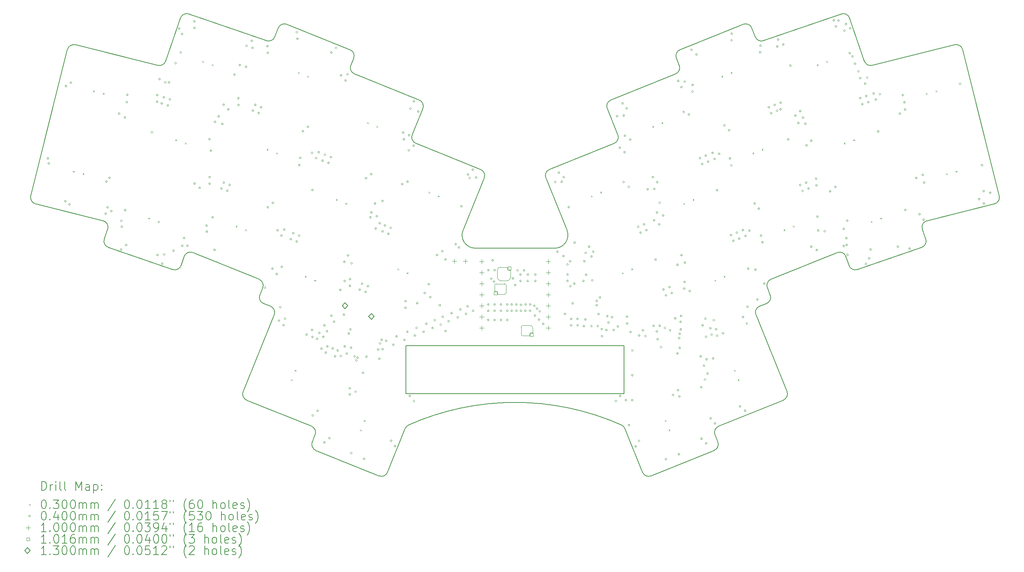
<source format=gbr>
%TF.GenerationSoftware,KiCad,Pcbnew,8.0.9-1.fc41*%
%TF.CreationDate,2025-03-09T10:33:42+11:00*%
%TF.ProjectId,katori,6b61746f-7269-42e6-9b69-6361645f7063,0.2*%
%TF.SameCoordinates,Original*%
%TF.FileFunction,Drillmap*%
%TF.FilePolarity,Positive*%
%FSLAX45Y45*%
G04 Gerber Fmt 4.5, Leading zero omitted, Abs format (unit mm)*
G04 Created by KiCad (PCBNEW 8.0.9-1.fc41) date 2025-03-09 10:33:42*
%MOMM*%
%LPD*%
G01*
G04 APERTURE LIST*
%ADD10C,0.150000*%
%ADD11C,0.200000*%
%ADD12C,0.120000*%
%ADD13C,0.100000*%
%ADD14C,0.101600*%
%ADD15C,0.130000*%
G04 APERTURE END LIST*
D10*
X14957104Y-10533839D02*
G75*
G02*
X14678952Y-10121455I-14J299989D01*
G01*
X21385325Y-12060474D02*
G75*
G02*
X21468208Y-11865200I139106J56184D01*
G01*
X4780236Y-9337361D02*
X5617285Y-5980138D01*
X16780769Y-10533838D02*
X14957104Y-10533839D01*
X9723685Y-14017390D02*
X11207175Y-14616759D01*
X15162745Y-8924016D02*
X14678948Y-10121454D01*
X25303873Y-9904280D02*
X26848379Y-9519193D01*
X25276035Y-10324328D02*
G75*
G02*
X25183041Y-10514986I-141826J-48832D01*
G01*
X20447808Y-14812029D02*
G75*
G02*
X20530692Y-14616755I139093J56189D01*
G01*
X8291432Y-10723889D02*
G75*
G02*
X8489452Y-10633644I141828J-48831D01*
G01*
X17058924Y-10121456D02*
G75*
G02*
X16780769Y-10533835I-278134J-112394D01*
G01*
X11207177Y-14616761D02*
G75*
G02*
X11290060Y-14812028I-56177J-139069D01*
G01*
X21093903Y-5399621D02*
G75*
G02*
X21289175Y-5482508I56197J-139069D01*
G01*
X19630167Y-6341533D02*
G75*
G02*
X19547279Y-6536799I-139057J-56197D01*
G01*
X6554830Y-10514990D02*
X8029839Y-11022876D01*
X12107704Y-6341534D02*
X12173263Y-6179277D01*
X25198332Y-10098663D02*
G75*
G02*
X25303873Y-9904280I141818J48843D01*
G01*
X21561066Y-5776004D02*
X23340325Y-5163354D01*
X6539539Y-10098663D02*
X6461838Y-10324329D01*
D11*
X18368936Y-12769467D02*
X18368936Y-13869466D01*
X13368935Y-13869466D01*
X13368935Y-12769466D01*
X18368936Y-12769467D01*
D10*
X18063785Y-7136174D02*
X19547280Y-6536802D01*
X18305026Y-14586267D02*
G75*
G02*
X18383200Y-14667156I-60896J-137073D01*
G01*
X25276035Y-10324328D02*
X25198332Y-10098665D01*
X16575129Y-8924019D02*
X17058924Y-10121456D01*
X7866395Y-6245195D02*
G75*
G02*
X7688281Y-6341901I-141825J48835D01*
G01*
X10269663Y-11865204D02*
G75*
G02*
X10352545Y-12060470I-56173J-139066D01*
G01*
X18984071Y-15753939D02*
G75*
G02*
X18788802Y-15671053I-56191J139079D01*
G01*
X12949070Y-15671053D02*
X13354670Y-14667156D01*
X21373155Y-5690366D02*
X21289174Y-5482509D01*
X8397546Y-5163355D02*
X10176805Y-5776004D01*
X9640797Y-13822121D02*
X10352547Y-12060471D01*
X13596363Y-8129381D02*
X15079857Y-8728749D01*
X18984071Y-15753939D02*
X20430478Y-15169555D01*
X17980901Y-7331441D02*
G75*
G02*
X18063786Y-7136174I139099J56181D01*
G01*
X11307395Y-15169556D02*
X12753801Y-15753940D01*
X8220502Y-10929885D02*
X8291432Y-10723889D01*
X21730683Y-11246854D02*
X23248423Y-10633647D01*
X12190590Y-6536802D02*
G75*
G02*
X12107701Y-6341533I56220J139092D01*
G01*
X8220502Y-10929883D02*
G75*
G02*
X8029842Y-11022872I-141863J48913D01*
G01*
X19564613Y-6179276D02*
X19630167Y-6341533D01*
X5799118Y-5870884D02*
X7688281Y-6341903D01*
X24049593Y-6341906D02*
G75*
G02*
X23871475Y-6245195I-36283J145556D01*
G01*
X4889492Y-9519194D02*
G75*
G02*
X4780234Y-9337360I36318J145564D01*
G01*
X6554830Y-10514990D02*
G75*
G02*
X6461836Y-10324329I48900J141860D01*
G01*
X8489452Y-10633646D02*
X10007187Y-11246853D01*
X12190590Y-6536801D02*
X13674085Y-7136173D01*
X12090373Y-5984009D02*
G75*
G02*
X12173260Y-6179275I-56153J-139061D01*
G01*
X10364718Y-5690367D02*
G75*
G02*
X10176806Y-5776001I-139078J56197D01*
G01*
X13513479Y-7934110D02*
X13756971Y-7331441D01*
X6434002Y-9904283D02*
G75*
G02*
X6539536Y-10098661I-36302J-145547D01*
G01*
X23708033Y-11022876D02*
G75*
G02*
X23517373Y-10929884I-48843J141806D01*
G01*
X16658013Y-8728751D02*
X18141507Y-8129379D01*
X13674085Y-7136174D02*
G75*
G02*
X13756968Y-7331440I-56195J-139076D01*
G01*
X21561066Y-5776004D02*
G75*
G02*
X21373156Y-5690365I-48816J141864D01*
G01*
X10007187Y-11246853D02*
G75*
G02*
X10090073Y-11442118I-56217J-139087D01*
G01*
X10090076Y-11442120D02*
X10024519Y-11604379D01*
X25938753Y-5870885D02*
G75*
G02*
X26120589Y-5980139I36297J-145535D01*
G01*
X26957637Y-9337363D02*
G75*
G02*
X26848379Y-9519194I-145528J-36297D01*
G01*
X21385325Y-12060471D02*
X22097076Y-13822121D01*
X4889492Y-9519194D02*
X6434002Y-9904283D01*
X9723685Y-14017390D02*
G75*
G02*
X9640794Y-13822120I56166J139070D01*
G01*
X8206881Y-5256346D02*
G75*
G02*
X8397547Y-5163352I141839J-48854D01*
G01*
X21647797Y-11442121D02*
G75*
G02*
X21730681Y-11246850I139153J56161D01*
G01*
X17980902Y-7331442D02*
X18224394Y-7934112D01*
X11307395Y-15169556D02*
G75*
G02*
X11224506Y-14974285I56275J139116D01*
G01*
X5617285Y-5980138D02*
G75*
G02*
X5799119Y-5870880I145525J-36252D01*
G01*
X13354670Y-14667156D02*
G75*
G02*
X13432846Y-14586268I139110J-56224D01*
G01*
X15079858Y-8728749D02*
G75*
G02*
X15162743Y-8924018I-56179J-139071D01*
G01*
X10107405Y-11799647D02*
G75*
G02*
X10024516Y-11604378I56185J139078D01*
G01*
X18383201Y-14667156D02*
X18788802Y-15671053D01*
X12949071Y-15671054D02*
G75*
G02*
X12753802Y-15753937I-139081J56204D01*
G01*
X21713354Y-11604377D02*
G75*
G02*
X21630468Y-11799648I-139054J-56203D01*
G01*
X20530693Y-14616759D02*
X22014189Y-14017389D01*
X20513365Y-14974285D02*
G75*
G02*
X20430477Y-15169552I-139065J-56195D01*
G01*
X23446440Y-10723890D02*
X23517369Y-10929885D01*
X21713354Y-11604377D02*
X21647797Y-11442121D01*
X7866395Y-6245195D02*
X8206881Y-5256346D01*
X10107407Y-11799648D02*
X10269663Y-11865203D01*
X11290063Y-14812029D02*
X11224508Y-14974285D01*
X23530988Y-5256349D02*
X23871477Y-6245195D01*
X23340325Y-5163354D02*
G75*
G02*
X23530987Y-5256349I48845J-141806D01*
G01*
X20513365Y-14974285D02*
X20447809Y-14812028D01*
X12090373Y-5984009D02*
X10643969Y-5399621D01*
X22097075Y-13822123D02*
G75*
G02*
X22014188Y-14017386I-139055J-56197D01*
G01*
X13596363Y-8129381D02*
G75*
G02*
X13513475Y-7934108I56217J139091D01*
G01*
X10448698Y-5482508D02*
G75*
G02*
X10643970Y-5399619I139072J-56172D01*
G01*
X26120587Y-5980139D02*
X26957636Y-9337363D01*
X21093903Y-5399621D02*
X19647497Y-5984008D01*
X16575128Y-8924018D02*
G75*
G02*
X16658012Y-8728750I139132J56168D01*
G01*
X10448698Y-5482508D02*
X10364718Y-5690366D01*
X19564613Y-6179275D02*
G75*
G02*
X19647496Y-5984005I139097J56185D01*
G01*
X24049593Y-6341906D02*
X25938753Y-5870885D01*
X13432845Y-14586267D02*
G75*
G02*
X18305026Y-14586267I2436090J-5483199D01*
G01*
X23248422Y-10633646D02*
G75*
G02*
X23446443Y-10723889I56208J-139044D01*
G01*
X23708033Y-11022876D02*
X25183042Y-10514989D01*
X18224394Y-7934112D02*
G75*
G02*
X18141506Y-8129377I-139054J-56198D01*
G01*
X21468209Y-11865203D02*
X21630468Y-11799648D01*
D12*
X15399012Y-11522982D02*
X15398937Y-11388639D01*
X15437038Y-11350537D02*
X15627614Y-11350262D01*
X15462099Y-11038757D02*
X15462099Y-11206397D01*
X15627613Y-11591563D02*
X15467594Y-11591563D01*
X15665712Y-11388363D02*
X15665713Y-11553462D01*
X15698319Y-10970177D02*
X15530679Y-10970177D01*
X15698319Y-11274977D02*
X15530679Y-11274977D01*
X15766899Y-11038757D02*
X15766899Y-11206397D01*
X16010699Y-12505750D02*
X16010699Y-12340649D01*
X16048802Y-12302549D02*
X16208819Y-12302599D01*
X16208818Y-12543899D02*
X16048799Y-12543850D01*
X16277399Y-12371179D02*
X16277399Y-12475320D01*
X15398937Y-11388639D02*
G75*
G02*
X15437038Y-11350537I38099J3D01*
G01*
X15399012Y-11522982D02*
G75*
G02*
X15467594Y-11591563I24777J-43805D01*
G01*
X15462099Y-11038757D02*
G75*
G02*
X15530679Y-10970177I65947J2634D01*
G01*
X15530679Y-11274977D02*
G75*
G02*
X15462099Y-11206397I-3106J65474D01*
G01*
X15627614Y-11350262D02*
G75*
G02*
X15665712Y-11388363I1J-38098D01*
G01*
X15665713Y-11553462D02*
G75*
G02*
X15627613Y-11591563I-38100J-1D01*
G01*
X15766899Y-11038757D02*
G75*
G02*
X15698319Y-10970177I-24775J43805D01*
G01*
X15766899Y-11206397D02*
G75*
G02*
X15698319Y-11274977I-65611J-2969D01*
G01*
X16010699Y-12340649D02*
G75*
G02*
X16048802Y-12302549I38105J-5D01*
G01*
X16048799Y-12543850D02*
G75*
G02*
X16010699Y-12505750I-2J38098D01*
G01*
X16208818Y-12543899D02*
G75*
G02*
X16277399Y-12475319I43805J24775D01*
G01*
X16208819Y-12302599D02*
G75*
G02*
X16277400Y-12371179I3955J-64626D01*
G01*
D11*
D13*
X5744726Y-8762696D02*
X5774726Y-8792696D01*
X5774726Y-8762696D02*
X5744726Y-8792696D01*
X5967894Y-8818338D02*
X5997894Y-8848338D01*
X5997894Y-8818338D02*
X5967894Y-8848338D01*
X6204377Y-6919136D02*
X6234377Y-6949136D01*
X6234377Y-6919136D02*
X6204377Y-6949136D01*
X6427545Y-6974778D02*
X6457545Y-7004778D01*
X6457545Y-6974778D02*
X6427545Y-7004778D01*
X7471380Y-9837161D02*
X7501380Y-9867161D01*
X7501380Y-9837161D02*
X7471380Y-9867161D01*
X7688849Y-9912042D02*
X7718849Y-9942042D01*
X7718849Y-9912042D02*
X7688849Y-9942042D01*
X8089956Y-8040676D02*
X8119956Y-8070676D01*
X8119956Y-8040676D02*
X8089956Y-8070676D01*
X8307426Y-8115556D02*
X8337426Y-8145556D01*
X8337426Y-8115556D02*
X8307426Y-8145556D01*
X8708537Y-6244190D02*
X8738537Y-6274190D01*
X8738537Y-6244190D02*
X8708537Y-6274190D01*
X8926006Y-6319070D02*
X8956006Y-6349070D01*
X8956006Y-6319070D02*
X8926006Y-6349070D01*
X9473655Y-10019314D02*
X9503655Y-10049314D01*
X9503655Y-10019314D02*
X9473655Y-10049314D01*
X9686907Y-10105474D02*
X9716907Y-10135474D01*
X9716907Y-10105474D02*
X9686907Y-10135474D01*
X10185408Y-8257663D02*
X10215408Y-8287663D01*
X10215408Y-8257663D02*
X10185408Y-8287663D01*
X10398660Y-8343823D02*
X10428660Y-8373823D01*
X10428660Y-8343823D02*
X10398660Y-8373823D01*
X10737190Y-13538928D02*
X10767190Y-13568928D01*
X10767190Y-13538928D02*
X10737190Y-13568928D01*
X10823350Y-13325676D02*
X10853350Y-13355676D01*
X10853350Y-13325676D02*
X10823350Y-13355676D01*
X10897160Y-6496016D02*
X10927160Y-6526016D01*
X10927160Y-6496016D02*
X10897160Y-6526016D01*
X11057367Y-11171479D02*
X11087367Y-11201479D01*
X11087367Y-11171479D02*
X11057367Y-11201479D01*
X11110412Y-6582176D02*
X11140412Y-6612176D01*
X11140412Y-6582176D02*
X11110412Y-6612176D01*
X11270619Y-11257639D02*
X11300619Y-11287639D01*
X11300619Y-11257639D02*
X11270619Y-11287639D01*
X11769121Y-9409828D02*
X11799121Y-9439828D01*
X11799121Y-9409828D02*
X11769121Y-9439828D01*
X11982373Y-9495988D02*
X12012373Y-9525988D01*
X12012373Y-9495988D02*
X11982373Y-9525988D01*
X12320901Y-14691092D02*
X12350901Y-14721092D01*
X12350901Y-14691092D02*
X12320901Y-14721092D01*
X12407061Y-14477840D02*
X12437061Y-14507840D01*
X12437061Y-14477840D02*
X12407061Y-14507840D01*
X12480869Y-7648179D02*
X12510869Y-7678179D01*
X12510869Y-7648179D02*
X12480869Y-7678179D01*
X12694122Y-7734339D02*
X12724122Y-7764339D01*
X12724122Y-7734339D02*
X12694122Y-7764339D01*
X13174892Y-11002405D02*
X13204892Y-11032405D01*
X13204892Y-11002405D02*
X13174892Y-11032405D01*
X13388144Y-11088565D02*
X13418144Y-11118565D01*
X13418144Y-11088565D02*
X13388144Y-11118565D01*
X13886645Y-9240756D02*
X13916645Y-9270756D01*
X13916645Y-9240756D02*
X13886645Y-9270756D01*
X14099897Y-9326916D02*
X14129897Y-9356916D01*
X14129897Y-9326916D02*
X14099897Y-9356916D01*
X17607976Y-9326917D02*
X17637976Y-9356917D01*
X17637976Y-9326917D02*
X17607976Y-9356917D01*
X17821229Y-9240758D02*
X17851229Y-9270758D01*
X17851229Y-9240758D02*
X17821229Y-9270758D01*
X18319727Y-11088567D02*
X18349727Y-11118567D01*
X18349727Y-11088567D02*
X18319727Y-11118567D01*
X18532980Y-11002407D02*
X18562980Y-11032407D01*
X18562980Y-11002407D02*
X18532980Y-11032407D01*
X19013747Y-7734340D02*
X19043747Y-7764340D01*
X19043747Y-7734340D02*
X19013747Y-7764340D01*
X19226999Y-7648180D02*
X19256999Y-7678180D01*
X19256999Y-7648180D02*
X19226999Y-7678180D01*
X19300810Y-14477839D02*
X19330810Y-14507839D01*
X19330810Y-14477839D02*
X19300810Y-14507839D01*
X19386970Y-14691091D02*
X19416970Y-14721091D01*
X19416970Y-14691091D02*
X19386970Y-14721091D01*
X19725501Y-9495991D02*
X19755501Y-9525991D01*
X19755501Y-9495991D02*
X19725501Y-9525991D01*
X19938753Y-9409831D02*
X19968753Y-9439831D01*
X19968753Y-9409831D02*
X19938753Y-9439831D01*
X20437251Y-11257639D02*
X20467251Y-11287639D01*
X20467251Y-11257639D02*
X20437251Y-11287639D01*
X20597461Y-6582175D02*
X20627461Y-6612175D01*
X20627461Y-6582175D02*
X20597461Y-6612175D01*
X20650503Y-11171479D02*
X20680503Y-11201479D01*
X20680503Y-11171479D02*
X20650503Y-11201479D01*
X20810713Y-6496015D02*
X20840713Y-6526015D01*
X20840713Y-6496015D02*
X20810713Y-6526015D01*
X20884522Y-13325675D02*
X20914522Y-13355675D01*
X20914522Y-13325675D02*
X20884522Y-13355675D01*
X20970682Y-13538927D02*
X21000682Y-13568927D01*
X21000682Y-13538927D02*
X20970682Y-13568927D01*
X21309212Y-8343824D02*
X21339212Y-8373824D01*
X21339212Y-8343824D02*
X21309212Y-8373824D01*
X21522464Y-8257664D02*
X21552464Y-8287664D01*
X21552464Y-8257664D02*
X21522464Y-8287664D01*
X22020965Y-10105475D02*
X22050965Y-10135475D01*
X22050965Y-10105475D02*
X22020965Y-10135475D01*
X22234217Y-10019315D02*
X22264217Y-10049315D01*
X22264217Y-10019315D02*
X22234217Y-10049315D01*
X22781866Y-6319072D02*
X22811866Y-6349072D01*
X22811866Y-6319072D02*
X22781866Y-6349072D01*
X22999335Y-6244192D02*
X23029335Y-6274192D01*
X23029335Y-6244192D02*
X22999335Y-6274192D01*
X23400444Y-8115557D02*
X23430444Y-8145557D01*
X23430444Y-8115557D02*
X23400444Y-8145557D01*
X23617913Y-8040676D02*
X23647913Y-8070676D01*
X23647913Y-8040676D02*
X23617913Y-8070676D01*
X24019025Y-9912043D02*
X24049025Y-9942043D01*
X24049025Y-9912043D02*
X24019025Y-9942043D01*
X24236494Y-9837163D02*
X24266494Y-9867163D01*
X24266494Y-9837163D02*
X24236494Y-9867163D01*
X25280326Y-6974776D02*
X25310326Y-7004776D01*
X25310326Y-6974776D02*
X25280326Y-7004776D01*
X25503494Y-6919134D02*
X25533494Y-6949134D01*
X25533494Y-6919134D02*
X25503494Y-6949134D01*
X25739979Y-8818341D02*
X25769979Y-8848341D01*
X25769979Y-8818341D02*
X25739979Y-8848341D01*
X25963148Y-8762698D02*
X25993148Y-8792698D01*
X25993148Y-8762698D02*
X25963148Y-8792698D01*
X5189462Y-8477433D02*
G75*
G02*
X5149462Y-8477433I-20000J0D01*
G01*
X5149462Y-8477433D02*
G75*
G02*
X5189462Y-8477433I20000J0D01*
G01*
X5209849Y-8591182D02*
G75*
G02*
X5169849Y-8591182I-20000J0D01*
G01*
X5169849Y-8591182D02*
G75*
G02*
X5209849Y-8591182I20000J0D01*
G01*
X5590469Y-9456278D02*
G75*
G02*
X5550469Y-9456278I-20000J0D01*
G01*
X5550469Y-9456278D02*
G75*
G02*
X5590469Y-9456278I20000J0D01*
G01*
X5605597Y-6818378D02*
G75*
G02*
X5565597Y-6818378I-20000J0D01*
G01*
X5565597Y-6818378D02*
G75*
G02*
X5605597Y-6818378I20000J0D01*
G01*
X5685821Y-9530082D02*
G75*
G02*
X5645821Y-9530082I-20000J0D01*
G01*
X5645821Y-9530082D02*
G75*
G02*
X5685821Y-9530082I20000J0D01*
G01*
X5717054Y-6741634D02*
G75*
G02*
X5677054Y-6741634I-20000J0D01*
G01*
X5677054Y-6741634D02*
G75*
G02*
X5717054Y-6741634I20000J0D01*
G01*
X6511419Y-9740360D02*
G75*
G02*
X6471419Y-9740360I-20000J0D01*
G01*
X6471419Y-9740360D02*
G75*
G02*
X6511419Y-9740360I20000J0D01*
G01*
X6529399Y-9004471D02*
G75*
G02*
X6489399Y-9004471I-20000J0D01*
G01*
X6489399Y-9004471D02*
G75*
G02*
X6529399Y-9004471I20000J0D01*
G01*
X6556375Y-9597696D02*
G75*
G02*
X6516375Y-9597696I-20000J0D01*
G01*
X6516375Y-9597696D02*
G75*
G02*
X6556375Y-9597696I20000J0D01*
G01*
X6599109Y-8919086D02*
G75*
G02*
X6559109Y-8919086I-20000J0D01*
G01*
X6559109Y-8919086D02*
G75*
G02*
X6599109Y-8919086I20000J0D01*
G01*
X6643867Y-9681288D02*
G75*
G02*
X6603867Y-9681288I-20000J0D01*
G01*
X6603867Y-9681288D02*
G75*
G02*
X6643867Y-9681288I20000J0D01*
G01*
X6821559Y-7447706D02*
G75*
G02*
X6781559Y-7447706I-20000J0D01*
G01*
X6781559Y-7447706D02*
G75*
G02*
X6821559Y-7447706I20000J0D01*
G01*
X6869617Y-10565132D02*
G75*
G02*
X6829617Y-10565132I-20000J0D01*
G01*
X6829617Y-10565132D02*
G75*
G02*
X6869617Y-10565132I20000J0D01*
G01*
X6871061Y-9906766D02*
G75*
G02*
X6831061Y-9906766I-20000J0D01*
G01*
X6831061Y-9906766D02*
G75*
G02*
X6871061Y-9906766I20000J0D01*
G01*
X6883252Y-10038951D02*
G75*
G02*
X6843252Y-10038951I-20000J0D01*
G01*
X6843252Y-10038951D02*
G75*
G02*
X6883252Y-10038951I20000J0D01*
G01*
X6952911Y-7534956D02*
G75*
G02*
X6912911Y-7534956I-20000J0D01*
G01*
X6912911Y-7534956D02*
G75*
G02*
X6952911Y-7534956I20000J0D01*
G01*
X6959021Y-9660351D02*
G75*
G02*
X6919021Y-9660351I-20000J0D01*
G01*
X6919021Y-9660351D02*
G75*
G02*
X6959021Y-9660351I20000J0D01*
G01*
X6981531Y-10461979D02*
G75*
G02*
X6941531Y-10461979I-20000J0D01*
G01*
X6941531Y-10461979D02*
G75*
G02*
X6981531Y-10461979I20000J0D01*
G01*
X6996983Y-7184347D02*
G75*
G02*
X6956983Y-7184347I-20000J0D01*
G01*
X6956983Y-7184347D02*
G75*
G02*
X6996983Y-7184347I20000J0D01*
G01*
X7008639Y-7017341D02*
G75*
G02*
X6968639Y-7017341I-20000J0D01*
G01*
X6968639Y-7017341D02*
G75*
G02*
X7008639Y-7017341I20000J0D01*
G01*
X7573573Y-7874114D02*
G75*
G02*
X7533573Y-7874114I-20000J0D01*
G01*
X7533573Y-7874114D02*
G75*
G02*
X7573573Y-7874114I20000J0D01*
G01*
X7692142Y-7176057D02*
G75*
G02*
X7652142Y-7176057I-20000J0D01*
G01*
X7652142Y-7176057D02*
G75*
G02*
X7692142Y-7176057I20000J0D01*
G01*
X7694227Y-7025091D02*
G75*
G02*
X7654227Y-7025091I-20000J0D01*
G01*
X7654227Y-7025091D02*
G75*
G02*
X7694227Y-7025091I20000J0D01*
G01*
X7698468Y-10690365D02*
G75*
G02*
X7658468Y-10690365I-20000J0D01*
G01*
X7658468Y-10690365D02*
G75*
G02*
X7698468Y-10690365I20000J0D01*
G01*
X7748712Y-6656384D02*
G75*
G02*
X7708712Y-6656384I-20000J0D01*
G01*
X7708712Y-6656384D02*
G75*
G02*
X7748712Y-6656384I20000J0D01*
G01*
X7797166Y-7212219D02*
G75*
G02*
X7757166Y-7212219I-20000J0D01*
G01*
X7757166Y-7212219D02*
G75*
G02*
X7797166Y-7212219I20000J0D01*
G01*
X7807466Y-10887284D02*
G75*
G02*
X7767466Y-10887284I-20000J0D01*
G01*
X7767466Y-10887284D02*
G75*
G02*
X7807466Y-10887284I20000J0D01*
G01*
X7844372Y-7075120D02*
G75*
G02*
X7804372Y-7075120I-20000J0D01*
G01*
X7804372Y-7075120D02*
G75*
G02*
X7844372Y-7075120I20000J0D01*
G01*
X7852203Y-10677406D02*
G75*
G02*
X7812203Y-10677406I-20000J0D01*
G01*
X7812203Y-10677406D02*
G75*
G02*
X7852203Y-10677406I20000J0D01*
G01*
X7878325Y-6730616D02*
G75*
G02*
X7838325Y-6730616I-20000J0D01*
G01*
X7838325Y-6730616D02*
G75*
G02*
X7878325Y-6730616I20000J0D01*
G01*
X7934265Y-7259428D02*
G75*
G02*
X7894265Y-7259428I-20000J0D01*
G01*
X7894265Y-7259428D02*
G75*
G02*
X7934265Y-7259428I20000J0D01*
G01*
X7963182Y-6730071D02*
G75*
G02*
X7923182Y-6730071I-20000J0D01*
G01*
X7923182Y-6730071D02*
G75*
G02*
X7963182Y-6730071I20000J0D01*
G01*
X7981472Y-7122328D02*
G75*
G02*
X7941472Y-7122328I-20000J0D01*
G01*
X7941472Y-7122328D02*
G75*
G02*
X7981472Y-7122328I20000J0D01*
G01*
X8066834Y-10591140D02*
G75*
G02*
X8026834Y-10591140I-20000J0D01*
G01*
X8026834Y-10591140D02*
G75*
G02*
X8066834Y-10591140I20000J0D01*
G01*
X8114147Y-6291638D02*
G75*
G02*
X8074147Y-6291638I-20000J0D01*
G01*
X8074147Y-6291638D02*
G75*
G02*
X8114147Y-6291638I20000J0D01*
G01*
X8195081Y-5494601D02*
G75*
G02*
X8155081Y-5494601I-20000J0D01*
G01*
X8155081Y-5494601D02*
G75*
G02*
X8195081Y-5494601I20000J0D01*
G01*
X8232618Y-6046689D02*
G75*
G02*
X8192618Y-6046689I-20000J0D01*
G01*
X8192618Y-6046689D02*
G75*
G02*
X8232618Y-6046689I20000J0D01*
G01*
X8260650Y-5623947D02*
G75*
G02*
X8220650Y-5623947I-20000J0D01*
G01*
X8220650Y-5623947D02*
G75*
G02*
X8260650Y-5623947I20000J0D01*
G01*
X8268010Y-10475906D02*
G75*
G02*
X8228010Y-10475906I-20000J0D01*
G01*
X8228010Y-10475906D02*
G75*
G02*
X8268010Y-10475906I20000J0D01*
G01*
X8309256Y-10300639D02*
G75*
G02*
X8269256Y-10300639I-20000J0D01*
G01*
X8269256Y-10300639D02*
G75*
G02*
X8309256Y-10300639I20000J0D01*
G01*
X8387886Y-10478291D02*
G75*
G02*
X8347886Y-10478291I-20000J0D01*
G01*
X8347886Y-10478291D02*
G75*
G02*
X8387886Y-10478291I20000J0D01*
G01*
X8544110Y-5332172D02*
G75*
G02*
X8504110Y-5332172I-20000J0D01*
G01*
X8504110Y-5332172D02*
G75*
G02*
X8544110Y-5332172I20000J0D01*
G01*
X8550272Y-9049136D02*
G75*
G02*
X8510272Y-9049136I-20000J0D01*
G01*
X8510272Y-9049136D02*
G75*
G02*
X8550272Y-9049136I20000J0D01*
G01*
X8550398Y-5483254D02*
G75*
G02*
X8510398Y-5483254I-20000J0D01*
G01*
X8510398Y-5483254D02*
G75*
G02*
X8550398Y-5483254I20000J0D01*
G01*
X8664682Y-9149527D02*
G75*
G02*
X8624682Y-9149527I-20000J0D01*
G01*
X8624682Y-9149527D02*
G75*
G02*
X8664682Y-9149527I20000J0D01*
G01*
X8825191Y-10014688D02*
G75*
G02*
X8785191Y-10014688I-20000J0D01*
G01*
X8785191Y-10014688D02*
G75*
G02*
X8825191Y-10014688I20000J0D01*
G01*
X8830414Y-10151227D02*
G75*
G02*
X8790414Y-10151227I-20000J0D01*
G01*
X8790414Y-10151227D02*
G75*
G02*
X8830414Y-10151227I20000J0D01*
G01*
X8891084Y-8033571D02*
G75*
G02*
X8851084Y-8033571I-20000J0D01*
G01*
X8851084Y-8033571D02*
G75*
G02*
X8891084Y-8033571I20000J0D01*
G01*
X8893328Y-9054343D02*
G75*
G02*
X8853328Y-9054343I-20000J0D01*
G01*
X8853328Y-9054343D02*
G75*
G02*
X8893328Y-9054343I20000J0D01*
G01*
X8895678Y-8902260D02*
G75*
G02*
X8855678Y-8902260I-20000J0D01*
G01*
X8855678Y-8902260D02*
G75*
G02*
X8895678Y-8902260I20000J0D01*
G01*
X8922603Y-8298527D02*
G75*
G02*
X8882603Y-8298527I-20000J0D01*
G01*
X8882603Y-8298527D02*
G75*
G02*
X8922603Y-8298527I20000J0D01*
G01*
X8965124Y-9826342D02*
G75*
G02*
X8925124Y-9826342I-20000J0D01*
G01*
X8925124Y-9826342D02*
G75*
G02*
X8965124Y-9826342I20000J0D01*
G01*
X9007693Y-10572322D02*
G75*
G02*
X8967693Y-10572322I-20000J0D01*
G01*
X8967693Y-10572322D02*
G75*
G02*
X9007693Y-10572322I20000J0D01*
G01*
X9018400Y-7637823D02*
G75*
G02*
X8978400Y-7637823I-20000J0D01*
G01*
X8978400Y-7637823D02*
G75*
G02*
X9018400Y-7637823I20000J0D01*
G01*
X9100730Y-7508535D02*
G75*
G02*
X9060730Y-7508535I-20000J0D01*
G01*
X9060730Y-7508535D02*
G75*
G02*
X9100730Y-7508535I20000J0D01*
G01*
X9164160Y-9163764D02*
G75*
G02*
X9124160Y-9163764I-20000J0D01*
G01*
X9124160Y-9163764D02*
G75*
G02*
X9164160Y-9163764I20000J0D01*
G01*
X9185830Y-7684980D02*
G75*
G02*
X9145830Y-7684980I-20000J0D01*
G01*
X9145830Y-7684980D02*
G75*
G02*
X9185830Y-7684980I20000J0D01*
G01*
X9213886Y-7242853D02*
G75*
G02*
X9173886Y-7242853I-20000J0D01*
G01*
X9173886Y-7242853D02*
G75*
G02*
X9213886Y-7242853I20000J0D01*
G01*
X9218475Y-9029323D02*
G75*
G02*
X9178475Y-9029323I-20000J0D01*
G01*
X9178475Y-9029323D02*
G75*
G02*
X9218475Y-9029323I20000J0D01*
G01*
X9298601Y-9218082D02*
G75*
G02*
X9258601Y-9218082I-20000J0D01*
G01*
X9258601Y-9218082D02*
G75*
G02*
X9298601Y-9218082I20000J0D01*
G01*
X9321425Y-7349372D02*
G75*
G02*
X9281425Y-7349372I-20000J0D01*
G01*
X9281425Y-7349372D02*
G75*
G02*
X9321425Y-7349372I20000J0D01*
G01*
X9352919Y-9083641D02*
G75*
G02*
X9312919Y-9083641I-20000J0D01*
G01*
X9312919Y-9083641D02*
G75*
G02*
X9352919Y-9083641I20000J0D01*
G01*
X9463621Y-6555604D02*
G75*
G02*
X9423621Y-6555604I-20000J0D01*
G01*
X9423621Y-6555604D02*
G75*
G02*
X9463621Y-6555604I20000J0D01*
G01*
X9551638Y-7098049D02*
G75*
G02*
X9511638Y-7098049I-20000J0D01*
G01*
X9511638Y-7098049D02*
G75*
G02*
X9551638Y-7098049I20000J0D01*
G01*
X9554645Y-7249597D02*
G75*
G02*
X9514645Y-7249597I-20000J0D01*
G01*
X9514645Y-7249597D02*
G75*
G02*
X9554645Y-7249597I20000J0D01*
G01*
X9585892Y-6334641D02*
G75*
G02*
X9545892Y-6334641I-20000J0D01*
G01*
X9545892Y-6334641D02*
G75*
G02*
X9585892Y-6334641I20000J0D01*
G01*
X9727831Y-6372849D02*
G75*
G02*
X9687831Y-6372849I-20000J0D01*
G01*
X9687831Y-6372849D02*
G75*
G02*
X9727831Y-6372849I20000J0D01*
G01*
X9739774Y-5892788D02*
G75*
G02*
X9699774Y-5892788I-20000J0D01*
G01*
X9699774Y-5892788D02*
G75*
G02*
X9739774Y-5892788I20000J0D01*
G01*
X9858784Y-5780411D02*
G75*
G02*
X9818784Y-5780411I-20000J0D01*
G01*
X9818784Y-5780411D02*
G75*
G02*
X9858784Y-5780411I20000J0D01*
G01*
X9876875Y-5939995D02*
G75*
G02*
X9836875Y-5939995I-20000J0D01*
G01*
X9836875Y-5939995D02*
G75*
G02*
X9876875Y-5939995I20000J0D01*
G01*
X9884266Y-7381436D02*
G75*
G02*
X9844266Y-7381436I-20000J0D01*
G01*
X9844266Y-7381436D02*
G75*
G02*
X9884266Y-7381436I20000J0D01*
G01*
X9938584Y-7246995D02*
G75*
G02*
X9898584Y-7246995I-20000J0D01*
G01*
X9898584Y-7246995D02*
G75*
G02*
X9938584Y-7246995I20000J0D01*
G01*
X10018709Y-7435754D02*
G75*
G02*
X9978709Y-7435754I-20000J0D01*
G01*
X9978709Y-7435754D02*
G75*
G02*
X10018709Y-7435754I20000J0D01*
G01*
X10073026Y-7301313D02*
G75*
G02*
X10033026Y-7301313I-20000J0D01*
G01*
X10033026Y-7301313D02*
G75*
G02*
X10073026Y-7301313I20000J0D01*
G01*
X10162496Y-11439269D02*
G75*
G02*
X10122496Y-11439269I-20000J0D01*
G01*
X10122496Y-11439269D02*
G75*
G02*
X10162496Y-11439269I20000J0D01*
G01*
X10218972Y-5898959D02*
G75*
G02*
X10178972Y-5898959I-20000J0D01*
G01*
X10178972Y-5898959D02*
G75*
G02*
X10218972Y-5898959I20000J0D01*
G01*
X10225938Y-9594396D02*
G75*
G02*
X10185938Y-9594396I-20000J0D01*
G01*
X10185938Y-9594396D02*
G75*
G02*
X10225938Y-9594396I20000J0D01*
G01*
X10229362Y-6054535D02*
G75*
G02*
X10189362Y-6054535I-20000J0D01*
G01*
X10189362Y-6054535D02*
G75*
G02*
X10229362Y-6054535I20000J0D01*
G01*
X10330400Y-11001783D02*
G75*
G02*
X10290400Y-11001783I-20000J0D01*
G01*
X10290400Y-11001783D02*
G75*
G02*
X10330400Y-11001783I20000J0D01*
G01*
X10341875Y-9498493D02*
G75*
G02*
X10301875Y-9498493I-20000J0D01*
G01*
X10301875Y-9498493D02*
G75*
G02*
X10341875Y-9498493I20000J0D01*
G01*
X10431679Y-11125224D02*
G75*
G02*
X10391679Y-11125224I-20000J0D01*
G01*
X10391679Y-11125224D02*
G75*
G02*
X10431679Y-11125224I20000J0D01*
G01*
X10450272Y-10122892D02*
G75*
G02*
X10410272Y-10122892I-20000J0D01*
G01*
X10410272Y-10122892D02*
G75*
G02*
X10450272Y-10122892I20000J0D01*
G01*
X10483289Y-12195006D02*
G75*
G02*
X10443289Y-12195006I-20000J0D01*
G01*
X10443289Y-12195006D02*
G75*
G02*
X10483289Y-12195006I20000J0D01*
G01*
X10510627Y-11888312D02*
G75*
G02*
X10470627Y-11888312I-20000J0D01*
G01*
X10470627Y-11888312D02*
G75*
G02*
X10510627Y-11888312I20000J0D01*
G01*
X10540685Y-10242036D02*
G75*
G02*
X10500685Y-10242036I-20000J0D01*
G01*
X10500685Y-10242036D02*
G75*
G02*
X10540685Y-10242036I20000J0D01*
G01*
X10545902Y-10962551D02*
G75*
G02*
X10505902Y-10962551I-20000J0D01*
G01*
X10505902Y-10962551D02*
G75*
G02*
X10545902Y-10962551I20000J0D01*
G01*
X10587765Y-12300146D02*
G75*
G02*
X10547765Y-12300146I-20000J0D01*
G01*
X10547765Y-12300146D02*
G75*
G02*
X10587765Y-12300146I20000J0D01*
G01*
X10601160Y-10105660D02*
G75*
G02*
X10561160Y-10105660I-20000J0D01*
G01*
X10561160Y-10105660D02*
G75*
G02*
X10601160Y-10105660I20000J0D01*
G01*
X10622177Y-12151110D02*
G75*
G02*
X10582177Y-12151110I-20000J0D01*
G01*
X10582177Y-12151110D02*
G75*
G02*
X10622177Y-12151110I20000J0D01*
G01*
X10755268Y-10324312D02*
G75*
G02*
X10715268Y-10324312I-20000J0D01*
G01*
X10715268Y-10324312D02*
G75*
G02*
X10755268Y-10324312I20000J0D01*
G01*
X10809587Y-10189868D02*
G75*
G02*
X10769587Y-10189868I-20000J0D01*
G01*
X10769587Y-10189868D02*
G75*
G02*
X10809587Y-10189868I20000J0D01*
G01*
X10889711Y-10378630D02*
G75*
G02*
X10849711Y-10378630I-20000J0D01*
G01*
X10849711Y-10378630D02*
G75*
G02*
X10889711Y-10378630I20000J0D01*
G01*
X10893165Y-5580536D02*
G75*
G02*
X10853165Y-5580536I-20000J0D01*
G01*
X10853165Y-5580536D02*
G75*
G02*
X10893165Y-5580536I20000J0D01*
G01*
X10904806Y-5733760D02*
G75*
G02*
X10864806Y-5733760I-20000J0D01*
G01*
X10864806Y-5733760D02*
G75*
G02*
X10904806Y-5733760I20000J0D01*
G01*
X10944028Y-10244188D02*
G75*
G02*
X10904028Y-10244188I-20000J0D01*
G01*
X10904028Y-10244188D02*
G75*
G02*
X10944028Y-10244188I20000J0D01*
G01*
X10946916Y-8629096D02*
G75*
G02*
X10906916Y-8629096I-20000J0D01*
G01*
X10906916Y-8629096D02*
G75*
G02*
X10946916Y-8629096I20000J0D01*
G01*
X10970536Y-8462425D02*
G75*
G02*
X10930536Y-8462425I-20000J0D01*
G01*
X10930536Y-8462425D02*
G75*
G02*
X10970536Y-8462425I20000J0D01*
G01*
X11029709Y-7850459D02*
G75*
G02*
X10989709Y-7850459I-20000J0D01*
G01*
X10989709Y-7850459D02*
G75*
G02*
X11029709Y-7850459I20000J0D01*
G01*
X11114564Y-12512988D02*
G75*
G02*
X11074564Y-12512988I-20000J0D01*
G01*
X11074564Y-12512988D02*
G75*
G02*
X11114564Y-12512988I20000J0D01*
G01*
X11145869Y-7753571D02*
G75*
G02*
X11105869Y-7753571I-20000J0D01*
G01*
X11105869Y-7753571D02*
G75*
G02*
X11145869Y-7753571I20000J0D01*
G01*
X11239534Y-12407091D02*
G75*
G02*
X11199534Y-12407091I-20000J0D01*
G01*
X11199534Y-12407091D02*
G75*
G02*
X11239534Y-12407091I20000J0D01*
G01*
X11240781Y-8347712D02*
G75*
G02*
X11200781Y-8347712I-20000J0D01*
G01*
X11200781Y-8347712D02*
G75*
G02*
X11240781Y-8347712I20000J0D01*
G01*
X11248385Y-9197157D02*
G75*
G02*
X11208385Y-9197157I-20000J0D01*
G01*
X11208385Y-9197157D02*
G75*
G02*
X11248385Y-9197157I20000J0D01*
G01*
X11249006Y-12567305D02*
G75*
G02*
X11209006Y-12567305I-20000J0D01*
G01*
X11209006Y-12567305D02*
G75*
G02*
X11249006Y-12567305I20000J0D01*
G01*
X11257662Y-14367694D02*
G75*
G02*
X11217662Y-14367694I-20000J0D01*
G01*
X11217662Y-14367694D02*
G75*
G02*
X11257662Y-14367694I20000J0D01*
G01*
X11332197Y-8466431D02*
G75*
G02*
X11292197Y-8466431I-20000J0D01*
G01*
X11292197Y-8466431D02*
G75*
G02*
X11332197Y-8466431I20000J0D01*
G01*
X11356795Y-12610855D02*
G75*
G02*
X11316795Y-12610855I-20000J0D01*
G01*
X11316795Y-12610855D02*
G75*
G02*
X11356795Y-12610855I20000J0D01*
G01*
X11367798Y-14263297D02*
G75*
G02*
X11327798Y-14263297I-20000J0D01*
G01*
X11327798Y-14263297D02*
G75*
G02*
X11367798Y-14263297I20000J0D01*
G01*
X11392840Y-8333164D02*
G75*
G02*
X11352840Y-8333164I-20000J0D01*
G01*
X11352840Y-8333164D02*
G75*
G02*
X11392840Y-8333164I20000J0D01*
G01*
X11407009Y-12474754D02*
G75*
G02*
X11367009Y-12474754I-20000J0D01*
G01*
X11367009Y-12474754D02*
G75*
G02*
X11407009Y-12474754I20000J0D01*
G01*
X11454598Y-12835943D02*
G75*
G02*
X11414598Y-12835943I-20000J0D01*
G01*
X11414598Y-12835943D02*
G75*
G02*
X11454598Y-12835943I20000J0D01*
G01*
X11482004Y-8525575D02*
G75*
G02*
X11442004Y-8525575I-20000J0D01*
G01*
X11442004Y-8525575D02*
G75*
G02*
X11482004Y-8525575I20000J0D01*
G01*
X11498277Y-12567746D02*
G75*
G02*
X11458277Y-12567746I-20000J0D01*
G01*
X11458277Y-12567746D02*
G75*
G02*
X11498277Y-12567746I20000J0D01*
G01*
X11522085Y-14987287D02*
G75*
G02*
X11482085Y-14987287I-20000J0D01*
G01*
X11482085Y-14987287D02*
G75*
G02*
X11522085Y-14987287I20000J0D01*
G01*
X11523514Y-12300857D02*
G75*
G02*
X11483514Y-12300857I-20000J0D01*
G01*
X11483514Y-12300857D02*
G75*
G02*
X11523514Y-12300857I20000J0D01*
G01*
X11536321Y-8391133D02*
G75*
G02*
X11496321Y-8391133I-20000J0D01*
G01*
X11496321Y-8391133D02*
G75*
G02*
X11536321Y-8391133I20000J0D01*
G01*
X11554937Y-12927094D02*
G75*
G02*
X11514937Y-12927094I-20000J0D01*
G01*
X11514937Y-12927094D02*
G75*
G02*
X11554937Y-12927094I20000J0D01*
G01*
X11584198Y-12440027D02*
G75*
G02*
X11544198Y-12440027I-20000J0D01*
G01*
X11544198Y-12440027D02*
G75*
G02*
X11584198Y-12440027I20000J0D01*
G01*
X11590142Y-12784169D02*
G75*
G02*
X11550142Y-12784169I-20000J0D01*
G01*
X11550142Y-12784169D02*
G75*
G02*
X11590142Y-12784169I20000J0D01*
G01*
X11616446Y-8579893D02*
G75*
G02*
X11576446Y-8579893I-20000J0D01*
G01*
X11576446Y-8579893D02*
G75*
G02*
X11616446Y-8579893I20000J0D01*
G01*
X11637207Y-14890741D02*
G75*
G02*
X11597207Y-14890741I-20000J0D01*
G01*
X11597207Y-14890741D02*
G75*
G02*
X11637207Y-14890741I20000J0D01*
G01*
X11670765Y-8445452D02*
G75*
G02*
X11630765Y-8445452I-20000J0D01*
G01*
X11630765Y-8445452D02*
G75*
G02*
X11670765Y-8445452I20000J0D01*
G01*
X11680707Y-6047371D02*
G75*
G02*
X11640707Y-6047371I-20000J0D01*
G01*
X11640707Y-6047371D02*
G75*
G02*
X11680707Y-6047371I20000J0D01*
G01*
X11683766Y-12079404D02*
G75*
G02*
X11643766Y-12079404I-20000J0D01*
G01*
X11643766Y-12079404D02*
G75*
G02*
X11683766Y-12079404I20000J0D01*
G01*
X11710693Y-12830939D02*
G75*
G02*
X11670693Y-12830939I-20000J0D01*
G01*
X11670693Y-12830939D02*
G75*
G02*
X11710693Y-12830939I20000J0D01*
G01*
X11745080Y-12219797D02*
G75*
G02*
X11705080Y-12219797I-20000J0D01*
G01*
X11705080Y-12219797D02*
G75*
G02*
X11745080Y-12219797I20000J0D01*
G01*
X11766701Y-13012652D02*
G75*
G02*
X11726701Y-13012652I-20000J0D01*
G01*
X11726701Y-13012652D02*
G75*
G02*
X11766701Y-13012652I20000J0D01*
G01*
X11789483Y-5942692D02*
G75*
G02*
X11749483Y-5942692I-20000J0D01*
G01*
X11749483Y-5942692D02*
G75*
G02*
X11789483Y-5942692I20000J0D01*
G01*
X11825646Y-12880064D02*
G75*
G02*
X11785646Y-12880064I-20000J0D01*
G01*
X11785646Y-12880064D02*
G75*
G02*
X11825646Y-12880064I20000J0D01*
G01*
X11886442Y-11488220D02*
G75*
G02*
X11846442Y-11488220I-20000J0D01*
G01*
X11846442Y-11488220D02*
G75*
G02*
X11886442Y-11488220I20000J0D01*
G01*
X11900202Y-13005938D02*
G75*
G02*
X11860202Y-13005938I-20000J0D01*
G01*
X11860202Y-13005938D02*
G75*
G02*
X11900202Y-13005938I20000J0D01*
G01*
X11903928Y-6573248D02*
G75*
G02*
X11863928Y-6573248I-20000J0D01*
G01*
X11863928Y-6573248D02*
G75*
G02*
X11903928Y-6573248I20000J0D01*
G01*
X11968341Y-12058566D02*
G75*
G02*
X11928341Y-12058566I-20000J0D01*
G01*
X11928341Y-12058566D02*
G75*
G02*
X11968341Y-12058566I20000J0D01*
G01*
X11979487Y-10847134D02*
G75*
G02*
X11939487Y-10847134I-20000J0D01*
G01*
X11939487Y-10847134D02*
G75*
G02*
X11979487Y-10847134I20000J0D01*
G01*
X11988121Y-12787779D02*
G75*
G02*
X11948121Y-12787779I-20000J0D01*
G01*
X11948121Y-12787779D02*
G75*
G02*
X11988121Y-12787779I20000J0D01*
G01*
X11989536Y-11286935D02*
G75*
G02*
X11949536Y-11286935I-20000J0D01*
G01*
X11949536Y-11286935D02*
G75*
G02*
X11989536Y-11286935I20000J0D01*
G01*
X12007102Y-6686976D02*
G75*
G02*
X11967102Y-6686976I-20000J0D01*
G01*
X11967102Y-6686976D02*
G75*
G02*
X12007102Y-6686976I20000J0D01*
G01*
X12033637Y-12949300D02*
G75*
G02*
X11993637Y-12949300I-20000J0D01*
G01*
X11993637Y-12949300D02*
G75*
G02*
X12033637Y-12949300I20000J0D01*
G01*
X12050774Y-6547285D02*
G75*
G02*
X12010774Y-6547285I-20000J0D01*
G01*
X12010774Y-6547285D02*
G75*
G02*
X12050774Y-6547285I20000J0D01*
G01*
X12064116Y-10699554D02*
G75*
G02*
X12024116Y-10699554I-20000J0D01*
G01*
X12024116Y-10699554D02*
G75*
G02*
X12064116Y-10699554I20000J0D01*
G01*
X12081214Y-12488261D02*
G75*
G02*
X12041214Y-12488261I-20000J0D01*
G01*
X12041214Y-12488261D02*
G75*
G02*
X12081214Y-12488261I20000J0D01*
G01*
X12104866Y-13884010D02*
G75*
G02*
X12064866Y-13884010I-20000J0D01*
G01*
X12064866Y-13884010D02*
G75*
G02*
X12104866Y-13884010I20000J0D01*
G01*
X12106246Y-13745298D02*
G75*
G02*
X12066246Y-13745298I-20000J0D01*
G01*
X12066246Y-13745298D02*
G75*
G02*
X12106246Y-13745298I20000J0D01*
G01*
X12107853Y-11394236D02*
G75*
G02*
X12067853Y-11394236I-20000J0D01*
G01*
X12067853Y-11394236D02*
G75*
G02*
X12107853Y-11394236I20000J0D01*
G01*
X12109964Y-11242918D02*
G75*
G02*
X12069964Y-11242918I-20000J0D01*
G01*
X12069964Y-11242918D02*
G75*
G02*
X12109964Y-11242918I20000J0D01*
G01*
X12118104Y-12396956D02*
G75*
G02*
X12078104Y-12396956I-20000J0D01*
G01*
X12078104Y-12396956D02*
G75*
G02*
X12118104Y-12396956I20000J0D01*
G01*
X12134202Y-12813288D02*
G75*
G02*
X12094202Y-12813288I-20000J0D01*
G01*
X12094202Y-12813288D02*
G75*
G02*
X12134202Y-12813288I20000J0D01*
G01*
X12136230Y-15232522D02*
G75*
G02*
X12096230Y-15232522I-20000J0D01*
G01*
X12096230Y-15232522D02*
G75*
G02*
X12136230Y-15232522I20000J0D01*
G01*
X12146411Y-10880301D02*
G75*
G02*
X12106411Y-10880301I-20000J0D01*
G01*
X12106411Y-10880301D02*
G75*
G02*
X12146411Y-10880301I20000J0D01*
G01*
X12214833Y-13013049D02*
G75*
G02*
X12174833Y-13013049I-20000J0D01*
G01*
X12174833Y-13013049D02*
G75*
G02*
X12214833Y-13013049I20000J0D01*
G01*
X12237505Y-13825389D02*
G75*
G02*
X12197505Y-13825389I-20000J0D01*
G01*
X12197505Y-13825389D02*
G75*
G02*
X12237505Y-13825389I20000J0D01*
G01*
X12255112Y-13107938D02*
G75*
G02*
X12215112Y-13107938I-20000J0D01*
G01*
X12215112Y-13107938D02*
G75*
G02*
X12255112Y-13107938I20000J0D01*
G01*
X12281895Y-13045542D02*
G75*
G02*
X12241895Y-13045542I-20000J0D01*
G01*
X12241895Y-13045542D02*
G75*
G02*
X12281895Y-13045542I20000J0D01*
G01*
X12330751Y-11483564D02*
G75*
G02*
X12290751Y-11483564I-20000J0D01*
G01*
X12290751Y-11483564D02*
G75*
G02*
X12330751Y-11483564I20000J0D01*
G01*
X12385070Y-11349123D02*
G75*
G02*
X12345070Y-11349123I-20000J0D01*
G01*
X12345070Y-11349123D02*
G75*
G02*
X12385070Y-11349123I20000J0D01*
G01*
X12406376Y-13389522D02*
G75*
G02*
X12366376Y-13389522I-20000J0D01*
G01*
X12366376Y-13389522D02*
G75*
G02*
X12406376Y-13389522I20000J0D01*
G01*
X12432598Y-15363944D02*
G75*
G02*
X12392598Y-15363944I-20000J0D01*
G01*
X12392598Y-15363944D02*
G75*
G02*
X12432598Y-15363944I20000J0D01*
G01*
X12465192Y-11537882D02*
G75*
G02*
X12425192Y-11537882I-20000J0D01*
G01*
X12425192Y-11537882D02*
G75*
G02*
X12465192Y-11537882I20000J0D01*
G01*
X12477672Y-8927851D02*
G75*
G02*
X12437672Y-8927851I-20000J0D01*
G01*
X12437672Y-8927851D02*
G75*
G02*
X12477672Y-8927851I20000J0D01*
G01*
X12486249Y-13020252D02*
G75*
G02*
X12446249Y-13020252I-20000J0D01*
G01*
X12446249Y-13020252D02*
G75*
G02*
X12486249Y-13020252I20000J0D01*
G01*
X12519511Y-11403440D02*
G75*
G02*
X12479511Y-11403440I-20000J0D01*
G01*
X12479511Y-11403440D02*
G75*
G02*
X12519511Y-11403440I20000J0D01*
G01*
X12574462Y-9824643D02*
G75*
G02*
X12534462Y-9824643I-20000J0D01*
G01*
X12534462Y-9824643D02*
G75*
G02*
X12574462Y-9824643I20000J0D01*
G01*
X12596909Y-8837032D02*
G75*
G02*
X12556909Y-8837032I-20000J0D01*
G01*
X12556909Y-8837032D02*
G75*
G02*
X12596909Y-8837032I20000J0D01*
G01*
X12599419Y-9710688D02*
G75*
G02*
X12559419Y-9710688I-20000J0D01*
G01*
X12559419Y-9710688D02*
G75*
G02*
X12599419Y-9710688I20000J0D01*
G01*
X12681346Y-9507913D02*
G75*
G02*
X12641346Y-9507913I-20000J0D01*
G01*
X12641346Y-9507913D02*
G75*
G02*
X12681346Y-9507913I20000J0D01*
G01*
X12697681Y-10083088D02*
G75*
G02*
X12657681Y-10083088I-20000J0D01*
G01*
X12657681Y-10083088D02*
G75*
G02*
X12697681Y-10083088I20000J0D01*
G01*
X12722047Y-9801334D02*
G75*
G02*
X12682047Y-9801334I-20000J0D01*
G01*
X12682047Y-9801334D02*
G75*
G02*
X12722047Y-9801334I20000J0D01*
G01*
X12756185Y-12856350D02*
G75*
G02*
X12716185Y-12856350I-20000J0D01*
G01*
X12716185Y-12856350D02*
G75*
G02*
X12756185Y-12856350I20000J0D01*
G01*
X12781999Y-13069023D02*
G75*
G02*
X12741999Y-13069023I-20000J0D01*
G01*
X12741999Y-13069023D02*
G75*
G02*
X12781999Y-13069023I20000J0D01*
G01*
X12789983Y-9961383D02*
G75*
G02*
X12749983Y-9961383I-20000J0D01*
G01*
X12749983Y-9961383D02*
G75*
G02*
X12789983Y-9961383I20000J0D01*
G01*
X12797632Y-12716708D02*
G75*
G02*
X12757632Y-12716708I-20000J0D01*
G01*
X12757632Y-12716708D02*
G75*
G02*
X12797632Y-12716708I20000J0D01*
G01*
X12835089Y-12632353D02*
G75*
G02*
X12795089Y-12632353I-20000J0D01*
G01*
X12795089Y-12632353D02*
G75*
G02*
X12835089Y-12632353I20000J0D01*
G01*
X12853331Y-9451707D02*
G75*
G02*
X12813331Y-9451707I-20000J0D01*
G01*
X12813331Y-9451707D02*
G75*
G02*
X12853331Y-9451707I20000J0D01*
G01*
X12854250Y-10147748D02*
G75*
G02*
X12814250Y-10147748I-20000J0D01*
G01*
X12814250Y-10147748D02*
G75*
G02*
X12854250Y-10147748I20000J0D01*
G01*
X12854598Y-12850478D02*
G75*
G02*
X12814598Y-12850478I-20000J0D01*
G01*
X12814598Y-12850478D02*
G75*
G02*
X12854598Y-12850478I20000J0D01*
G01*
X12908567Y-10013306D02*
G75*
G02*
X12868567Y-10013306I-20000J0D01*
G01*
X12868567Y-10013306D02*
G75*
G02*
X12908567Y-10013306I20000J0D01*
G01*
X12935718Y-12658522D02*
G75*
G02*
X12895718Y-12658522I-20000J0D01*
G01*
X12895718Y-12658522D02*
G75*
G02*
X12935718Y-12658522I20000J0D01*
G01*
X12988691Y-10202067D02*
G75*
G02*
X12948691Y-10202067I-20000J0D01*
G01*
X12948691Y-10202067D02*
G75*
G02*
X12988691Y-10202067I20000J0D01*
G01*
X13043009Y-10067625D02*
G75*
G02*
X13003009Y-10067625I-20000J0D01*
G01*
X13003009Y-10067625D02*
G75*
G02*
X13043009Y-10067625I20000J0D01*
G01*
X13051068Y-14946179D02*
G75*
G02*
X13011068Y-14946179I-20000J0D01*
G01*
X13011068Y-14946179D02*
G75*
G02*
X13051068Y-14946179I20000J0D01*
G01*
X13099772Y-12746408D02*
G75*
G02*
X13059772Y-12746408I-20000J0D01*
G01*
X13059772Y-12746408D02*
G75*
G02*
X13099772Y-12746408I20000J0D01*
G01*
X13140264Y-15070491D02*
G75*
G02*
X13100264Y-15070491I-20000J0D01*
G01*
X13100264Y-15070491D02*
G75*
G02*
X13140264Y-15070491I20000J0D01*
G01*
X13173295Y-12557677D02*
G75*
G02*
X13133295Y-12557677I-20000J0D01*
G01*
X13133295Y-12557677D02*
G75*
G02*
X13173295Y-12557677I20000J0D01*
G01*
X13306016Y-9062643D02*
G75*
G02*
X13266016Y-9062643I-20000J0D01*
G01*
X13266016Y-9062643D02*
G75*
G02*
X13306016Y-9062643I20000J0D01*
G01*
X13326914Y-7883378D02*
G75*
G02*
X13286914Y-7883378I-20000J0D01*
G01*
X13286914Y-7883378D02*
G75*
G02*
X13326914Y-7883378I20000J0D01*
G01*
X13343834Y-8035035D02*
G75*
G02*
X13303834Y-8035035I-20000J0D01*
G01*
X13303834Y-8035035D02*
G75*
G02*
X13343834Y-8035035I20000J0D01*
G01*
X13353622Y-12638655D02*
G75*
G02*
X13313622Y-12638655I-20000J0D01*
G01*
X13313622Y-12638655D02*
G75*
G02*
X13353622Y-12638655I20000J0D01*
G01*
X13379927Y-11901225D02*
G75*
G02*
X13339927Y-11901225I-20000J0D01*
G01*
X13339927Y-11901225D02*
G75*
G02*
X13379927Y-11901225I20000J0D01*
G01*
X13384155Y-11747629D02*
G75*
G02*
X13344155Y-11747629I-20000J0D01*
G01*
X13344155Y-11747629D02*
G75*
G02*
X13384155Y-11747629I20000J0D01*
G01*
X13423891Y-12451306D02*
G75*
G02*
X13383891Y-12451306I-20000J0D01*
G01*
X13383891Y-12451306D02*
G75*
G02*
X13423891Y-12451306I20000J0D01*
G01*
X13426771Y-9009931D02*
G75*
G02*
X13386771Y-9009931I-20000J0D01*
G01*
X13386771Y-9009931D02*
G75*
G02*
X13426771Y-9009931I20000J0D01*
G01*
X13456290Y-8288800D02*
G75*
G02*
X13416290Y-8288800I-20000J0D01*
G01*
X13416290Y-8288800D02*
G75*
G02*
X13456290Y-8288800I20000J0D01*
G01*
X13462144Y-7942659D02*
G75*
G02*
X13422144Y-7942659I-20000J0D01*
G01*
X13422144Y-7942659D02*
G75*
G02*
X13462144Y-7942659I20000J0D01*
G01*
X13477945Y-13919003D02*
G75*
G02*
X13437945Y-13919003I-20000J0D01*
G01*
X13437945Y-13919003D02*
G75*
G02*
X13477945Y-13919003I20000J0D01*
G01*
X13491270Y-7332744D02*
G75*
G02*
X13451270Y-7332744I-20000J0D01*
G01*
X13451270Y-7332744D02*
G75*
G02*
X13491270Y-7332744I20000J0D01*
G01*
X13565775Y-8183991D02*
G75*
G02*
X13525775Y-8183991I-20000J0D01*
G01*
X13525775Y-8183991D02*
G75*
G02*
X13565775Y-8183991I20000J0D01*
G01*
X13573068Y-7168339D02*
G75*
G02*
X13533068Y-7168339I-20000J0D01*
G01*
X13533068Y-7168339D02*
G75*
G02*
X13573068Y-7168339I20000J0D01*
G01*
X13574668Y-14038015D02*
G75*
G02*
X13534668Y-14038015I-20000J0D01*
G01*
X13534668Y-14038015D02*
G75*
G02*
X13574668Y-14038015I20000J0D01*
G01*
X13594452Y-12536429D02*
G75*
G02*
X13554452Y-12536429I-20000J0D01*
G01*
X13554452Y-12536429D02*
G75*
G02*
X13594452Y-12536429I20000J0D01*
G01*
X13635430Y-12361511D02*
G75*
G02*
X13595430Y-12361511I-20000J0D01*
G01*
X13595430Y-12361511D02*
G75*
G02*
X13635430Y-12361511I20000J0D01*
G01*
X13647877Y-11793208D02*
G75*
G02*
X13607877Y-11793208I-20000J0D01*
G01*
X13607877Y-11793208D02*
G75*
G02*
X13647877Y-11793208I20000J0D01*
G01*
X13672015Y-7402467D02*
G75*
G02*
X13632015Y-7402467I-20000J0D01*
G01*
X13632015Y-7402467D02*
G75*
G02*
X13672015Y-7402467I20000J0D01*
G01*
X13792975Y-12452160D02*
G75*
G02*
X13752975Y-12452160I-20000J0D01*
G01*
X13752975Y-12452160D02*
G75*
G02*
X13792975Y-12452160I20000J0D01*
G01*
X13820882Y-11562249D02*
G75*
G02*
X13780882Y-11562249I-20000J0D01*
G01*
X13780882Y-11562249D02*
G75*
G02*
X13820882Y-11562249I20000J0D01*
G01*
X13856735Y-12267574D02*
G75*
G02*
X13816735Y-12267574I-20000J0D01*
G01*
X13816735Y-12267574D02*
G75*
G02*
X13856735Y-12267574I20000J0D01*
G01*
X13913091Y-11357711D02*
G75*
G02*
X13873091Y-11357711I-20000J0D01*
G01*
X13873091Y-11357711D02*
G75*
G02*
X13913091Y-11357711I20000J0D01*
G01*
X13946976Y-11655079D02*
G75*
G02*
X13906976Y-11655079I-20000J0D01*
G01*
X13906976Y-11655079D02*
G75*
G02*
X13946976Y-11655079I20000J0D01*
G01*
X14001262Y-12363748D02*
G75*
G02*
X13961262Y-12363748I-20000J0D01*
G01*
X13961262Y-12363748D02*
G75*
G02*
X14001262Y-12363748I20000J0D01*
G01*
X14052005Y-12184687D02*
G75*
G02*
X14012005Y-12184687I-20000J0D01*
G01*
X14012005Y-12184687D02*
G75*
G02*
X14052005Y-12184687I20000J0D01*
G01*
X14102721Y-10691517D02*
G75*
G02*
X14062721Y-10691517I-20000J0D01*
G01*
X14062721Y-10691517D02*
G75*
G02*
X14102721Y-10691517I20000J0D01*
G01*
X14165766Y-11842056D02*
G75*
G02*
X14125766Y-11842056I-20000J0D01*
G01*
X14125766Y-11842056D02*
G75*
G02*
X14165766Y-11842056I20000J0D01*
G01*
X14186768Y-12285005D02*
G75*
G02*
X14146768Y-12285005I-20000J0D01*
G01*
X14146768Y-12285005D02*
G75*
G02*
X14186768Y-12285005I20000J0D01*
G01*
X14221810Y-10600974D02*
G75*
G02*
X14181810Y-10600974I-20000J0D01*
G01*
X14181810Y-10600974D02*
G75*
G02*
X14221810Y-10600974I20000J0D01*
G01*
X14234254Y-12107326D02*
G75*
G02*
X14194254Y-12107326I-20000J0D01*
G01*
X14194254Y-12107326D02*
G75*
G02*
X14234254Y-12107326I20000J0D01*
G01*
X14298721Y-12432605D02*
G75*
G02*
X14258721Y-12432605I-20000J0D01*
G01*
X14258721Y-12432605D02*
G75*
G02*
X14298721Y-12432605I20000J0D01*
G01*
X14299381Y-10792102D02*
G75*
G02*
X14259381Y-10792102I-20000J0D01*
G01*
X14259381Y-10792102D02*
G75*
G02*
X14299381Y-10792102I20000J0D01*
G01*
X14365764Y-12209026D02*
G75*
G02*
X14325764Y-12209026I-20000J0D01*
G01*
X14325764Y-12209026D02*
G75*
G02*
X14365764Y-12209026I20000J0D01*
G01*
X14434082Y-12022505D02*
G75*
G02*
X14394082Y-12022505I-20000J0D01*
G01*
X14394082Y-12022505D02*
G75*
G02*
X14434082Y-12022505I20000J0D01*
G01*
X14532054Y-10441654D02*
G75*
G02*
X14492054Y-10441654I-20000J0D01*
G01*
X14492054Y-10441654D02*
G75*
G02*
X14532054Y-10441654I20000J0D01*
G01*
X14574699Y-12120339D02*
G75*
G02*
X14534699Y-12120339I-20000J0D01*
G01*
X14534699Y-12120339D02*
G75*
G02*
X14574699Y-12120339I20000J0D01*
G01*
X14606411Y-10516560D02*
G75*
G02*
X14566411Y-10516560I-20000J0D01*
G01*
X14566411Y-10516560D02*
G75*
G02*
X14606411Y-10516560I20000J0D01*
G01*
X14635488Y-11937013D02*
G75*
G02*
X14595488Y-11937013I-20000J0D01*
G01*
X14595488Y-11937013D02*
G75*
G02*
X14635488Y-11937013I20000J0D01*
G01*
X14662824Y-9572271D02*
G75*
G02*
X14622824Y-9572271I-20000J0D01*
G01*
X14622824Y-9572271D02*
G75*
G02*
X14662824Y-9572271I20000J0D01*
G01*
X14767797Y-12038374D02*
G75*
G02*
X14727797Y-12038374I-20000J0D01*
G01*
X14727797Y-12038374D02*
G75*
G02*
X14767797Y-12038374I20000J0D01*
G01*
X14802050Y-11866312D02*
G75*
G02*
X14762050Y-11866312I-20000J0D01*
G01*
X14762050Y-11866312D02*
G75*
G02*
X14802050Y-11866312I20000J0D01*
G01*
X14810901Y-8843444D02*
G75*
G02*
X14770901Y-8843444I-20000J0D01*
G01*
X14770901Y-8843444D02*
G75*
G02*
X14810901Y-8843444I20000J0D01*
G01*
X14847520Y-8924794D02*
G75*
G02*
X14807520Y-8924794I-20000J0D01*
G01*
X14807520Y-8924794D02*
G75*
G02*
X14847520Y-8924794I20000J0D01*
G01*
X14919227Y-8734793D02*
G75*
G02*
X14879227Y-8734793I-20000J0D01*
G01*
X14879227Y-8734793D02*
G75*
G02*
X14919227Y-8734793I20000J0D01*
G01*
X14928692Y-11970078D02*
G75*
G02*
X14888692Y-11970078I-20000J0D01*
G01*
X14888692Y-11970078D02*
G75*
G02*
X14928692Y-11970078I20000J0D01*
G01*
X14999472Y-8911053D02*
G75*
G02*
X14959472Y-8911053I-20000J0D01*
G01*
X14959472Y-8911053D02*
G75*
G02*
X14999472Y-8911053I20000J0D01*
G01*
X15274345Y-12178605D02*
G75*
G02*
X15234345Y-12178605I-20000J0D01*
G01*
X15234345Y-12178605D02*
G75*
G02*
X15274345Y-12178605I20000J0D01*
G01*
X15274345Y-11969466D02*
G75*
G02*
X15234345Y-11969466I-20000J0D01*
G01*
X15234345Y-11969466D02*
G75*
G02*
X15274345Y-11969466I20000J0D01*
G01*
X15274345Y-11824070D02*
G75*
G02*
X15234345Y-11824070I-20000J0D01*
G01*
X15234345Y-11824070D02*
G75*
G02*
X15274345Y-11824070I20000J0D01*
G01*
X15278529Y-11035708D02*
G75*
G02*
X15238529Y-11035708I-20000J0D01*
G01*
X15238529Y-11035708D02*
G75*
G02*
X15278529Y-11035708I20000J0D01*
G01*
X15343106Y-11235295D02*
G75*
G02*
X15303106Y-11235295I-20000J0D01*
G01*
X15303106Y-11235295D02*
G75*
G02*
X15343106Y-11235295I20000J0D01*
G01*
X15375529Y-10813542D02*
G75*
G02*
X15335529Y-10813542I-20000J0D01*
G01*
X15335529Y-10813542D02*
G75*
G02*
X15375529Y-10813542I20000J0D01*
G01*
X15407240Y-11299430D02*
G75*
G02*
X15367240Y-11299430I-20000J0D01*
G01*
X15367240Y-11299430D02*
G75*
G02*
X15407240Y-11299430I20000J0D01*
G01*
X15419345Y-12178605D02*
G75*
G02*
X15379345Y-12178605I-20000J0D01*
G01*
X15379345Y-12178605D02*
G75*
G02*
X15419345Y-12178605I20000J0D01*
G01*
X15419345Y-11969466D02*
G75*
G02*
X15379345Y-11969466I-20000J0D01*
G01*
X15379345Y-11969466D02*
G75*
G02*
X15419345Y-11969466I20000J0D01*
G01*
X15419345Y-11824466D02*
G75*
G02*
X15379345Y-11824466I-20000J0D01*
G01*
X15379345Y-11824466D02*
G75*
G02*
X15419345Y-11824466I20000J0D01*
G01*
X15423529Y-11035708D02*
G75*
G02*
X15383529Y-11035708I-20000J0D01*
G01*
X15383529Y-11035708D02*
G75*
G02*
X15423529Y-11035708I20000J0D01*
G01*
X15566229Y-11824466D02*
G75*
G02*
X15526229Y-11824466I-20000J0D01*
G01*
X15526229Y-11824466D02*
G75*
G02*
X15566229Y-11824466I20000J0D01*
G01*
X15566229Y-11969466D02*
G75*
G02*
X15526229Y-11969466I-20000J0D01*
G01*
X15526229Y-11969466D02*
G75*
G02*
X15566229Y-11969466I20000J0D01*
G01*
X15566229Y-12178605D02*
G75*
G02*
X15526229Y-12178605I-20000J0D01*
G01*
X15526229Y-12178605D02*
G75*
G02*
X15566229Y-12178605I20000J0D01*
G01*
X15711229Y-11824466D02*
G75*
G02*
X15671229Y-11824466I-20000J0D01*
G01*
X15671229Y-11824466D02*
G75*
G02*
X15711229Y-11824466I20000J0D01*
G01*
X15711229Y-11969466D02*
G75*
G02*
X15671229Y-11969466I-20000J0D01*
G01*
X15671229Y-11969466D02*
G75*
G02*
X15711229Y-11969466I20000J0D01*
G01*
X15711229Y-12178605D02*
G75*
G02*
X15671229Y-12178605I-20000J0D01*
G01*
X15671229Y-12178605D02*
G75*
G02*
X15711229Y-12178605I20000J0D01*
G01*
X15814029Y-11969466D02*
G75*
G02*
X15774029Y-11969466I-20000J0D01*
G01*
X15774029Y-11969466D02*
G75*
G02*
X15814029Y-11969466I20000J0D01*
G01*
X15814029Y-11824466D02*
G75*
G02*
X15774029Y-11824466I-20000J0D01*
G01*
X15774029Y-11824466D02*
G75*
G02*
X15814029Y-11824466I20000J0D01*
G01*
X15841664Y-11228176D02*
G75*
G02*
X15801664Y-11228176I-20000J0D01*
G01*
X15801664Y-11228176D02*
G75*
G02*
X15841664Y-11228176I20000J0D01*
G01*
X15891238Y-11380685D02*
G75*
G02*
X15851238Y-11380685I-20000J0D01*
G01*
X15851238Y-11380685D02*
G75*
G02*
X15891238Y-11380685I20000J0D01*
G01*
X15918229Y-11824466D02*
G75*
G02*
X15878229Y-11824466I-20000J0D01*
G01*
X15878229Y-11824466D02*
G75*
G02*
X15918229Y-11824466I20000J0D01*
G01*
X15921329Y-11969466D02*
G75*
G02*
X15881329Y-11969466I-20000J0D01*
G01*
X15881329Y-11969466D02*
G75*
G02*
X15921329Y-11969466I20000J0D01*
G01*
X15947190Y-11041781D02*
G75*
G02*
X15907190Y-11041781I-20000J0D01*
G01*
X15907190Y-11041781D02*
G75*
G02*
X15947190Y-11041781I20000J0D01*
G01*
X16011762Y-11139837D02*
G75*
G02*
X15971762Y-11139837I-20000J0D01*
G01*
X15971762Y-11139837D02*
G75*
G02*
X16011762Y-11139837I20000J0D01*
G01*
X16011762Y-11284837D02*
G75*
G02*
X15971762Y-11284837I-20000J0D01*
G01*
X15971762Y-11284837D02*
G75*
G02*
X16011762Y-11284837I20000J0D01*
G01*
X16024029Y-11969466D02*
G75*
G02*
X15984029Y-11969466I-20000J0D01*
G01*
X15984029Y-11969466D02*
G75*
G02*
X16024029Y-11969466I20000J0D01*
G01*
X16025529Y-11831942D02*
G75*
G02*
X15985529Y-11831942I-20000J0D01*
G01*
X15985529Y-11831942D02*
G75*
G02*
X16025529Y-11831942I20000J0D01*
G01*
X16097190Y-11042209D02*
G75*
G02*
X16057190Y-11042209I-20000J0D01*
G01*
X16057190Y-11042209D02*
G75*
G02*
X16097190Y-11042209I20000J0D01*
G01*
X16126629Y-11969466D02*
G75*
G02*
X16086629Y-11969466I-20000J0D01*
G01*
X16086629Y-11969466D02*
G75*
G02*
X16126629Y-11969466I20000J0D01*
G01*
X16131329Y-11824466D02*
G75*
G02*
X16091329Y-11824466I-20000J0D01*
G01*
X16091329Y-11824466D02*
G75*
G02*
X16131329Y-11824466I20000J0D01*
G01*
X16181762Y-11284837D02*
G75*
G02*
X16141762Y-11284837I-20000J0D01*
G01*
X16141762Y-11284837D02*
G75*
G02*
X16181762Y-11284837I20000J0D01*
G01*
X16181762Y-11139837D02*
G75*
G02*
X16141762Y-11139837I-20000J0D01*
G01*
X16141762Y-11139837D02*
G75*
G02*
X16181762Y-11139837I20000J0D01*
G01*
X16233106Y-11969467D02*
G75*
G02*
X16193106Y-11969467I-20000J0D01*
G01*
X16193106Y-11969467D02*
G75*
G02*
X16233106Y-11969467I20000J0D01*
G01*
X16236985Y-11824466D02*
G75*
G02*
X16196985Y-11824466I-20000J0D01*
G01*
X16196985Y-11824466D02*
G75*
G02*
X16236985Y-11824466I20000J0D01*
G01*
X16330126Y-11855736D02*
G75*
G02*
X16290126Y-11855736I-20000J0D01*
G01*
X16290126Y-11855736D02*
G75*
G02*
X16330126Y-11855736I20000J0D01*
G01*
X16345700Y-12076371D02*
G75*
G02*
X16305700Y-12076371I-20000J0D01*
G01*
X16305700Y-12076371D02*
G75*
G02*
X16345700Y-12076371I20000J0D01*
G01*
X16354530Y-11284837D02*
G75*
G02*
X16314530Y-11284837I-20000J0D01*
G01*
X16314530Y-11284837D02*
G75*
G02*
X16354530Y-11284837I20000J0D01*
G01*
X16354530Y-11139838D02*
G75*
G02*
X16314530Y-11139838I-20000J0D01*
G01*
X16314530Y-11139838D02*
G75*
G02*
X16354530Y-11139838I20000J0D01*
G01*
X16394581Y-11920190D02*
G75*
G02*
X16354581Y-11920190I-20000J0D01*
G01*
X16354581Y-11920190D02*
G75*
G02*
X16394581Y-11920190I20000J0D01*
G01*
X16439000Y-12169671D02*
G75*
G02*
X16399000Y-12169671I-20000J0D01*
G01*
X16399000Y-12169671D02*
G75*
G02*
X16439000Y-12169671I20000J0D01*
G01*
X16455939Y-11981549D02*
G75*
G02*
X16415939Y-11981549I-20000J0D01*
G01*
X16415939Y-11981549D02*
G75*
G02*
X16455939Y-11981549I20000J0D01*
G01*
X16533495Y-12266527D02*
G75*
G02*
X16493495Y-12266527I-20000J0D01*
G01*
X16493495Y-12266527D02*
G75*
G02*
X16533495Y-12266527I20000J0D01*
G01*
X16808632Y-9016864D02*
G75*
G02*
X16768632Y-9016864I-20000J0D01*
G01*
X16768632Y-9016864D02*
G75*
G02*
X16808632Y-9016864I20000J0D01*
G01*
X16857861Y-10614272D02*
G75*
G02*
X16817861Y-10614272I-20000J0D01*
G01*
X16817861Y-10614272D02*
G75*
G02*
X16857861Y-10614272I20000J0D01*
G01*
X16893132Y-8800585D02*
G75*
G02*
X16853132Y-8800585I-20000J0D01*
G01*
X16853132Y-8800585D02*
G75*
G02*
X16893132Y-8800585I20000J0D01*
G01*
X16958908Y-9006851D02*
G75*
G02*
X16918908Y-9006851I-20000J0D01*
G01*
X16918908Y-9006851D02*
G75*
G02*
X16958908Y-9006851I20000J0D01*
G01*
X16999529Y-10714246D02*
G75*
G02*
X16959529Y-10714246I-20000J0D01*
G01*
X16959529Y-10714246D02*
G75*
G02*
X16999529Y-10714246I20000J0D01*
G01*
X17005808Y-8903829D02*
G75*
G02*
X16965808Y-8903829I-20000J0D01*
G01*
X16965808Y-8903829D02*
G75*
G02*
X17005808Y-8903829I20000J0D01*
G01*
X17031550Y-12041967D02*
G75*
G02*
X16991550Y-12041967I-20000J0D01*
G01*
X16991550Y-12041967D02*
G75*
G02*
X17031550Y-12041967I20000J0D01*
G01*
X17089530Y-10906706D02*
G75*
G02*
X17049530Y-10906706I-20000J0D01*
G01*
X17049530Y-10906706D02*
G75*
G02*
X17089530Y-10906706I20000J0D01*
G01*
X17089986Y-11139838D02*
G75*
G02*
X17049986Y-11139838I-20000J0D01*
G01*
X17049986Y-11139838D02*
G75*
G02*
X17089986Y-11139838I20000J0D01*
G01*
X17089987Y-11284838D02*
G75*
G02*
X17049987Y-11284838I-20000J0D01*
G01*
X17049987Y-11284838D02*
G75*
G02*
X17089987Y-11284838I20000J0D01*
G01*
X17117471Y-9592354D02*
G75*
G02*
X17077471Y-9592354I-20000J0D01*
G01*
X17077471Y-9592354D02*
G75*
G02*
X17117471Y-9592354I20000J0D01*
G01*
X17151741Y-10833041D02*
G75*
G02*
X17111741Y-10833041I-20000J0D01*
G01*
X17111741Y-10833041D02*
G75*
G02*
X17151741Y-10833041I20000J0D01*
G01*
X17159454Y-11404502D02*
G75*
G02*
X17119454Y-11404502I-20000J0D01*
G01*
X17119454Y-11404502D02*
G75*
G02*
X17159454Y-11404502I20000J0D01*
G01*
X17174050Y-12301106D02*
G75*
G02*
X17134050Y-12301106I-20000J0D01*
G01*
X17134050Y-12301106D02*
G75*
G02*
X17174050Y-12301106I20000J0D01*
G01*
X17174050Y-12156104D02*
G75*
G02*
X17134050Y-12156104I-20000J0D01*
G01*
X17134050Y-12156104D02*
G75*
G02*
X17174050Y-12156104I20000J0D01*
G01*
X17210335Y-11797152D02*
G75*
G02*
X17170335Y-11797152I-20000J0D01*
G01*
X17170335Y-11797152D02*
G75*
G02*
X17210335Y-11797152I20000J0D01*
G01*
X17246037Y-11344105D02*
G75*
G02*
X17206037Y-11344105I-20000J0D01*
G01*
X17206037Y-11344105D02*
G75*
G02*
X17246037Y-11344105I20000J0D01*
G01*
X17255607Y-10405869D02*
G75*
G02*
X17215607Y-10405869I-20000J0D01*
G01*
X17215607Y-10405869D02*
G75*
G02*
X17255607Y-10405869I20000J0D01*
G01*
X17319050Y-12156105D02*
G75*
G02*
X17279050Y-12156105I-20000J0D01*
G01*
X17279050Y-12156105D02*
G75*
G02*
X17319050Y-12156105I20000J0D01*
G01*
X17319050Y-12301105D02*
G75*
G02*
X17279050Y-12301105I-20000J0D01*
G01*
X17279050Y-12301105D02*
G75*
G02*
X17319050Y-12301105I20000J0D01*
G01*
X17455940Y-11284838D02*
G75*
G02*
X17415940Y-11284838I-20000J0D01*
G01*
X17415940Y-11284838D02*
G75*
G02*
X17455940Y-11284838I20000J0D01*
G01*
X17466488Y-12319466D02*
G75*
G02*
X17426488Y-12319466I-20000J0D01*
G01*
X17426488Y-12319466D02*
G75*
G02*
X17466488Y-12319466I20000J0D01*
G01*
X17475177Y-10833040D02*
G75*
G02*
X17435177Y-10833040I-20000J0D01*
G01*
X17435177Y-10833040D02*
G75*
G02*
X17475177Y-10833040I20000J0D01*
G01*
X17500336Y-12164928D02*
G75*
G02*
X17460336Y-12164928I-20000J0D01*
G01*
X17460336Y-12164928D02*
G75*
G02*
X17500336Y-12164928I20000J0D01*
G01*
X17509191Y-10643042D02*
G75*
G02*
X17469191Y-10643042I-20000J0D01*
G01*
X17469191Y-10643042D02*
G75*
G02*
X17509191Y-10643042I20000J0D01*
G01*
X17517264Y-11142795D02*
G75*
G02*
X17477264Y-11142795I-20000J0D01*
G01*
X17477264Y-11142795D02*
G75*
G02*
X17517264Y-11142795I20000J0D01*
G01*
X17584792Y-10497957D02*
G75*
G02*
X17544792Y-10497957I-20000J0D01*
G01*
X17544792Y-10497957D02*
G75*
G02*
X17584792Y-10497957I20000J0D01*
G01*
X17638019Y-12319466D02*
G75*
G02*
X17598019Y-12319466I-20000J0D01*
G01*
X17598019Y-12319466D02*
G75*
G02*
X17638019Y-12319466I20000J0D01*
G01*
X17640781Y-10721251D02*
G75*
G02*
X17600781Y-10721251I-20000J0D01*
G01*
X17600781Y-10721251D02*
G75*
G02*
X17640781Y-10721251I20000J0D01*
G01*
X17657490Y-11269805D02*
G75*
G02*
X17617490Y-11269805I-20000J0D01*
G01*
X17617490Y-11269805D02*
G75*
G02*
X17657490Y-11269805I20000J0D01*
G01*
X17682603Y-10612921D02*
G75*
G02*
X17642603Y-10612921I-20000J0D01*
G01*
X17642603Y-10612921D02*
G75*
G02*
X17682603Y-10612921I20000J0D01*
G01*
X17760332Y-11742153D02*
G75*
G02*
X17720332Y-11742153I-20000J0D01*
G01*
X17720332Y-11742153D02*
G75*
G02*
X17760332Y-11742153I20000J0D01*
G01*
X17760333Y-11842154D02*
G75*
G02*
X17720333Y-11842154I-20000J0D01*
G01*
X17720333Y-11842154D02*
G75*
G02*
X17760333Y-11842154I20000J0D01*
G01*
X17785664Y-12319466D02*
G75*
G02*
X17745664Y-12319466I-20000J0D01*
G01*
X17745664Y-12319466D02*
G75*
G02*
X17785664Y-12319466I20000J0D01*
G01*
X17802544Y-12044578D02*
G75*
G02*
X17762544Y-12044578I-20000J0D01*
G01*
X17762544Y-12044578D02*
G75*
G02*
X17802544Y-12044578I20000J0D01*
G01*
X17831753Y-11662942D02*
G75*
G02*
X17791753Y-11662942I-20000J0D01*
G01*
X17791753Y-11662942D02*
G75*
G02*
X17831753Y-11662942I20000J0D01*
G01*
X17875336Y-12388937D02*
G75*
G02*
X17835336Y-12388937I-20000J0D01*
G01*
X17835336Y-12388937D02*
G75*
G02*
X17875336Y-12388937I20000J0D01*
G01*
X17877329Y-12553901D02*
G75*
G02*
X17837329Y-12553901I-20000J0D01*
G01*
X17837329Y-12553901D02*
G75*
G02*
X17877329Y-12553901I20000J0D01*
G01*
X17982763Y-12408900D02*
G75*
G02*
X17942763Y-12408900I-20000J0D01*
G01*
X17942763Y-12408900D02*
G75*
G02*
X17982763Y-12408900I20000J0D01*
G01*
X18001551Y-12092428D02*
G75*
G02*
X17961551Y-12092428I-20000J0D01*
G01*
X17961551Y-12092428D02*
G75*
G02*
X18001551Y-12092428I20000J0D01*
G01*
X18028246Y-12238313D02*
G75*
G02*
X17988246Y-12238313I-20000J0D01*
G01*
X17988246Y-12238313D02*
G75*
G02*
X18028246Y-12238313I20000J0D01*
G01*
X18111723Y-12116224D02*
G75*
G02*
X18071723Y-12116224I-20000J0D01*
G01*
X18071723Y-12116224D02*
G75*
G02*
X18111723Y-12116224I20000J0D01*
G01*
X18149763Y-12408900D02*
G75*
G02*
X18109763Y-12408900I-20000J0D01*
G01*
X18109763Y-12408900D02*
G75*
G02*
X18149763Y-12408900I20000J0D01*
G01*
X18199184Y-14038040D02*
G75*
G02*
X18159184Y-14038040I-20000J0D01*
G01*
X18159184Y-14038040D02*
G75*
G02*
X18199184Y-14038040I20000J0D01*
G01*
X18225897Y-7506376D02*
G75*
G02*
X18185897Y-7506376I-20000J0D01*
G01*
X18185897Y-7506376D02*
G75*
G02*
X18225897Y-7506376I20000J0D01*
G01*
X18243950Y-12329873D02*
G75*
G02*
X18203950Y-12329873I-20000J0D01*
G01*
X18203950Y-12329873D02*
G75*
G02*
X18243950Y-12329873I20000J0D01*
G01*
X18286608Y-8229966D02*
G75*
G02*
X18246608Y-8229966I-20000J0D01*
G01*
X18246608Y-8229966D02*
G75*
G02*
X18286608Y-8229966I20000J0D01*
G01*
X18296379Y-13918463D02*
G75*
G02*
X18256379Y-13918463I-20000J0D01*
G01*
X18256379Y-13918463D02*
G75*
G02*
X18296379Y-13918463I20000J0D01*
G01*
X18352216Y-7212572D02*
G75*
G02*
X18312216Y-7212572I-20000J0D01*
G01*
X18312216Y-7212572D02*
G75*
G02*
X18352216Y-7212572I20000J0D01*
G01*
X18376613Y-9016770D02*
G75*
G02*
X18336613Y-9016770I-20000J0D01*
G01*
X18336613Y-9016770D02*
G75*
G02*
X18376613Y-9016770I20000J0D01*
G01*
X18377509Y-7491871D02*
G75*
G02*
X18337509Y-7491871I-20000J0D01*
G01*
X18337509Y-7491871D02*
G75*
G02*
X18377509Y-7491871I20000J0D01*
G01*
X18397941Y-8335134D02*
G75*
G02*
X18357941Y-8335134I-20000J0D01*
G01*
X18357941Y-8335134D02*
G75*
G02*
X18397941Y-8335134I20000J0D01*
G01*
X18405542Y-7955874D02*
G75*
G02*
X18365542Y-7955874I-20000J0D01*
G01*
X18365542Y-7955874D02*
G75*
G02*
X18405542Y-7955874I20000J0D01*
G01*
X18427834Y-14018442D02*
G75*
G02*
X18387834Y-14018442I-20000J0D01*
G01*
X18387834Y-14018442D02*
G75*
G02*
X18427834Y-14018442I20000J0D01*
G01*
X18446639Y-7329444D02*
G75*
G02*
X18406639Y-7329444I-20000J0D01*
G01*
X18406639Y-7329444D02*
G75*
G02*
X18446639Y-7329444I20000J0D01*
G01*
X18451532Y-12104553D02*
G75*
G02*
X18411532Y-12104553I-20000J0D01*
G01*
X18411532Y-12104553D02*
G75*
G02*
X18451532Y-12104553I20000J0D01*
G01*
X18456059Y-12262387D02*
G75*
G02*
X18416059Y-12262387I-20000J0D01*
G01*
X18416059Y-12262387D02*
G75*
G02*
X18456059Y-12262387I20000J0D01*
G01*
X18495573Y-9126372D02*
G75*
G02*
X18455573Y-9126372I-20000J0D01*
G01*
X18455573Y-9126372D02*
G75*
G02*
X18495573Y-9126372I20000J0D01*
G01*
X18500134Y-14589381D02*
G75*
G02*
X18460134Y-14589381I-20000J0D01*
G01*
X18460134Y-14589381D02*
G75*
G02*
X18500134Y-14589381I20000J0D01*
G01*
X18528008Y-8042169D02*
G75*
G02*
X18488008Y-8042169I-20000J0D01*
G01*
X18488008Y-8042169D02*
G75*
G02*
X18528008Y-8042169I20000J0D01*
G01*
X18535274Y-12453533D02*
G75*
G02*
X18495274Y-12453533I-20000J0D01*
G01*
X18495274Y-12453533D02*
G75*
G02*
X18535274Y-12453533I20000J0D01*
G01*
X18572834Y-14018442D02*
G75*
G02*
X18532834Y-14018442I-20000J0D01*
G01*
X18532834Y-14018442D02*
G75*
G02*
X18572834Y-14018442I20000J0D01*
G01*
X18572834Y-12878427D02*
G75*
G02*
X18532834Y-12878427I-20000J0D01*
G01*
X18532834Y-12878427D02*
G75*
G02*
X18572834Y-12878427I20000J0D01*
G01*
X18572835Y-13447342D02*
G75*
G02*
X18532835Y-13447342I-20000J0D01*
G01*
X18532835Y-13447342D02*
G75*
G02*
X18572835Y-13447342I20000J0D01*
G01*
X18651209Y-15080857D02*
G75*
G02*
X18611209Y-15080857I-20000J0D01*
G01*
X18611209Y-15080857D02*
G75*
G02*
X18651209Y-15080857I20000J0D01*
G01*
X18708850Y-10041324D02*
G75*
G02*
X18668850Y-10041324I-20000J0D01*
G01*
X18668850Y-10041324D02*
G75*
G02*
X18708850Y-10041324I20000J0D01*
G01*
X18725378Y-14953342D02*
G75*
G02*
X18685378Y-14953342I-20000J0D01*
G01*
X18685378Y-14953342D02*
G75*
G02*
X18725378Y-14953342I20000J0D01*
G01*
X18732873Y-12537409D02*
G75*
G02*
X18692873Y-12537409I-20000J0D01*
G01*
X18692873Y-12537409D02*
G75*
G02*
X18732873Y-12537409I20000J0D01*
G01*
X18763168Y-10175766D02*
G75*
G02*
X18723168Y-10175766I-20000J0D01*
G01*
X18723168Y-10175766D02*
G75*
G02*
X18763168Y-10175766I20000J0D01*
G01*
X18818857Y-12416282D02*
G75*
G02*
X18778857Y-12416282I-20000J0D01*
G01*
X18778857Y-12416282D02*
G75*
G02*
X18818857Y-12416282I20000J0D01*
G01*
X18843292Y-9987006D02*
G75*
G02*
X18803292Y-9987006I-20000J0D01*
G01*
X18803292Y-9987006D02*
G75*
G02*
X18843292Y-9987006I20000J0D01*
G01*
X18876895Y-12549220D02*
G75*
G02*
X18836895Y-12549220I-20000J0D01*
G01*
X18836895Y-12549220D02*
G75*
G02*
X18876895Y-12549220I20000J0D01*
G01*
X18897610Y-10121448D02*
G75*
G02*
X18857610Y-10121448I-20000J0D01*
G01*
X18857610Y-10121448D02*
G75*
G02*
X18897610Y-10121448I20000J0D01*
G01*
X18926190Y-9181278D02*
G75*
G02*
X18886190Y-9181278I-20000J0D01*
G01*
X18886190Y-9181278D02*
G75*
G02*
X18926190Y-9181278I20000J0D01*
G01*
X19046160Y-8904983D02*
G75*
G02*
X19006160Y-8904983I-20000J0D01*
G01*
X19006160Y-8904983D02*
G75*
G02*
X19046160Y-8904983I20000J0D01*
G01*
X19063681Y-12317367D02*
G75*
G02*
X19023681Y-12317367I-20000J0D01*
G01*
X19023681Y-12317367D02*
G75*
G02*
X19063681Y-12317367I20000J0D01*
G01*
X19074549Y-9893572D02*
G75*
G02*
X19034549Y-9893572I-20000J0D01*
G01*
X19034549Y-9893572D02*
G75*
G02*
X19074549Y-9893572I20000J0D01*
G01*
X19076709Y-9173862D02*
G75*
G02*
X19036709Y-9173862I-20000J0D01*
G01*
X19036709Y-9173862D02*
G75*
G02*
X19076709Y-9173862I20000J0D01*
G01*
X19110690Y-10795577D02*
G75*
G02*
X19070690Y-10795577I-20000J0D01*
G01*
X19070690Y-10795577D02*
G75*
G02*
X19110690Y-10795577I20000J0D01*
G01*
X19137472Y-12443941D02*
G75*
G02*
X19097472Y-12443941I-20000J0D01*
G01*
X19097472Y-12443941D02*
G75*
G02*
X19137472Y-12443941I20000J0D01*
G01*
X19139885Y-9716461D02*
G75*
G02*
X19099885Y-9716461I-20000J0D01*
G01*
X19099885Y-9716461D02*
G75*
G02*
X19139885Y-9716461I20000J0D01*
G01*
X19144844Y-9019842D02*
G75*
G02*
X19104844Y-9019842I-20000J0D01*
G01*
X19104844Y-9019842D02*
G75*
G02*
X19144844Y-9019842I20000J0D01*
G01*
X19152705Y-12619997D02*
G75*
G02*
X19112705Y-12619997I-20000J0D01*
G01*
X19112705Y-12619997D02*
G75*
G02*
X19152705Y-12619997I20000J0D01*
G01*
X19191634Y-9987052D02*
G75*
G02*
X19151634Y-9987052I-20000J0D01*
G01*
X19151634Y-9987052D02*
G75*
G02*
X19191634Y-9987052I20000J0D01*
G01*
X19201661Y-12309926D02*
G75*
G02*
X19161661Y-12309926I-20000J0D01*
G01*
X19161661Y-12309926D02*
G75*
G02*
X19201661Y-12309926I20000J0D01*
G01*
X19205439Y-9492493D02*
G75*
G02*
X19165439Y-9492493I-20000J0D01*
G01*
X19165439Y-9492493D02*
G75*
G02*
X19205439Y-9492493I20000J0D01*
G01*
X19232811Y-12801182D02*
G75*
G02*
X19192811Y-12801182I-20000J0D01*
G01*
X19192811Y-12801182D02*
G75*
G02*
X19232811Y-12801182I20000J0D01*
G01*
X19281219Y-9782825D02*
G75*
G02*
X19241219Y-9782825I-20000J0D01*
G01*
X19241219Y-9782825D02*
G75*
G02*
X19281219Y-9782825I20000J0D01*
G01*
X19290091Y-11479942D02*
G75*
G02*
X19250091Y-11479942I-20000J0D01*
G01*
X19250091Y-11479942D02*
G75*
G02*
X19290091Y-11479942I20000J0D01*
G01*
X19323686Y-12361722D02*
G75*
G02*
X19283686Y-12361722I-20000J0D01*
G01*
X19283686Y-12361722D02*
G75*
G02*
X19323686Y-12361722I20000J0D01*
G01*
X19341920Y-15373022D02*
G75*
G02*
X19301920Y-15373022I-20000J0D01*
G01*
X19301920Y-15373022D02*
G75*
G02*
X19341920Y-15373022I20000J0D01*
G01*
X19344409Y-11614384D02*
G75*
G02*
X19304409Y-11614384I-20000J0D01*
G01*
X19304409Y-11614384D02*
G75*
G02*
X19344409Y-11614384I20000J0D01*
G01*
X19424532Y-11425624D02*
G75*
G02*
X19384532Y-11425624I-20000J0D01*
G01*
X19384532Y-11425624D02*
G75*
G02*
X19424532Y-11425624I20000J0D01*
G01*
X19440579Y-12417477D02*
G75*
G02*
X19400579Y-12417477I-20000J0D01*
G01*
X19400579Y-12417477D02*
G75*
G02*
X19440579Y-12417477I20000J0D01*
G01*
X19478850Y-11560066D02*
G75*
G02*
X19438850Y-11560066I-20000J0D01*
G01*
X19438850Y-11560066D02*
G75*
G02*
X19478850Y-11560066I20000J0D01*
G01*
X19508690Y-13900012D02*
G75*
G02*
X19468690Y-13900012I-20000J0D01*
G01*
X19468690Y-13900012D02*
G75*
G02*
X19508690Y-13900012I20000J0D01*
G01*
X19557385Y-12142297D02*
G75*
G02*
X19517385Y-12142297I-20000J0D01*
G01*
X19517385Y-12142297D02*
G75*
G02*
X19557385Y-12142297I20000J0D01*
G01*
X19608112Y-12943375D02*
G75*
G02*
X19568112Y-12943375I-20000J0D01*
G01*
X19568112Y-12943375D02*
G75*
G02*
X19608112Y-12943375I20000J0D01*
G01*
X19609318Y-10912349D02*
G75*
G02*
X19569318Y-10912349I-20000J0D01*
G01*
X19569318Y-10912349D02*
G75*
G02*
X19609318Y-10912349I20000J0D01*
G01*
X19619429Y-13787754D02*
G75*
G02*
X19579429Y-13787754I-20000J0D01*
G01*
X19579429Y-13787754D02*
G75*
G02*
X19619429Y-13787754I20000J0D01*
G01*
X19624881Y-6697017D02*
G75*
G02*
X19584881Y-6697017I-20000J0D01*
G01*
X19584881Y-6697017D02*
G75*
G02*
X19624881Y-6697017I20000J0D01*
G01*
X19641818Y-15254672D02*
G75*
G02*
X19601818Y-15254672I-20000J0D01*
G01*
X19601818Y-15254672D02*
G75*
G02*
X19641818Y-15254672I20000J0D01*
G01*
X19649492Y-12594649D02*
G75*
G02*
X19609492Y-12594649I-20000J0D01*
G01*
X19609492Y-12594649D02*
G75*
G02*
X19649492Y-12594649I20000J0D01*
G01*
X19653216Y-13930632D02*
G75*
G02*
X19613216Y-13930632I-20000J0D01*
G01*
X19613216Y-13930632D02*
G75*
G02*
X19653216Y-13930632I20000J0D01*
G01*
X19660871Y-12495298D02*
G75*
G02*
X19620871Y-12495298I-20000J0D01*
G01*
X19620871Y-12495298D02*
G75*
G02*
X19660871Y-12495298I20000J0D01*
G01*
X19661436Y-12817749D02*
G75*
G02*
X19621436Y-12817749I-20000J0D01*
G01*
X19621436Y-12817749D02*
G75*
G02*
X19661436Y-12817749I20000J0D01*
G01*
X19680442Y-12223493D02*
G75*
G02*
X19640442Y-12223493I-20000J0D01*
G01*
X19640442Y-12223493D02*
G75*
G02*
X19680442Y-12223493I20000J0D01*
G01*
X19684279Y-12398076D02*
G75*
G02*
X19644279Y-12398076I-20000J0D01*
G01*
X19644279Y-12398076D02*
G75*
G02*
X19684279Y-12398076I20000J0D01*
G01*
X19691808Y-12087523D02*
G75*
G02*
X19651808Y-12087523I-20000J0D01*
G01*
X19651808Y-12087523D02*
G75*
G02*
X19691808Y-12087523I20000J0D01*
G01*
X19699819Y-6839828D02*
G75*
G02*
X19659819Y-6839828I-20000J0D01*
G01*
X19659819Y-6839828D02*
G75*
G02*
X19699819Y-6839828I20000J0D01*
G01*
X19702234Y-10693452D02*
G75*
G02*
X19662234Y-10693452I-20000J0D01*
G01*
X19662234Y-10693452D02*
G75*
G02*
X19702234Y-10693452I20000J0D01*
G01*
X19750360Y-7410598D02*
G75*
G02*
X19710360Y-7410598I-20000J0D01*
G01*
X19710360Y-7410598D02*
G75*
G02*
X19750360Y-7410598I20000J0D01*
G01*
X19764019Y-11460873D02*
G75*
G02*
X19724019Y-11460873I-20000J0D01*
G01*
X19724019Y-11460873D02*
G75*
G02*
X19764019Y-11460873I20000J0D01*
G01*
X19771118Y-11306363D02*
G75*
G02*
X19731118Y-11306363I-20000J0D01*
G01*
X19731118Y-11306363D02*
G75*
G02*
X19771118Y-11306363I20000J0D01*
G01*
X19775410Y-6714392D02*
G75*
G02*
X19735410Y-6714392I-20000J0D01*
G01*
X19735410Y-6714392D02*
G75*
G02*
X19775410Y-6714392I20000J0D01*
G01*
X19780124Y-10864671D02*
G75*
G02*
X19740124Y-10864671I-20000J0D01*
G01*
X19740124Y-10864671D02*
G75*
G02*
X19780124Y-10864671I20000J0D01*
G01*
X19869895Y-7468356D02*
G75*
G02*
X19829895Y-7468356I-20000J0D01*
G01*
X19829895Y-7468356D02*
G75*
G02*
X19869895Y-7468356I20000J0D01*
G01*
X19890111Y-11514396D02*
G75*
G02*
X19850111Y-11514396I-20000J0D01*
G01*
X19850111Y-11514396D02*
G75*
G02*
X19890111Y-11514396I20000J0D01*
G01*
X19932236Y-5986232D02*
G75*
G02*
X19892236Y-5986232I-20000J0D01*
G01*
X19892236Y-5986232D02*
G75*
G02*
X19932236Y-5986232I20000J0D01*
G01*
X19952140Y-6942503D02*
G75*
G02*
X19912140Y-6942503I-20000J0D01*
G01*
X19912140Y-6942503D02*
G75*
G02*
X19952140Y-6942503I20000J0D01*
G01*
X19956004Y-6791050D02*
G75*
G02*
X19916004Y-6791050I-20000J0D01*
G01*
X19916004Y-6791050D02*
G75*
G02*
X19956004Y-6791050I20000J0D01*
G01*
X20042867Y-6091332D02*
G75*
G02*
X20002867Y-6091332I-20000J0D01*
G01*
X20002867Y-6091332D02*
G75*
G02*
X20042867Y-6091332I20000J0D01*
G01*
X20122575Y-8468428D02*
G75*
G02*
X20082575Y-8468428I-20000J0D01*
G01*
X20082575Y-8468428D02*
G75*
G02*
X20122575Y-8468428I20000J0D01*
G01*
X20142299Y-13012256D02*
G75*
G02*
X20102299Y-13012256I-20000J0D01*
G01*
X20102299Y-13012256D02*
G75*
G02*
X20142299Y-13012256I20000J0D01*
G01*
X20155728Y-13722959D02*
G75*
G02*
X20115728Y-13722959I-20000J0D01*
G01*
X20115728Y-13722959D02*
G75*
G02*
X20155728Y-13722959I20000J0D01*
G01*
X20159218Y-14901157D02*
G75*
G02*
X20119218Y-14901157I-20000J0D01*
G01*
X20119218Y-14901157D02*
G75*
G02*
X20159218Y-14901157I20000J0D01*
G01*
X20176892Y-8602868D02*
G75*
G02*
X20136892Y-8602868I-20000J0D01*
G01*
X20136892Y-8602868D02*
G75*
G02*
X20176892Y-8602868I20000J0D01*
G01*
X20183166Y-12300799D02*
G75*
G02*
X20143166Y-12300799I-20000J0D01*
G01*
X20143166Y-12300799D02*
G75*
G02*
X20183166Y-12300799I20000J0D01*
G01*
X20214309Y-13231870D02*
G75*
G02*
X20174309Y-13231870I-20000J0D01*
G01*
X20174309Y-13231870D02*
G75*
G02*
X20214309Y-13231870I20000J0D01*
G01*
X20238482Y-13546020D02*
G75*
G02*
X20198482Y-13546020I-20000J0D01*
G01*
X20198482Y-13546020D02*
G75*
G02*
X20238482Y-13546020I20000J0D01*
G01*
X20249620Y-12149918D02*
G75*
G02*
X20209620Y-12149918I-20000J0D01*
G01*
X20209620Y-12149918D02*
G75*
G02*
X20249620Y-12149918I20000J0D01*
G01*
X20257017Y-8414110D02*
G75*
G02*
X20217017Y-8414110I-20000J0D01*
G01*
X20217017Y-8414110D02*
G75*
G02*
X20257017Y-8414110I20000J0D01*
G01*
X20263031Y-12565129D02*
G75*
G02*
X20223031Y-12565129I-20000J0D01*
G01*
X20223031Y-12565129D02*
G75*
G02*
X20263031Y-12565129I20000J0D01*
G01*
X20265794Y-15008465D02*
G75*
G02*
X20225794Y-15008465I-20000J0D01*
G01*
X20225794Y-15008465D02*
G75*
G02*
X20265794Y-15008465I20000J0D01*
G01*
X20277772Y-13082359D02*
G75*
G02*
X20237772Y-13082359I-20000J0D01*
G01*
X20237772Y-13082359D02*
G75*
G02*
X20277772Y-13082359I20000J0D01*
G01*
X20298105Y-13405557D02*
G75*
G02*
X20258105Y-13405557I-20000J0D01*
G01*
X20258105Y-13405557D02*
G75*
G02*
X20298105Y-13405557I20000J0D01*
G01*
X20311335Y-8548549D02*
G75*
G02*
X20271335Y-8548549I-20000J0D01*
G01*
X20271335Y-8548549D02*
G75*
G02*
X20311335Y-8548549I20000J0D01*
G01*
X20363374Y-12368200D02*
G75*
G02*
X20323374Y-12368200I-20000J0D01*
G01*
X20323374Y-12368200D02*
G75*
G02*
X20363374Y-12368200I20000J0D01*
G01*
X20368661Y-14434959D02*
G75*
G02*
X20328661Y-14434959I-20000J0D01*
G01*
X20328661Y-14434959D02*
G75*
G02*
X20368661Y-14434959I20000J0D01*
G01*
X20390921Y-12513457D02*
G75*
G02*
X20350921Y-12513457I-20000J0D01*
G01*
X20350921Y-12513457D02*
G75*
G02*
X20390921Y-12513457I20000J0D01*
G01*
X20412477Y-8351221D02*
G75*
G02*
X20372477Y-8351221I-20000J0D01*
G01*
X20372477Y-8351221D02*
G75*
G02*
X20412477Y-8351221I20000J0D01*
G01*
X20426540Y-13062261D02*
G75*
G02*
X20386540Y-13062261I-20000J0D01*
G01*
X20386540Y-13062261D02*
G75*
G02*
X20426540Y-13062261I20000J0D01*
G01*
X20442183Y-12184034D02*
G75*
G02*
X20402183Y-12184034I-20000J0D01*
G01*
X20402183Y-12184034D02*
G75*
G02*
X20442183Y-12184034I20000J0D01*
G01*
X20461970Y-8487690D02*
G75*
G02*
X20421970Y-8487690I-20000J0D01*
G01*
X20421970Y-8487690D02*
G75*
G02*
X20461970Y-8487690I20000J0D01*
G01*
X20467287Y-14549070D02*
G75*
G02*
X20427287Y-14549070I-20000J0D01*
G01*
X20427287Y-14549070D02*
G75*
G02*
X20467287Y-14549070I20000J0D01*
G01*
X20494891Y-12391632D02*
G75*
G02*
X20454891Y-12391632I-20000J0D01*
G01*
X20454891Y-12391632D02*
G75*
G02*
X20494891Y-12391632I20000J0D01*
G01*
X20516462Y-9203000D02*
G75*
G02*
X20476462Y-9203000I-20000J0D01*
G01*
X20476462Y-9203000D02*
G75*
G02*
X20516462Y-9203000I20000J0D01*
G01*
X20517401Y-12538927D02*
G75*
G02*
X20477401Y-12538927I-20000J0D01*
G01*
X20477401Y-12538927D02*
G75*
G02*
X20517401Y-12538927I20000J0D01*
G01*
X20562505Y-8368878D02*
G75*
G02*
X20522505Y-8368878I-20000J0D01*
G01*
X20522505Y-8368878D02*
G75*
G02*
X20562505Y-8368878I20000J0D01*
G01*
X20651843Y-12484609D02*
G75*
G02*
X20611843Y-12484609I-20000J0D01*
G01*
X20611843Y-12484609D02*
G75*
G02*
X20651843Y-12484609I20000J0D01*
G01*
X20685696Y-7719415D02*
G75*
G02*
X20645696Y-7719415I-20000J0D01*
G01*
X20645696Y-7719415D02*
G75*
G02*
X20685696Y-7719415I20000J0D01*
G01*
X20791847Y-7828580D02*
G75*
G02*
X20751847Y-7828580I-20000J0D01*
G01*
X20751847Y-7828580D02*
G75*
G02*
X20791847Y-7828580I20000J0D01*
G01*
X20809919Y-8473899D02*
G75*
G02*
X20769919Y-8473899I-20000J0D01*
G01*
X20769919Y-8473899D02*
G75*
G02*
X20809919Y-8473899I20000J0D01*
G01*
X20834644Y-10230861D02*
G75*
G02*
X20794644Y-10230861I-20000J0D01*
G01*
X20794644Y-10230861D02*
G75*
G02*
X20834644Y-10230861I20000J0D01*
G01*
X20841583Y-8636271D02*
G75*
G02*
X20801583Y-8636271I-20000J0D01*
G01*
X20801583Y-8636271D02*
G75*
G02*
X20841583Y-8636271I20000J0D01*
G01*
X20847050Y-5766421D02*
G75*
G02*
X20807050Y-5766421I-20000J0D01*
G01*
X20807050Y-5766421D02*
G75*
G02*
X20847050Y-5766421I20000J0D01*
G01*
X20851389Y-5615543D02*
G75*
G02*
X20811389Y-5615543I-20000J0D01*
G01*
X20811389Y-5615543D02*
G75*
G02*
X20851389Y-5615543I20000J0D01*
G01*
X20888963Y-10365301D02*
G75*
G02*
X20848963Y-10365301I-20000J0D01*
G01*
X20848963Y-10365301D02*
G75*
G02*
X20888963Y-10365301I20000J0D01*
G01*
X20969086Y-10176541D02*
G75*
G02*
X20929086Y-10176541I-20000J0D01*
G01*
X20929086Y-10176541D02*
G75*
G02*
X20969086Y-10176541I20000J0D01*
G01*
X21023404Y-10310985D02*
G75*
G02*
X20983404Y-10310985I-20000J0D01*
G01*
X20983404Y-10310985D02*
G75*
G02*
X21023404Y-10310985I20000J0D01*
G01*
X21043138Y-14159197D02*
G75*
G02*
X21003138Y-14159197I-20000J0D01*
G01*
X21003138Y-14159197D02*
G75*
G02*
X21043138Y-14159197I20000J0D01*
G01*
X21106462Y-10118534D02*
G75*
G02*
X21066462Y-10118534I-20000J0D01*
G01*
X21066462Y-10118534D02*
G75*
G02*
X21106462Y-10118534I20000J0D01*
G01*
X21110596Y-12113764D02*
G75*
G02*
X21070596Y-12113764I-20000J0D01*
G01*
X21070596Y-12113764D02*
G75*
G02*
X21110596Y-12113764I20000J0D01*
G01*
X21157485Y-14257204D02*
G75*
G02*
X21117485Y-14257204I-20000J0D01*
G01*
X21117485Y-14257204D02*
G75*
G02*
X21157485Y-14257204I20000J0D01*
G01*
X21169037Y-10252144D02*
G75*
G02*
X21129037Y-10252144I-20000J0D01*
G01*
X21129037Y-10252144D02*
G75*
G02*
X21169037Y-10252144I20000J0D01*
G01*
X21197637Y-12260112D02*
G75*
G02*
X21157637Y-12260112I-20000J0D01*
G01*
X21157637Y-12260112D02*
G75*
G02*
X21197637Y-12260112I20000J0D01*
G01*
X21212956Y-11872621D02*
G75*
G02*
X21172956Y-11872621I-20000J0D01*
G01*
X21172956Y-11872621D02*
G75*
G02*
X21212956Y-11872621I20000J0D01*
G01*
X21230090Y-11002406D02*
G75*
G02*
X21190090Y-11002406I-20000J0D01*
G01*
X21190090Y-11002406D02*
G75*
G02*
X21230090Y-11002406I20000J0D01*
G01*
X21258118Y-10132351D02*
G75*
G02*
X21218118Y-10132351I-20000J0D01*
G01*
X21218118Y-10132351D02*
G75*
G02*
X21258118Y-10132351I20000J0D01*
G01*
X21375968Y-9510080D02*
G75*
G02*
X21335968Y-9510080I-20000J0D01*
G01*
X21335968Y-9510080D02*
G75*
G02*
X21375968Y-9510080I20000J0D01*
G01*
X21394747Y-11022958D02*
G75*
G02*
X21354747Y-11022958I-20000J0D01*
G01*
X21354747Y-11022958D02*
G75*
G02*
X21394747Y-11022958I20000J0D01*
G01*
X21440234Y-11708285D02*
G75*
G02*
X21400234Y-11708285I-20000J0D01*
G01*
X21400234Y-11708285D02*
G75*
G02*
X21440234Y-11708285I20000J0D01*
G01*
X21472328Y-9627702D02*
G75*
G02*
X21432328Y-9627702I-20000J0D01*
G01*
X21432328Y-9627702D02*
G75*
G02*
X21472328Y-9627702I20000J0D01*
G01*
X21502151Y-6040293D02*
G75*
G02*
X21462151Y-6040293I-20000J0D01*
G01*
X21462151Y-6040293D02*
G75*
G02*
X21502151Y-6040293I20000J0D01*
G01*
X21512134Y-5889121D02*
G75*
G02*
X21472134Y-5889121I-20000J0D01*
G01*
X21472134Y-5889121D02*
G75*
G02*
X21512134Y-5889121I20000J0D01*
G01*
X21523830Y-10245139D02*
G75*
G02*
X21483830Y-10245139I-20000J0D01*
G01*
X21483830Y-10245139D02*
G75*
G02*
X21523830Y-10245139I20000J0D01*
G01*
X21555962Y-10400016D02*
G75*
G02*
X21515962Y-10400016I-20000J0D01*
G01*
X21515962Y-10400016D02*
G75*
G02*
X21555962Y-10400016I20000J0D01*
G01*
X21598945Y-11346981D02*
G75*
G02*
X21558945Y-11346981I-20000J0D01*
G01*
X21558945Y-11346981D02*
G75*
G02*
X21598945Y-11346981I20000J0D01*
G01*
X21700665Y-7302354D02*
G75*
G02*
X21660665Y-7302354I-20000J0D01*
G01*
X21660665Y-7302354D02*
G75*
G02*
X21700665Y-7302354I20000J0D01*
G01*
X21754985Y-7436796D02*
G75*
G02*
X21714985Y-7436796I-20000J0D01*
G01*
X21714985Y-7436796D02*
G75*
G02*
X21754985Y-7436796I20000J0D01*
G01*
X21835108Y-7248037D02*
G75*
G02*
X21795108Y-7248037I-20000J0D01*
G01*
X21795108Y-7248037D02*
G75*
G02*
X21835108Y-7248037I20000J0D01*
G01*
X21889426Y-7382478D02*
G75*
G02*
X21849426Y-7382478I-20000J0D01*
G01*
X21849426Y-7382478D02*
G75*
G02*
X21889426Y-7382478I20000J0D01*
G01*
X21893830Y-5911049D02*
G75*
G02*
X21853830Y-5911049I-20000J0D01*
G01*
X21853830Y-5911049D02*
G75*
G02*
X21893830Y-5911049I20000J0D01*
G01*
X21914230Y-5750669D02*
G75*
G02*
X21874230Y-5750669I-20000J0D01*
G01*
X21874230Y-5750669D02*
G75*
G02*
X21914230Y-5750669I20000J0D01*
G01*
X21972249Y-7350322D02*
G75*
G02*
X21932249Y-7350322I-20000J0D01*
G01*
X21932249Y-7350322D02*
G75*
G02*
X21972249Y-7350322I20000J0D01*
G01*
X21973858Y-7198726D02*
G75*
G02*
X21933858Y-7198726I-20000J0D01*
G01*
X21933858Y-7198726D02*
G75*
G02*
X21973858Y-7198726I20000J0D01*
G01*
X22030929Y-5863841D02*
G75*
G02*
X21990929Y-5863841I-20000J0D01*
G01*
X21990929Y-5863841D02*
G75*
G02*
X22030929Y-5863841I20000J0D01*
G01*
X22146368Y-8039686D02*
G75*
G02*
X22106368Y-8039686I-20000J0D01*
G01*
X22106368Y-8039686D02*
G75*
G02*
X22146368Y-8039686I20000J0D01*
G01*
X22196630Y-6345069D02*
G75*
G02*
X22156630Y-6345069I-20000J0D01*
G01*
X22156630Y-6345069D02*
G75*
G02*
X22196630Y-6345069I20000J0D01*
G01*
X22310195Y-7493903D02*
G75*
G02*
X22270195Y-7493903I-20000J0D01*
G01*
X22270195Y-7493903D02*
G75*
G02*
X22310195Y-7493903I20000J0D01*
G01*
X22378061Y-7662198D02*
G75*
G02*
X22338061Y-7662198I-20000J0D01*
G01*
X22338061Y-7662198D02*
G75*
G02*
X22378061Y-7662198I20000J0D01*
G01*
X22420799Y-7391155D02*
G75*
G02*
X22380799Y-7391155I-20000J0D01*
G01*
X22380799Y-7391155D02*
G75*
G02*
X22420799Y-7391155I20000J0D01*
G01*
X22421100Y-9085488D02*
G75*
G02*
X22381100Y-9085488I-20000J0D01*
G01*
X22381100Y-9085488D02*
G75*
G02*
X22421100Y-9085488I20000J0D01*
G01*
X22475417Y-9219930D02*
G75*
G02*
X22435417Y-9219930I-20000J0D01*
G01*
X22435417Y-9219930D02*
G75*
G02*
X22475417Y-9219930I20000J0D01*
G01*
X22485576Y-7540913D02*
G75*
G02*
X22445576Y-7540913I-20000J0D01*
G01*
X22445576Y-7540913D02*
G75*
G02*
X22485576Y-7540913I20000J0D01*
G01*
X22537408Y-7679597D02*
G75*
G02*
X22497408Y-7679597I-20000J0D01*
G01*
X22497408Y-7679597D02*
G75*
G02*
X22537408Y-7679597I20000J0D01*
G01*
X22555541Y-9031172D02*
G75*
G02*
X22515541Y-9031172I-20000J0D01*
G01*
X22515541Y-9031172D02*
G75*
G02*
X22555541Y-9031172I20000J0D01*
G01*
X22564289Y-8173841D02*
G75*
G02*
X22524289Y-8173841I-20000J0D01*
G01*
X22524289Y-8173841D02*
G75*
G02*
X22564289Y-8173841I20000J0D01*
G01*
X22609860Y-9165612D02*
G75*
G02*
X22569860Y-9165612I-20000J0D01*
G01*
X22569860Y-9165612D02*
G75*
G02*
X22609860Y-9165612I20000J0D01*
G01*
X22672757Y-8068285D02*
G75*
G02*
X22632757Y-8068285I-20000J0D01*
G01*
X22632757Y-8068285D02*
G75*
G02*
X22672757Y-8068285I20000J0D01*
G01*
X22674318Y-10497349D02*
G75*
G02*
X22634318Y-10497349I-20000J0D01*
G01*
X22634318Y-10497349D02*
G75*
G02*
X22674318Y-10497349I20000J0D01*
G01*
X22781225Y-8942651D02*
G75*
G02*
X22741225Y-8942651I-20000J0D01*
G01*
X22741225Y-8942651D02*
G75*
G02*
X22781225Y-8942651I20000J0D01*
G01*
X22790979Y-9093759D02*
G75*
G02*
X22750979Y-9093759I-20000J0D01*
G01*
X22750979Y-9093759D02*
G75*
G02*
X22790979Y-9093759I20000J0D01*
G01*
X22800526Y-10575698D02*
G75*
G02*
X22760526Y-10575698I-20000J0D01*
G01*
X22760526Y-10575698D02*
G75*
G02*
X22800526Y-10575698I20000J0D01*
G01*
X22817227Y-9809044D02*
G75*
G02*
X22777227Y-9809044I-20000J0D01*
G01*
X22777227Y-9809044D02*
G75*
G02*
X22817227Y-9809044I20000J0D01*
G01*
X22832654Y-10128910D02*
G75*
G02*
X22792654Y-10128910I-20000J0D01*
G01*
X22792654Y-10128910D02*
G75*
G02*
X22832654Y-10128910I20000J0D01*
G01*
X22982527Y-10142700D02*
G75*
G02*
X22942527Y-10142700I-20000J0D01*
G01*
X22942527Y-10142700D02*
G75*
G02*
X22982527Y-10142700I20000J0D01*
G01*
X23104833Y-9226981D02*
G75*
G02*
X23064833Y-9226981I-20000J0D01*
G01*
X23064833Y-9226981D02*
G75*
G02*
X23104833Y-9226981I20000J0D01*
G01*
X23190121Y-5311345D02*
G75*
G02*
X23150121Y-5311345I-20000J0D01*
G01*
X23150121Y-5311345D02*
G75*
G02*
X23190121Y-5311345I20000J0D01*
G01*
X23226017Y-9129699D02*
G75*
G02*
X23186017Y-9129699I-20000J0D01*
G01*
X23186017Y-9129699D02*
G75*
G02*
X23226017Y-9129699I20000J0D01*
G01*
X23237406Y-5448419D02*
G75*
G02*
X23197406Y-5448419I-20000J0D01*
G01*
X23197406Y-5448419D02*
G75*
G02*
X23237406Y-5448419I20000J0D01*
G01*
X23296077Y-5311924D02*
G75*
G02*
X23256077Y-5311924I-20000J0D01*
G01*
X23256077Y-5311924D02*
G75*
G02*
X23296077Y-5311924I20000J0D01*
G01*
X23416607Y-10090883D02*
G75*
G02*
X23376607Y-10090883I-20000J0D01*
G01*
X23376607Y-10090883D02*
G75*
G02*
X23416607Y-10090883I20000J0D01*
G01*
X23417251Y-10482911D02*
G75*
G02*
X23377251Y-10482911I-20000J0D01*
G01*
X23377251Y-10482911D02*
G75*
G02*
X23417251Y-10482911I20000J0D01*
G01*
X23431571Y-5547095D02*
G75*
G02*
X23391571Y-5547095I-20000J0D01*
G01*
X23391571Y-5547095D02*
G75*
G02*
X23431571Y-5547095I20000J0D01*
G01*
X23469133Y-5396329D02*
G75*
G02*
X23429133Y-5396329I-20000J0D01*
G01*
X23429133Y-5396329D02*
G75*
G02*
X23469133Y-5396329I20000J0D01*
G01*
X23476757Y-10306316D02*
G75*
G02*
X23436757Y-10306316I-20000J0D01*
G01*
X23436757Y-10306316D02*
G75*
G02*
X23476757Y-10306316I20000J0D01*
G01*
X23486013Y-10460437D02*
G75*
G02*
X23446013Y-10460437I-20000J0D01*
G01*
X23446013Y-10460437D02*
G75*
G02*
X23486013Y-10460437I20000J0D01*
G01*
X23496623Y-9901234D02*
G75*
G02*
X23456623Y-9901234I-20000J0D01*
G01*
X23456623Y-9901234D02*
G75*
G02*
X23496623Y-9901234I20000J0D01*
G01*
X23502359Y-10685749D02*
G75*
G02*
X23462359Y-10685749I-20000J0D01*
G01*
X23462359Y-10685749D02*
G75*
G02*
X23502359Y-10685749I20000J0D01*
G01*
X23555209Y-6060654D02*
G75*
G02*
X23515209Y-6060654I-20000J0D01*
G01*
X23515209Y-6060654D02*
G75*
G02*
X23555209Y-6060654I20000J0D01*
G01*
X23566386Y-5493251D02*
G75*
G02*
X23526386Y-5493251I-20000J0D01*
G01*
X23526386Y-5493251D02*
G75*
G02*
X23566386Y-5493251I20000J0D01*
G01*
X23618095Y-6134871D02*
G75*
G02*
X23578095Y-6134871I-20000J0D01*
G01*
X23578095Y-6134871D02*
G75*
G02*
X23618095Y-6134871I20000J0D01*
G01*
X23676781Y-6305310D02*
G75*
G02*
X23636781Y-6305310I-20000J0D01*
G01*
X23636781Y-6305310D02*
G75*
G02*
X23676781Y-6305310I20000J0D01*
G01*
X23752140Y-6478096D02*
G75*
G02*
X23712140Y-6478096I-20000J0D01*
G01*
X23712140Y-6478096D02*
G75*
G02*
X23752140Y-6478096I20000J0D01*
G01*
X23793723Y-6635256D02*
G75*
G02*
X23753723Y-6635256I-20000J0D01*
G01*
X23753723Y-6635256D02*
G75*
G02*
X23793723Y-6635256I20000J0D01*
G01*
X23794754Y-7093303D02*
G75*
G02*
X23754754Y-7093303I-20000J0D01*
G01*
X23754754Y-7093303D02*
G75*
G02*
X23794754Y-7093303I20000J0D01*
G01*
X23841961Y-7230402D02*
G75*
G02*
X23801961Y-7230402I-20000J0D01*
G01*
X23801961Y-7230402D02*
G75*
G02*
X23841961Y-7230402I20000J0D01*
G01*
X23908057Y-6762814D02*
G75*
G02*
X23868057Y-6762814I-20000J0D01*
G01*
X23868057Y-6762814D02*
G75*
G02*
X23908057Y-6762814I20000J0D01*
G01*
X23925048Y-10891908D02*
G75*
G02*
X23885048Y-10891908I-20000J0D01*
G01*
X23885048Y-10891908D02*
G75*
G02*
X23925048Y-10891908I20000J0D01*
G01*
X23931853Y-7046095D02*
G75*
G02*
X23891853Y-7046095I-20000J0D01*
G01*
X23891853Y-7046095D02*
G75*
G02*
X23931853Y-7046095I20000J0D01*
G01*
X23954731Y-6621089D02*
G75*
G02*
X23914731Y-6621089I-20000J0D01*
G01*
X23914731Y-6621089D02*
G75*
G02*
X23954731Y-6621089I20000J0D01*
G01*
X23979062Y-7183195D02*
G75*
G02*
X23939062Y-7183195I-20000J0D01*
G01*
X23939062Y-7183195D02*
G75*
G02*
X23979062Y-7183195I20000J0D01*
G01*
X24000246Y-10767257D02*
G75*
G02*
X23960246Y-10767257I-20000J0D01*
G01*
X23960246Y-10767257D02*
G75*
G02*
X24000246Y-10767257I20000J0D01*
G01*
X24029116Y-10563998D02*
G75*
G02*
X23989116Y-10563998I-20000J0D01*
G01*
X23989116Y-10563998D02*
G75*
G02*
X24029116Y-10563998I20000J0D01*
G01*
X24102168Y-6987452D02*
G75*
G02*
X24062168Y-6987452I-20000J0D01*
G01*
X24062168Y-6987452D02*
G75*
G02*
X24102168Y-6987452I20000J0D01*
G01*
X24151038Y-7123980D02*
G75*
G02*
X24111038Y-7123980I-20000J0D01*
G01*
X24111038Y-7123980D02*
G75*
G02*
X24151038Y-7123980I20000J0D01*
G01*
X24207410Y-7858560D02*
G75*
G02*
X24167410Y-7858560I-20000J0D01*
G01*
X24167410Y-7858560D02*
G75*
G02*
X24207410Y-7858560I20000J0D01*
G01*
X24245301Y-7002270D02*
G75*
G02*
X24205301Y-7002270I-20000J0D01*
G01*
X24205301Y-7002270D02*
G75*
G02*
X24245301Y-7002270I20000J0D01*
G01*
X24657136Y-10497701D02*
G75*
G02*
X24617136Y-10497701I-20000J0D01*
G01*
X24617136Y-10497701D02*
G75*
G02*
X24657136Y-10497701I20000J0D01*
G01*
X24701304Y-7445427D02*
G75*
G02*
X24661304Y-7445427I-20000J0D01*
G01*
X24661304Y-7445427D02*
G75*
G02*
X24701304Y-7445427I20000J0D01*
G01*
X24769589Y-7021682D02*
G75*
G02*
X24729589Y-7021682I-20000J0D01*
G01*
X24729589Y-7021682D02*
G75*
G02*
X24769589Y-7021682I20000J0D01*
G01*
X24807620Y-7190954D02*
G75*
G02*
X24767620Y-7190954I-20000J0D01*
G01*
X24767620Y-7190954D02*
G75*
G02*
X24807620Y-7190954I20000J0D01*
G01*
X24821032Y-7353202D02*
G75*
G02*
X24781032Y-7353202I-20000J0D01*
G01*
X24781032Y-7353202D02*
G75*
G02*
X24821032Y-7353202I20000J0D01*
G01*
X24826116Y-9655329D02*
G75*
G02*
X24786116Y-9655329I-20000J0D01*
G01*
X24786116Y-9655329D02*
G75*
G02*
X24826116Y-9655329I20000J0D01*
G01*
X24925328Y-10539554D02*
G75*
G02*
X24885328Y-10539554I-20000J0D01*
G01*
X24885328Y-10539554D02*
G75*
G02*
X24925328Y-10539554I20000J0D01*
G01*
X25077451Y-8925088D02*
G75*
G02*
X25037451Y-8925088I-20000J0D01*
G01*
X25037451Y-8925088D02*
G75*
G02*
X25077451Y-8925088I20000J0D01*
G01*
X25154330Y-9757838D02*
G75*
G02*
X25114330Y-9757838I-20000J0D01*
G01*
X25114330Y-9757838D02*
G75*
G02*
X25154330Y-9757838I20000J0D01*
G01*
X25228132Y-8851726D02*
G75*
G02*
X25188132Y-8851726I-20000J0D01*
G01*
X25188132Y-8851726D02*
G75*
G02*
X25228132Y-8851726I20000J0D01*
G01*
X25247721Y-9878367D02*
G75*
G02*
X25207721Y-9878367I-20000J0D01*
G01*
X25207721Y-9878367D02*
G75*
G02*
X25247721Y-9878367I20000J0D01*
G01*
X25260117Y-9032029D02*
G75*
G02*
X25220117Y-9032029I-20000J0D01*
G01*
X25220117Y-9032029D02*
G75*
G02*
X25260117Y-9032029I20000J0D01*
G01*
X26081616Y-6765468D02*
G75*
G02*
X26041616Y-6765468I-20000J0D01*
G01*
X26041616Y-6765468D02*
G75*
G02*
X26081616Y-6765468I20000J0D01*
G01*
X26518308Y-9408348D02*
G75*
G02*
X26478308Y-9408348I-20000J0D01*
G01*
X26478308Y-9408348D02*
G75*
G02*
X26518308Y-9408348I20000J0D01*
G01*
X26584171Y-8630437D02*
G75*
G02*
X26544171Y-8630437I-20000J0D01*
G01*
X26544171Y-8630437D02*
G75*
G02*
X26584171Y-8630437I20000J0D01*
G01*
X26625496Y-9226557D02*
G75*
G02*
X26585496Y-9226557I-20000J0D01*
G01*
X26585496Y-9226557D02*
G75*
G02*
X26625496Y-9226557I20000J0D01*
G01*
X26627838Y-9507591D02*
G75*
G02*
X26587838Y-9507591I-20000J0D01*
G01*
X26587838Y-9507591D02*
G75*
G02*
X26627838Y-9507591I20000J0D01*
G01*
X26772314Y-9263996D02*
G75*
G02*
X26732314Y-9263996I-20000J0D01*
G01*
X26732314Y-9263996D02*
G75*
G02*
X26772314Y-9263996I20000J0D01*
G01*
X14477094Y-10776929D02*
X14477094Y-10876929D01*
X14427094Y-10826929D02*
X14527094Y-10826929D01*
X14731095Y-10776929D02*
X14731095Y-10876929D01*
X14681095Y-10826929D02*
X14781095Y-10826929D01*
X15106937Y-11547837D02*
X15106937Y-11647837D01*
X15056937Y-11597837D02*
X15156937Y-11597837D01*
X15106937Y-11039838D02*
X15106937Y-11139838D01*
X15056937Y-11089838D02*
X15156937Y-11089838D01*
X15106938Y-11801839D02*
X15106938Y-11901839D01*
X15056938Y-11851839D02*
X15156938Y-11851839D01*
X15106938Y-11293837D02*
X15106938Y-11393837D01*
X15056938Y-11343837D02*
X15156938Y-11343837D01*
X15106938Y-12055837D02*
X15106938Y-12155837D01*
X15056938Y-12105837D02*
X15156938Y-12105837D01*
X15106938Y-12309838D02*
X15106938Y-12409838D01*
X15056938Y-12359838D02*
X15156938Y-12359838D01*
X15106938Y-10785838D02*
X15106938Y-10885838D01*
X15056938Y-10835838D02*
X15156938Y-10835838D01*
X16630938Y-12309838D02*
X16630938Y-12409838D01*
X16580938Y-12359838D02*
X16680938Y-12359838D01*
X16630938Y-10785838D02*
X16630938Y-10885838D01*
X16580938Y-10835838D02*
X16680938Y-10835838D01*
X16630938Y-11039838D02*
X16630938Y-11139838D01*
X16580938Y-11089838D02*
X16680938Y-11089838D01*
X16630938Y-11801838D02*
X16630938Y-11901838D01*
X16580938Y-11851838D02*
X16680938Y-11851838D01*
X16630939Y-11293836D02*
X16630939Y-11393836D01*
X16580939Y-11343836D02*
X16680939Y-11343836D01*
X16630939Y-12055837D02*
X16630939Y-12155837D01*
X16580939Y-12105837D02*
X16680939Y-12105837D01*
X16630939Y-11547838D02*
X16630939Y-11647838D01*
X16580939Y-11597838D02*
X16680939Y-11597838D01*
D14*
X15460360Y-11602059D02*
X15460360Y-11530216D01*
X15388517Y-11530216D01*
X15388517Y-11602059D01*
X15460360Y-11602059D01*
X15777210Y-11031209D02*
X15777210Y-10959366D01*
X15705367Y-10959366D01*
X15705367Y-11031209D01*
X15777210Y-11031209D01*
X16285860Y-12554558D02*
X16285860Y-12482715D01*
X16214017Y-12482715D01*
X16214017Y-12554558D01*
X16285860Y-12554558D01*
D15*
X11976583Y-11920182D02*
X12041583Y-11855182D01*
X11976583Y-11790182D01*
X11911583Y-11855182D01*
X11976583Y-11920182D01*
X12579253Y-12163676D02*
X12644253Y-12098676D01*
X12579253Y-12033676D01*
X12514253Y-12098676D01*
X12579253Y-12163676D01*
D11*
X5029061Y-16083845D02*
X5029061Y-15883845D01*
X5029061Y-15883845D02*
X5076680Y-15883845D01*
X5076680Y-15883845D02*
X5105251Y-15893369D01*
X5105251Y-15893369D02*
X5124299Y-15912417D01*
X5124299Y-15912417D02*
X5133823Y-15931464D01*
X5133823Y-15931464D02*
X5143346Y-15969559D01*
X5143346Y-15969559D02*
X5143346Y-15998131D01*
X5143346Y-15998131D02*
X5133823Y-16036226D01*
X5133823Y-16036226D02*
X5124299Y-16055274D01*
X5124299Y-16055274D02*
X5105251Y-16074321D01*
X5105251Y-16074321D02*
X5076680Y-16083845D01*
X5076680Y-16083845D02*
X5029061Y-16083845D01*
X5229061Y-16083845D02*
X5229061Y-15950512D01*
X5229061Y-15988607D02*
X5238584Y-15969559D01*
X5238584Y-15969559D02*
X5248108Y-15960036D01*
X5248108Y-15960036D02*
X5267156Y-15950512D01*
X5267156Y-15950512D02*
X5286204Y-15950512D01*
X5352870Y-16083845D02*
X5352870Y-15950512D01*
X5352870Y-15883845D02*
X5343346Y-15893369D01*
X5343346Y-15893369D02*
X5352870Y-15902893D01*
X5352870Y-15902893D02*
X5362394Y-15893369D01*
X5362394Y-15893369D02*
X5352870Y-15883845D01*
X5352870Y-15883845D02*
X5352870Y-15902893D01*
X5476680Y-16083845D02*
X5457632Y-16074321D01*
X5457632Y-16074321D02*
X5448108Y-16055274D01*
X5448108Y-16055274D02*
X5448108Y-15883845D01*
X5581442Y-16083845D02*
X5562394Y-16074321D01*
X5562394Y-16074321D02*
X5552870Y-16055274D01*
X5552870Y-16055274D02*
X5552870Y-15883845D01*
X5810013Y-16083845D02*
X5810013Y-15883845D01*
X5810013Y-15883845D02*
X5876680Y-16026702D01*
X5876680Y-16026702D02*
X5943346Y-15883845D01*
X5943346Y-15883845D02*
X5943346Y-16083845D01*
X6124299Y-16083845D02*
X6124299Y-15979083D01*
X6124299Y-15979083D02*
X6114775Y-15960036D01*
X6114775Y-15960036D02*
X6095727Y-15950512D01*
X6095727Y-15950512D02*
X6057632Y-15950512D01*
X6057632Y-15950512D02*
X6038584Y-15960036D01*
X6124299Y-16074321D02*
X6105251Y-16083845D01*
X6105251Y-16083845D02*
X6057632Y-16083845D01*
X6057632Y-16083845D02*
X6038584Y-16074321D01*
X6038584Y-16074321D02*
X6029061Y-16055274D01*
X6029061Y-16055274D02*
X6029061Y-16036226D01*
X6029061Y-16036226D02*
X6038584Y-16017178D01*
X6038584Y-16017178D02*
X6057632Y-16007655D01*
X6057632Y-16007655D02*
X6105251Y-16007655D01*
X6105251Y-16007655D02*
X6124299Y-15998131D01*
X6219537Y-15950512D02*
X6219537Y-16150512D01*
X6219537Y-15960036D02*
X6238584Y-15950512D01*
X6238584Y-15950512D02*
X6276680Y-15950512D01*
X6276680Y-15950512D02*
X6295727Y-15960036D01*
X6295727Y-15960036D02*
X6305251Y-15969559D01*
X6305251Y-15969559D02*
X6314775Y-15988607D01*
X6314775Y-15988607D02*
X6314775Y-16045750D01*
X6314775Y-16045750D02*
X6305251Y-16064797D01*
X6305251Y-16064797D02*
X6295727Y-16074321D01*
X6295727Y-16074321D02*
X6276680Y-16083845D01*
X6276680Y-16083845D02*
X6238584Y-16083845D01*
X6238584Y-16083845D02*
X6219537Y-16074321D01*
X6400489Y-16064797D02*
X6410013Y-16074321D01*
X6410013Y-16074321D02*
X6400489Y-16083845D01*
X6400489Y-16083845D02*
X6390965Y-16074321D01*
X6390965Y-16074321D02*
X6400489Y-16064797D01*
X6400489Y-16064797D02*
X6400489Y-16083845D01*
X6400489Y-15960036D02*
X6410013Y-15969559D01*
X6410013Y-15969559D02*
X6400489Y-15979083D01*
X6400489Y-15979083D02*
X6390965Y-15969559D01*
X6390965Y-15969559D02*
X6400489Y-15960036D01*
X6400489Y-15960036D02*
X6400489Y-15979083D01*
D13*
X4738284Y-16397361D02*
X4768284Y-16427361D01*
X4768284Y-16397361D02*
X4738284Y-16427361D01*
D11*
X5067156Y-16303845D02*
X5086204Y-16303845D01*
X5086204Y-16303845D02*
X5105251Y-16313369D01*
X5105251Y-16313369D02*
X5114775Y-16322893D01*
X5114775Y-16322893D02*
X5124299Y-16341940D01*
X5124299Y-16341940D02*
X5133823Y-16380036D01*
X5133823Y-16380036D02*
X5133823Y-16427655D01*
X5133823Y-16427655D02*
X5124299Y-16465750D01*
X5124299Y-16465750D02*
X5114775Y-16484797D01*
X5114775Y-16484797D02*
X5105251Y-16494321D01*
X5105251Y-16494321D02*
X5086204Y-16503845D01*
X5086204Y-16503845D02*
X5067156Y-16503845D01*
X5067156Y-16503845D02*
X5048108Y-16494321D01*
X5048108Y-16494321D02*
X5038584Y-16484797D01*
X5038584Y-16484797D02*
X5029061Y-16465750D01*
X5029061Y-16465750D02*
X5019537Y-16427655D01*
X5019537Y-16427655D02*
X5019537Y-16380036D01*
X5019537Y-16380036D02*
X5029061Y-16341940D01*
X5029061Y-16341940D02*
X5038584Y-16322893D01*
X5038584Y-16322893D02*
X5048108Y-16313369D01*
X5048108Y-16313369D02*
X5067156Y-16303845D01*
X5219537Y-16484797D02*
X5229061Y-16494321D01*
X5229061Y-16494321D02*
X5219537Y-16503845D01*
X5219537Y-16503845D02*
X5210013Y-16494321D01*
X5210013Y-16494321D02*
X5219537Y-16484797D01*
X5219537Y-16484797D02*
X5219537Y-16503845D01*
X5295727Y-16303845D02*
X5419537Y-16303845D01*
X5419537Y-16303845D02*
X5352870Y-16380036D01*
X5352870Y-16380036D02*
X5381442Y-16380036D01*
X5381442Y-16380036D02*
X5400489Y-16389559D01*
X5400489Y-16389559D02*
X5410013Y-16399083D01*
X5410013Y-16399083D02*
X5419537Y-16418131D01*
X5419537Y-16418131D02*
X5419537Y-16465750D01*
X5419537Y-16465750D02*
X5410013Y-16484797D01*
X5410013Y-16484797D02*
X5400489Y-16494321D01*
X5400489Y-16494321D02*
X5381442Y-16503845D01*
X5381442Y-16503845D02*
X5324299Y-16503845D01*
X5324299Y-16503845D02*
X5305251Y-16494321D01*
X5305251Y-16494321D02*
X5295727Y-16484797D01*
X5543346Y-16303845D02*
X5562394Y-16303845D01*
X5562394Y-16303845D02*
X5581442Y-16313369D01*
X5581442Y-16313369D02*
X5590965Y-16322893D01*
X5590965Y-16322893D02*
X5600489Y-16341940D01*
X5600489Y-16341940D02*
X5610013Y-16380036D01*
X5610013Y-16380036D02*
X5610013Y-16427655D01*
X5610013Y-16427655D02*
X5600489Y-16465750D01*
X5600489Y-16465750D02*
X5590965Y-16484797D01*
X5590965Y-16484797D02*
X5581442Y-16494321D01*
X5581442Y-16494321D02*
X5562394Y-16503845D01*
X5562394Y-16503845D02*
X5543346Y-16503845D01*
X5543346Y-16503845D02*
X5524299Y-16494321D01*
X5524299Y-16494321D02*
X5514775Y-16484797D01*
X5514775Y-16484797D02*
X5505251Y-16465750D01*
X5505251Y-16465750D02*
X5495727Y-16427655D01*
X5495727Y-16427655D02*
X5495727Y-16380036D01*
X5495727Y-16380036D02*
X5505251Y-16341940D01*
X5505251Y-16341940D02*
X5514775Y-16322893D01*
X5514775Y-16322893D02*
X5524299Y-16313369D01*
X5524299Y-16313369D02*
X5543346Y-16303845D01*
X5733822Y-16303845D02*
X5752870Y-16303845D01*
X5752870Y-16303845D02*
X5771918Y-16313369D01*
X5771918Y-16313369D02*
X5781442Y-16322893D01*
X5781442Y-16322893D02*
X5790965Y-16341940D01*
X5790965Y-16341940D02*
X5800489Y-16380036D01*
X5800489Y-16380036D02*
X5800489Y-16427655D01*
X5800489Y-16427655D02*
X5790965Y-16465750D01*
X5790965Y-16465750D02*
X5781442Y-16484797D01*
X5781442Y-16484797D02*
X5771918Y-16494321D01*
X5771918Y-16494321D02*
X5752870Y-16503845D01*
X5752870Y-16503845D02*
X5733822Y-16503845D01*
X5733822Y-16503845D02*
X5714775Y-16494321D01*
X5714775Y-16494321D02*
X5705251Y-16484797D01*
X5705251Y-16484797D02*
X5695727Y-16465750D01*
X5695727Y-16465750D02*
X5686203Y-16427655D01*
X5686203Y-16427655D02*
X5686203Y-16380036D01*
X5686203Y-16380036D02*
X5695727Y-16341940D01*
X5695727Y-16341940D02*
X5705251Y-16322893D01*
X5705251Y-16322893D02*
X5714775Y-16313369D01*
X5714775Y-16313369D02*
X5733822Y-16303845D01*
X5886203Y-16503845D02*
X5886203Y-16370512D01*
X5886203Y-16389559D02*
X5895727Y-16380036D01*
X5895727Y-16380036D02*
X5914775Y-16370512D01*
X5914775Y-16370512D02*
X5943346Y-16370512D01*
X5943346Y-16370512D02*
X5962394Y-16380036D01*
X5962394Y-16380036D02*
X5971918Y-16399083D01*
X5971918Y-16399083D02*
X5971918Y-16503845D01*
X5971918Y-16399083D02*
X5981442Y-16380036D01*
X5981442Y-16380036D02*
X6000489Y-16370512D01*
X6000489Y-16370512D02*
X6029061Y-16370512D01*
X6029061Y-16370512D02*
X6048108Y-16380036D01*
X6048108Y-16380036D02*
X6057632Y-16399083D01*
X6057632Y-16399083D02*
X6057632Y-16503845D01*
X6152870Y-16503845D02*
X6152870Y-16370512D01*
X6152870Y-16389559D02*
X6162394Y-16380036D01*
X6162394Y-16380036D02*
X6181442Y-16370512D01*
X6181442Y-16370512D02*
X6210013Y-16370512D01*
X6210013Y-16370512D02*
X6229061Y-16380036D01*
X6229061Y-16380036D02*
X6238584Y-16399083D01*
X6238584Y-16399083D02*
X6238584Y-16503845D01*
X6238584Y-16399083D02*
X6248108Y-16380036D01*
X6248108Y-16380036D02*
X6267156Y-16370512D01*
X6267156Y-16370512D02*
X6295727Y-16370512D01*
X6295727Y-16370512D02*
X6314775Y-16380036D01*
X6314775Y-16380036D02*
X6324299Y-16399083D01*
X6324299Y-16399083D02*
X6324299Y-16503845D01*
X6714775Y-16294321D02*
X6543346Y-16551464D01*
X6971918Y-16303845D02*
X6990966Y-16303845D01*
X6990966Y-16303845D02*
X7010013Y-16313369D01*
X7010013Y-16313369D02*
X7019537Y-16322893D01*
X7019537Y-16322893D02*
X7029061Y-16341940D01*
X7029061Y-16341940D02*
X7038585Y-16380036D01*
X7038585Y-16380036D02*
X7038585Y-16427655D01*
X7038585Y-16427655D02*
X7029061Y-16465750D01*
X7029061Y-16465750D02*
X7019537Y-16484797D01*
X7019537Y-16484797D02*
X7010013Y-16494321D01*
X7010013Y-16494321D02*
X6990966Y-16503845D01*
X6990966Y-16503845D02*
X6971918Y-16503845D01*
X6971918Y-16503845D02*
X6952870Y-16494321D01*
X6952870Y-16494321D02*
X6943346Y-16484797D01*
X6943346Y-16484797D02*
X6933823Y-16465750D01*
X6933823Y-16465750D02*
X6924299Y-16427655D01*
X6924299Y-16427655D02*
X6924299Y-16380036D01*
X6924299Y-16380036D02*
X6933823Y-16341940D01*
X6933823Y-16341940D02*
X6943346Y-16322893D01*
X6943346Y-16322893D02*
X6952870Y-16313369D01*
X6952870Y-16313369D02*
X6971918Y-16303845D01*
X7124299Y-16484797D02*
X7133823Y-16494321D01*
X7133823Y-16494321D02*
X7124299Y-16503845D01*
X7124299Y-16503845D02*
X7114775Y-16494321D01*
X7114775Y-16494321D02*
X7124299Y-16484797D01*
X7124299Y-16484797D02*
X7124299Y-16503845D01*
X7257632Y-16303845D02*
X7276680Y-16303845D01*
X7276680Y-16303845D02*
X7295727Y-16313369D01*
X7295727Y-16313369D02*
X7305251Y-16322893D01*
X7305251Y-16322893D02*
X7314775Y-16341940D01*
X7314775Y-16341940D02*
X7324299Y-16380036D01*
X7324299Y-16380036D02*
X7324299Y-16427655D01*
X7324299Y-16427655D02*
X7314775Y-16465750D01*
X7314775Y-16465750D02*
X7305251Y-16484797D01*
X7305251Y-16484797D02*
X7295727Y-16494321D01*
X7295727Y-16494321D02*
X7276680Y-16503845D01*
X7276680Y-16503845D02*
X7257632Y-16503845D01*
X7257632Y-16503845D02*
X7238585Y-16494321D01*
X7238585Y-16494321D02*
X7229061Y-16484797D01*
X7229061Y-16484797D02*
X7219537Y-16465750D01*
X7219537Y-16465750D02*
X7210013Y-16427655D01*
X7210013Y-16427655D02*
X7210013Y-16380036D01*
X7210013Y-16380036D02*
X7219537Y-16341940D01*
X7219537Y-16341940D02*
X7229061Y-16322893D01*
X7229061Y-16322893D02*
X7238585Y-16313369D01*
X7238585Y-16313369D02*
X7257632Y-16303845D01*
X7514775Y-16503845D02*
X7400489Y-16503845D01*
X7457632Y-16503845D02*
X7457632Y-16303845D01*
X7457632Y-16303845D02*
X7438585Y-16332417D01*
X7438585Y-16332417D02*
X7419537Y-16351464D01*
X7419537Y-16351464D02*
X7400489Y-16360988D01*
X7705251Y-16503845D02*
X7590966Y-16503845D01*
X7648108Y-16503845D02*
X7648108Y-16303845D01*
X7648108Y-16303845D02*
X7629061Y-16332417D01*
X7629061Y-16332417D02*
X7610013Y-16351464D01*
X7610013Y-16351464D02*
X7590966Y-16360988D01*
X7819537Y-16389559D02*
X7800489Y-16380036D01*
X7800489Y-16380036D02*
X7790966Y-16370512D01*
X7790966Y-16370512D02*
X7781442Y-16351464D01*
X7781442Y-16351464D02*
X7781442Y-16341940D01*
X7781442Y-16341940D02*
X7790966Y-16322893D01*
X7790966Y-16322893D02*
X7800489Y-16313369D01*
X7800489Y-16313369D02*
X7819537Y-16303845D01*
X7819537Y-16303845D02*
X7857632Y-16303845D01*
X7857632Y-16303845D02*
X7876680Y-16313369D01*
X7876680Y-16313369D02*
X7886204Y-16322893D01*
X7886204Y-16322893D02*
X7895727Y-16341940D01*
X7895727Y-16341940D02*
X7895727Y-16351464D01*
X7895727Y-16351464D02*
X7886204Y-16370512D01*
X7886204Y-16370512D02*
X7876680Y-16380036D01*
X7876680Y-16380036D02*
X7857632Y-16389559D01*
X7857632Y-16389559D02*
X7819537Y-16389559D01*
X7819537Y-16389559D02*
X7800489Y-16399083D01*
X7800489Y-16399083D02*
X7790966Y-16408607D01*
X7790966Y-16408607D02*
X7781442Y-16427655D01*
X7781442Y-16427655D02*
X7781442Y-16465750D01*
X7781442Y-16465750D02*
X7790966Y-16484797D01*
X7790966Y-16484797D02*
X7800489Y-16494321D01*
X7800489Y-16494321D02*
X7819537Y-16503845D01*
X7819537Y-16503845D02*
X7857632Y-16503845D01*
X7857632Y-16503845D02*
X7876680Y-16494321D01*
X7876680Y-16494321D02*
X7886204Y-16484797D01*
X7886204Y-16484797D02*
X7895727Y-16465750D01*
X7895727Y-16465750D02*
X7895727Y-16427655D01*
X7895727Y-16427655D02*
X7886204Y-16408607D01*
X7886204Y-16408607D02*
X7876680Y-16399083D01*
X7876680Y-16399083D02*
X7857632Y-16389559D01*
X7971918Y-16303845D02*
X7971918Y-16341940D01*
X8048108Y-16303845D02*
X8048108Y-16341940D01*
X8343347Y-16580036D02*
X8333823Y-16570512D01*
X8333823Y-16570512D02*
X8314775Y-16541940D01*
X8314775Y-16541940D02*
X8305251Y-16522893D01*
X8305251Y-16522893D02*
X8295728Y-16494321D01*
X8295728Y-16494321D02*
X8286204Y-16446702D01*
X8286204Y-16446702D02*
X8286204Y-16408607D01*
X8286204Y-16408607D02*
X8295728Y-16360988D01*
X8295728Y-16360988D02*
X8305251Y-16332417D01*
X8305251Y-16332417D02*
X8314775Y-16313369D01*
X8314775Y-16313369D02*
X8333823Y-16284797D01*
X8333823Y-16284797D02*
X8343347Y-16275274D01*
X8505251Y-16303845D02*
X8467156Y-16303845D01*
X8467156Y-16303845D02*
X8448109Y-16313369D01*
X8448109Y-16313369D02*
X8438585Y-16322893D01*
X8438585Y-16322893D02*
X8419537Y-16351464D01*
X8419537Y-16351464D02*
X8410013Y-16389559D01*
X8410013Y-16389559D02*
X8410013Y-16465750D01*
X8410013Y-16465750D02*
X8419537Y-16484797D01*
X8419537Y-16484797D02*
X8429061Y-16494321D01*
X8429061Y-16494321D02*
X8448109Y-16503845D01*
X8448109Y-16503845D02*
X8486204Y-16503845D01*
X8486204Y-16503845D02*
X8505251Y-16494321D01*
X8505251Y-16494321D02*
X8514775Y-16484797D01*
X8514775Y-16484797D02*
X8524299Y-16465750D01*
X8524299Y-16465750D02*
X8524299Y-16418131D01*
X8524299Y-16418131D02*
X8514775Y-16399083D01*
X8514775Y-16399083D02*
X8505251Y-16389559D01*
X8505251Y-16389559D02*
X8486204Y-16380036D01*
X8486204Y-16380036D02*
X8448109Y-16380036D01*
X8448109Y-16380036D02*
X8429061Y-16389559D01*
X8429061Y-16389559D02*
X8419537Y-16399083D01*
X8419537Y-16399083D02*
X8410013Y-16418131D01*
X8648109Y-16303845D02*
X8667156Y-16303845D01*
X8667156Y-16303845D02*
X8686204Y-16313369D01*
X8686204Y-16313369D02*
X8695728Y-16322893D01*
X8695728Y-16322893D02*
X8705251Y-16341940D01*
X8705251Y-16341940D02*
X8714775Y-16380036D01*
X8714775Y-16380036D02*
X8714775Y-16427655D01*
X8714775Y-16427655D02*
X8705251Y-16465750D01*
X8705251Y-16465750D02*
X8695728Y-16484797D01*
X8695728Y-16484797D02*
X8686204Y-16494321D01*
X8686204Y-16494321D02*
X8667156Y-16503845D01*
X8667156Y-16503845D02*
X8648109Y-16503845D01*
X8648109Y-16503845D02*
X8629061Y-16494321D01*
X8629061Y-16494321D02*
X8619537Y-16484797D01*
X8619537Y-16484797D02*
X8610013Y-16465750D01*
X8610013Y-16465750D02*
X8600490Y-16427655D01*
X8600490Y-16427655D02*
X8600490Y-16380036D01*
X8600490Y-16380036D02*
X8610013Y-16341940D01*
X8610013Y-16341940D02*
X8619537Y-16322893D01*
X8619537Y-16322893D02*
X8629061Y-16313369D01*
X8629061Y-16313369D02*
X8648109Y-16303845D01*
X8952871Y-16503845D02*
X8952871Y-16303845D01*
X9038585Y-16503845D02*
X9038585Y-16399083D01*
X9038585Y-16399083D02*
X9029061Y-16380036D01*
X9029061Y-16380036D02*
X9010013Y-16370512D01*
X9010013Y-16370512D02*
X8981442Y-16370512D01*
X8981442Y-16370512D02*
X8962394Y-16380036D01*
X8962394Y-16380036D02*
X8952871Y-16389559D01*
X9162394Y-16503845D02*
X9143347Y-16494321D01*
X9143347Y-16494321D02*
X9133823Y-16484797D01*
X9133823Y-16484797D02*
X9124299Y-16465750D01*
X9124299Y-16465750D02*
X9124299Y-16408607D01*
X9124299Y-16408607D02*
X9133823Y-16389559D01*
X9133823Y-16389559D02*
X9143347Y-16380036D01*
X9143347Y-16380036D02*
X9162394Y-16370512D01*
X9162394Y-16370512D02*
X9190966Y-16370512D01*
X9190966Y-16370512D02*
X9210013Y-16380036D01*
X9210013Y-16380036D02*
X9219537Y-16389559D01*
X9219537Y-16389559D02*
X9229061Y-16408607D01*
X9229061Y-16408607D02*
X9229061Y-16465750D01*
X9229061Y-16465750D02*
X9219537Y-16484797D01*
X9219537Y-16484797D02*
X9210013Y-16494321D01*
X9210013Y-16494321D02*
X9190966Y-16503845D01*
X9190966Y-16503845D02*
X9162394Y-16503845D01*
X9343347Y-16503845D02*
X9324299Y-16494321D01*
X9324299Y-16494321D02*
X9314775Y-16475274D01*
X9314775Y-16475274D02*
X9314775Y-16303845D01*
X9495728Y-16494321D02*
X9476680Y-16503845D01*
X9476680Y-16503845D02*
X9438585Y-16503845D01*
X9438585Y-16503845D02*
X9419537Y-16494321D01*
X9419537Y-16494321D02*
X9410013Y-16475274D01*
X9410013Y-16475274D02*
X9410013Y-16399083D01*
X9410013Y-16399083D02*
X9419537Y-16380036D01*
X9419537Y-16380036D02*
X9438585Y-16370512D01*
X9438585Y-16370512D02*
X9476680Y-16370512D01*
X9476680Y-16370512D02*
X9495728Y-16380036D01*
X9495728Y-16380036D02*
X9505252Y-16399083D01*
X9505252Y-16399083D02*
X9505252Y-16418131D01*
X9505252Y-16418131D02*
X9410013Y-16437178D01*
X9581442Y-16494321D02*
X9600490Y-16503845D01*
X9600490Y-16503845D02*
X9638585Y-16503845D01*
X9638585Y-16503845D02*
X9657633Y-16494321D01*
X9657633Y-16494321D02*
X9667156Y-16475274D01*
X9667156Y-16475274D02*
X9667156Y-16465750D01*
X9667156Y-16465750D02*
X9657633Y-16446702D01*
X9657633Y-16446702D02*
X9638585Y-16437178D01*
X9638585Y-16437178D02*
X9610013Y-16437178D01*
X9610013Y-16437178D02*
X9590966Y-16427655D01*
X9590966Y-16427655D02*
X9581442Y-16408607D01*
X9581442Y-16408607D02*
X9581442Y-16399083D01*
X9581442Y-16399083D02*
X9590966Y-16380036D01*
X9590966Y-16380036D02*
X9610013Y-16370512D01*
X9610013Y-16370512D02*
X9638585Y-16370512D01*
X9638585Y-16370512D02*
X9657633Y-16380036D01*
X9733823Y-16580036D02*
X9743347Y-16570512D01*
X9743347Y-16570512D02*
X9762394Y-16541940D01*
X9762394Y-16541940D02*
X9771918Y-16522893D01*
X9771918Y-16522893D02*
X9781442Y-16494321D01*
X9781442Y-16494321D02*
X9790966Y-16446702D01*
X9790966Y-16446702D02*
X9790966Y-16408607D01*
X9790966Y-16408607D02*
X9781442Y-16360988D01*
X9781442Y-16360988D02*
X9771918Y-16332417D01*
X9771918Y-16332417D02*
X9762394Y-16313369D01*
X9762394Y-16313369D02*
X9743347Y-16284797D01*
X9743347Y-16284797D02*
X9733823Y-16275274D01*
D13*
X4768284Y-16676361D02*
G75*
G02*
X4728284Y-16676361I-20000J0D01*
G01*
X4728284Y-16676361D02*
G75*
G02*
X4768284Y-16676361I20000J0D01*
G01*
D11*
X5067156Y-16567845D02*
X5086204Y-16567845D01*
X5086204Y-16567845D02*
X5105251Y-16577369D01*
X5105251Y-16577369D02*
X5114775Y-16586893D01*
X5114775Y-16586893D02*
X5124299Y-16605940D01*
X5124299Y-16605940D02*
X5133823Y-16644036D01*
X5133823Y-16644036D02*
X5133823Y-16691655D01*
X5133823Y-16691655D02*
X5124299Y-16729750D01*
X5124299Y-16729750D02*
X5114775Y-16748797D01*
X5114775Y-16748797D02*
X5105251Y-16758321D01*
X5105251Y-16758321D02*
X5086204Y-16767845D01*
X5086204Y-16767845D02*
X5067156Y-16767845D01*
X5067156Y-16767845D02*
X5048108Y-16758321D01*
X5048108Y-16758321D02*
X5038584Y-16748797D01*
X5038584Y-16748797D02*
X5029061Y-16729750D01*
X5029061Y-16729750D02*
X5019537Y-16691655D01*
X5019537Y-16691655D02*
X5019537Y-16644036D01*
X5019537Y-16644036D02*
X5029061Y-16605940D01*
X5029061Y-16605940D02*
X5038584Y-16586893D01*
X5038584Y-16586893D02*
X5048108Y-16577369D01*
X5048108Y-16577369D02*
X5067156Y-16567845D01*
X5219537Y-16748797D02*
X5229061Y-16758321D01*
X5229061Y-16758321D02*
X5219537Y-16767845D01*
X5219537Y-16767845D02*
X5210013Y-16758321D01*
X5210013Y-16758321D02*
X5219537Y-16748797D01*
X5219537Y-16748797D02*
X5219537Y-16767845D01*
X5400489Y-16634512D02*
X5400489Y-16767845D01*
X5352870Y-16558321D02*
X5305251Y-16701178D01*
X5305251Y-16701178D02*
X5429061Y-16701178D01*
X5543346Y-16567845D02*
X5562394Y-16567845D01*
X5562394Y-16567845D02*
X5581442Y-16577369D01*
X5581442Y-16577369D02*
X5590965Y-16586893D01*
X5590965Y-16586893D02*
X5600489Y-16605940D01*
X5600489Y-16605940D02*
X5610013Y-16644036D01*
X5610013Y-16644036D02*
X5610013Y-16691655D01*
X5610013Y-16691655D02*
X5600489Y-16729750D01*
X5600489Y-16729750D02*
X5590965Y-16748797D01*
X5590965Y-16748797D02*
X5581442Y-16758321D01*
X5581442Y-16758321D02*
X5562394Y-16767845D01*
X5562394Y-16767845D02*
X5543346Y-16767845D01*
X5543346Y-16767845D02*
X5524299Y-16758321D01*
X5524299Y-16758321D02*
X5514775Y-16748797D01*
X5514775Y-16748797D02*
X5505251Y-16729750D01*
X5505251Y-16729750D02*
X5495727Y-16691655D01*
X5495727Y-16691655D02*
X5495727Y-16644036D01*
X5495727Y-16644036D02*
X5505251Y-16605940D01*
X5505251Y-16605940D02*
X5514775Y-16586893D01*
X5514775Y-16586893D02*
X5524299Y-16577369D01*
X5524299Y-16577369D02*
X5543346Y-16567845D01*
X5733822Y-16567845D02*
X5752870Y-16567845D01*
X5752870Y-16567845D02*
X5771918Y-16577369D01*
X5771918Y-16577369D02*
X5781442Y-16586893D01*
X5781442Y-16586893D02*
X5790965Y-16605940D01*
X5790965Y-16605940D02*
X5800489Y-16644036D01*
X5800489Y-16644036D02*
X5800489Y-16691655D01*
X5800489Y-16691655D02*
X5790965Y-16729750D01*
X5790965Y-16729750D02*
X5781442Y-16748797D01*
X5781442Y-16748797D02*
X5771918Y-16758321D01*
X5771918Y-16758321D02*
X5752870Y-16767845D01*
X5752870Y-16767845D02*
X5733822Y-16767845D01*
X5733822Y-16767845D02*
X5714775Y-16758321D01*
X5714775Y-16758321D02*
X5705251Y-16748797D01*
X5705251Y-16748797D02*
X5695727Y-16729750D01*
X5695727Y-16729750D02*
X5686203Y-16691655D01*
X5686203Y-16691655D02*
X5686203Y-16644036D01*
X5686203Y-16644036D02*
X5695727Y-16605940D01*
X5695727Y-16605940D02*
X5705251Y-16586893D01*
X5705251Y-16586893D02*
X5714775Y-16577369D01*
X5714775Y-16577369D02*
X5733822Y-16567845D01*
X5886203Y-16767845D02*
X5886203Y-16634512D01*
X5886203Y-16653559D02*
X5895727Y-16644036D01*
X5895727Y-16644036D02*
X5914775Y-16634512D01*
X5914775Y-16634512D02*
X5943346Y-16634512D01*
X5943346Y-16634512D02*
X5962394Y-16644036D01*
X5962394Y-16644036D02*
X5971918Y-16663083D01*
X5971918Y-16663083D02*
X5971918Y-16767845D01*
X5971918Y-16663083D02*
X5981442Y-16644036D01*
X5981442Y-16644036D02*
X6000489Y-16634512D01*
X6000489Y-16634512D02*
X6029061Y-16634512D01*
X6029061Y-16634512D02*
X6048108Y-16644036D01*
X6048108Y-16644036D02*
X6057632Y-16663083D01*
X6057632Y-16663083D02*
X6057632Y-16767845D01*
X6152870Y-16767845D02*
X6152870Y-16634512D01*
X6152870Y-16653559D02*
X6162394Y-16644036D01*
X6162394Y-16644036D02*
X6181442Y-16634512D01*
X6181442Y-16634512D02*
X6210013Y-16634512D01*
X6210013Y-16634512D02*
X6229061Y-16644036D01*
X6229061Y-16644036D02*
X6238584Y-16663083D01*
X6238584Y-16663083D02*
X6238584Y-16767845D01*
X6238584Y-16663083D02*
X6248108Y-16644036D01*
X6248108Y-16644036D02*
X6267156Y-16634512D01*
X6267156Y-16634512D02*
X6295727Y-16634512D01*
X6295727Y-16634512D02*
X6314775Y-16644036D01*
X6314775Y-16644036D02*
X6324299Y-16663083D01*
X6324299Y-16663083D02*
X6324299Y-16767845D01*
X6714775Y-16558321D02*
X6543346Y-16815464D01*
X6971918Y-16567845D02*
X6990966Y-16567845D01*
X6990966Y-16567845D02*
X7010013Y-16577369D01*
X7010013Y-16577369D02*
X7019537Y-16586893D01*
X7019537Y-16586893D02*
X7029061Y-16605940D01*
X7029061Y-16605940D02*
X7038585Y-16644036D01*
X7038585Y-16644036D02*
X7038585Y-16691655D01*
X7038585Y-16691655D02*
X7029061Y-16729750D01*
X7029061Y-16729750D02*
X7019537Y-16748797D01*
X7019537Y-16748797D02*
X7010013Y-16758321D01*
X7010013Y-16758321D02*
X6990966Y-16767845D01*
X6990966Y-16767845D02*
X6971918Y-16767845D01*
X6971918Y-16767845D02*
X6952870Y-16758321D01*
X6952870Y-16758321D02*
X6943346Y-16748797D01*
X6943346Y-16748797D02*
X6933823Y-16729750D01*
X6933823Y-16729750D02*
X6924299Y-16691655D01*
X6924299Y-16691655D02*
X6924299Y-16644036D01*
X6924299Y-16644036D02*
X6933823Y-16605940D01*
X6933823Y-16605940D02*
X6943346Y-16586893D01*
X6943346Y-16586893D02*
X6952870Y-16577369D01*
X6952870Y-16577369D02*
X6971918Y-16567845D01*
X7124299Y-16748797D02*
X7133823Y-16758321D01*
X7133823Y-16758321D02*
X7124299Y-16767845D01*
X7124299Y-16767845D02*
X7114775Y-16758321D01*
X7114775Y-16758321D02*
X7124299Y-16748797D01*
X7124299Y-16748797D02*
X7124299Y-16767845D01*
X7257632Y-16567845D02*
X7276680Y-16567845D01*
X7276680Y-16567845D02*
X7295727Y-16577369D01*
X7295727Y-16577369D02*
X7305251Y-16586893D01*
X7305251Y-16586893D02*
X7314775Y-16605940D01*
X7314775Y-16605940D02*
X7324299Y-16644036D01*
X7324299Y-16644036D02*
X7324299Y-16691655D01*
X7324299Y-16691655D02*
X7314775Y-16729750D01*
X7314775Y-16729750D02*
X7305251Y-16748797D01*
X7305251Y-16748797D02*
X7295727Y-16758321D01*
X7295727Y-16758321D02*
X7276680Y-16767845D01*
X7276680Y-16767845D02*
X7257632Y-16767845D01*
X7257632Y-16767845D02*
X7238585Y-16758321D01*
X7238585Y-16758321D02*
X7229061Y-16748797D01*
X7229061Y-16748797D02*
X7219537Y-16729750D01*
X7219537Y-16729750D02*
X7210013Y-16691655D01*
X7210013Y-16691655D02*
X7210013Y-16644036D01*
X7210013Y-16644036D02*
X7219537Y-16605940D01*
X7219537Y-16605940D02*
X7229061Y-16586893D01*
X7229061Y-16586893D02*
X7238585Y-16577369D01*
X7238585Y-16577369D02*
X7257632Y-16567845D01*
X7514775Y-16767845D02*
X7400489Y-16767845D01*
X7457632Y-16767845D02*
X7457632Y-16567845D01*
X7457632Y-16567845D02*
X7438585Y-16596417D01*
X7438585Y-16596417D02*
X7419537Y-16615464D01*
X7419537Y-16615464D02*
X7400489Y-16624988D01*
X7695727Y-16567845D02*
X7600489Y-16567845D01*
X7600489Y-16567845D02*
X7590966Y-16663083D01*
X7590966Y-16663083D02*
X7600489Y-16653559D01*
X7600489Y-16653559D02*
X7619537Y-16644036D01*
X7619537Y-16644036D02*
X7667156Y-16644036D01*
X7667156Y-16644036D02*
X7686204Y-16653559D01*
X7686204Y-16653559D02*
X7695727Y-16663083D01*
X7695727Y-16663083D02*
X7705251Y-16682131D01*
X7705251Y-16682131D02*
X7705251Y-16729750D01*
X7705251Y-16729750D02*
X7695727Y-16748797D01*
X7695727Y-16748797D02*
X7686204Y-16758321D01*
X7686204Y-16758321D02*
X7667156Y-16767845D01*
X7667156Y-16767845D02*
X7619537Y-16767845D01*
X7619537Y-16767845D02*
X7600489Y-16758321D01*
X7600489Y-16758321D02*
X7590966Y-16748797D01*
X7771918Y-16567845D02*
X7905251Y-16567845D01*
X7905251Y-16567845D02*
X7819537Y-16767845D01*
X7971918Y-16567845D02*
X7971918Y-16605940D01*
X8048108Y-16567845D02*
X8048108Y-16605940D01*
X8343347Y-16844036D02*
X8333823Y-16834512D01*
X8333823Y-16834512D02*
X8314775Y-16805940D01*
X8314775Y-16805940D02*
X8305251Y-16786893D01*
X8305251Y-16786893D02*
X8295728Y-16758321D01*
X8295728Y-16758321D02*
X8286204Y-16710702D01*
X8286204Y-16710702D02*
X8286204Y-16672607D01*
X8286204Y-16672607D02*
X8295728Y-16624988D01*
X8295728Y-16624988D02*
X8305251Y-16596417D01*
X8305251Y-16596417D02*
X8314775Y-16577369D01*
X8314775Y-16577369D02*
X8333823Y-16548797D01*
X8333823Y-16548797D02*
X8343347Y-16539274D01*
X8514775Y-16567845D02*
X8419537Y-16567845D01*
X8419537Y-16567845D02*
X8410013Y-16663083D01*
X8410013Y-16663083D02*
X8419537Y-16653559D01*
X8419537Y-16653559D02*
X8438585Y-16644036D01*
X8438585Y-16644036D02*
X8486204Y-16644036D01*
X8486204Y-16644036D02*
X8505251Y-16653559D01*
X8505251Y-16653559D02*
X8514775Y-16663083D01*
X8514775Y-16663083D02*
X8524299Y-16682131D01*
X8524299Y-16682131D02*
X8524299Y-16729750D01*
X8524299Y-16729750D02*
X8514775Y-16748797D01*
X8514775Y-16748797D02*
X8505251Y-16758321D01*
X8505251Y-16758321D02*
X8486204Y-16767845D01*
X8486204Y-16767845D02*
X8438585Y-16767845D01*
X8438585Y-16767845D02*
X8419537Y-16758321D01*
X8419537Y-16758321D02*
X8410013Y-16748797D01*
X8590966Y-16567845D02*
X8714775Y-16567845D01*
X8714775Y-16567845D02*
X8648109Y-16644036D01*
X8648109Y-16644036D02*
X8676680Y-16644036D01*
X8676680Y-16644036D02*
X8695728Y-16653559D01*
X8695728Y-16653559D02*
X8705251Y-16663083D01*
X8705251Y-16663083D02*
X8714775Y-16682131D01*
X8714775Y-16682131D02*
X8714775Y-16729750D01*
X8714775Y-16729750D02*
X8705251Y-16748797D01*
X8705251Y-16748797D02*
X8695728Y-16758321D01*
X8695728Y-16758321D02*
X8676680Y-16767845D01*
X8676680Y-16767845D02*
X8619537Y-16767845D01*
X8619537Y-16767845D02*
X8600490Y-16758321D01*
X8600490Y-16758321D02*
X8590966Y-16748797D01*
X8838585Y-16567845D02*
X8857632Y-16567845D01*
X8857632Y-16567845D02*
X8876680Y-16577369D01*
X8876680Y-16577369D02*
X8886204Y-16586893D01*
X8886204Y-16586893D02*
X8895728Y-16605940D01*
X8895728Y-16605940D02*
X8905251Y-16644036D01*
X8905251Y-16644036D02*
X8905251Y-16691655D01*
X8905251Y-16691655D02*
X8895728Y-16729750D01*
X8895728Y-16729750D02*
X8886204Y-16748797D01*
X8886204Y-16748797D02*
X8876680Y-16758321D01*
X8876680Y-16758321D02*
X8857632Y-16767845D01*
X8857632Y-16767845D02*
X8838585Y-16767845D01*
X8838585Y-16767845D02*
X8819537Y-16758321D01*
X8819537Y-16758321D02*
X8810013Y-16748797D01*
X8810013Y-16748797D02*
X8800490Y-16729750D01*
X8800490Y-16729750D02*
X8790966Y-16691655D01*
X8790966Y-16691655D02*
X8790966Y-16644036D01*
X8790966Y-16644036D02*
X8800490Y-16605940D01*
X8800490Y-16605940D02*
X8810013Y-16586893D01*
X8810013Y-16586893D02*
X8819537Y-16577369D01*
X8819537Y-16577369D02*
X8838585Y-16567845D01*
X9143347Y-16767845D02*
X9143347Y-16567845D01*
X9229061Y-16767845D02*
X9229061Y-16663083D01*
X9229061Y-16663083D02*
X9219537Y-16644036D01*
X9219537Y-16644036D02*
X9200490Y-16634512D01*
X9200490Y-16634512D02*
X9171918Y-16634512D01*
X9171918Y-16634512D02*
X9152871Y-16644036D01*
X9152871Y-16644036D02*
X9143347Y-16653559D01*
X9352871Y-16767845D02*
X9333823Y-16758321D01*
X9333823Y-16758321D02*
X9324299Y-16748797D01*
X9324299Y-16748797D02*
X9314775Y-16729750D01*
X9314775Y-16729750D02*
X9314775Y-16672607D01*
X9314775Y-16672607D02*
X9324299Y-16653559D01*
X9324299Y-16653559D02*
X9333823Y-16644036D01*
X9333823Y-16644036D02*
X9352871Y-16634512D01*
X9352871Y-16634512D02*
X9381442Y-16634512D01*
X9381442Y-16634512D02*
X9400490Y-16644036D01*
X9400490Y-16644036D02*
X9410013Y-16653559D01*
X9410013Y-16653559D02*
X9419537Y-16672607D01*
X9419537Y-16672607D02*
X9419537Y-16729750D01*
X9419537Y-16729750D02*
X9410013Y-16748797D01*
X9410013Y-16748797D02*
X9400490Y-16758321D01*
X9400490Y-16758321D02*
X9381442Y-16767845D01*
X9381442Y-16767845D02*
X9352871Y-16767845D01*
X9533823Y-16767845D02*
X9514775Y-16758321D01*
X9514775Y-16758321D02*
X9505252Y-16739274D01*
X9505252Y-16739274D02*
X9505252Y-16567845D01*
X9686204Y-16758321D02*
X9667156Y-16767845D01*
X9667156Y-16767845D02*
X9629061Y-16767845D01*
X9629061Y-16767845D02*
X9610013Y-16758321D01*
X9610013Y-16758321D02*
X9600490Y-16739274D01*
X9600490Y-16739274D02*
X9600490Y-16663083D01*
X9600490Y-16663083D02*
X9610013Y-16644036D01*
X9610013Y-16644036D02*
X9629061Y-16634512D01*
X9629061Y-16634512D02*
X9667156Y-16634512D01*
X9667156Y-16634512D02*
X9686204Y-16644036D01*
X9686204Y-16644036D02*
X9695728Y-16663083D01*
X9695728Y-16663083D02*
X9695728Y-16682131D01*
X9695728Y-16682131D02*
X9600490Y-16701178D01*
X9771918Y-16758321D02*
X9790966Y-16767845D01*
X9790966Y-16767845D02*
X9829061Y-16767845D01*
X9829061Y-16767845D02*
X9848109Y-16758321D01*
X9848109Y-16758321D02*
X9857633Y-16739274D01*
X9857633Y-16739274D02*
X9857633Y-16729750D01*
X9857633Y-16729750D02*
X9848109Y-16710702D01*
X9848109Y-16710702D02*
X9829061Y-16701178D01*
X9829061Y-16701178D02*
X9800490Y-16701178D01*
X9800490Y-16701178D02*
X9781442Y-16691655D01*
X9781442Y-16691655D02*
X9771918Y-16672607D01*
X9771918Y-16672607D02*
X9771918Y-16663083D01*
X9771918Y-16663083D02*
X9781442Y-16644036D01*
X9781442Y-16644036D02*
X9800490Y-16634512D01*
X9800490Y-16634512D02*
X9829061Y-16634512D01*
X9829061Y-16634512D02*
X9848109Y-16644036D01*
X9924299Y-16844036D02*
X9933823Y-16834512D01*
X9933823Y-16834512D02*
X9952871Y-16805940D01*
X9952871Y-16805940D02*
X9962394Y-16786893D01*
X9962394Y-16786893D02*
X9971918Y-16758321D01*
X9971918Y-16758321D02*
X9981442Y-16710702D01*
X9981442Y-16710702D02*
X9981442Y-16672607D01*
X9981442Y-16672607D02*
X9971918Y-16624988D01*
X9971918Y-16624988D02*
X9962394Y-16596417D01*
X9962394Y-16596417D02*
X9952871Y-16577369D01*
X9952871Y-16577369D02*
X9933823Y-16548797D01*
X9933823Y-16548797D02*
X9924299Y-16539274D01*
D13*
X4718284Y-16890361D02*
X4718284Y-16990361D01*
X4668284Y-16940361D02*
X4768284Y-16940361D01*
D11*
X5133823Y-17031845D02*
X5019537Y-17031845D01*
X5076680Y-17031845D02*
X5076680Y-16831845D01*
X5076680Y-16831845D02*
X5057632Y-16860417D01*
X5057632Y-16860417D02*
X5038584Y-16879464D01*
X5038584Y-16879464D02*
X5019537Y-16888988D01*
X5219537Y-17012798D02*
X5229061Y-17022321D01*
X5229061Y-17022321D02*
X5219537Y-17031845D01*
X5219537Y-17031845D02*
X5210013Y-17022321D01*
X5210013Y-17022321D02*
X5219537Y-17012798D01*
X5219537Y-17012798D02*
X5219537Y-17031845D01*
X5352870Y-16831845D02*
X5371918Y-16831845D01*
X5371918Y-16831845D02*
X5390965Y-16841369D01*
X5390965Y-16841369D02*
X5400489Y-16850893D01*
X5400489Y-16850893D02*
X5410013Y-16869940D01*
X5410013Y-16869940D02*
X5419537Y-16908036D01*
X5419537Y-16908036D02*
X5419537Y-16955655D01*
X5419537Y-16955655D02*
X5410013Y-16993750D01*
X5410013Y-16993750D02*
X5400489Y-17012798D01*
X5400489Y-17012798D02*
X5390965Y-17022321D01*
X5390965Y-17022321D02*
X5371918Y-17031845D01*
X5371918Y-17031845D02*
X5352870Y-17031845D01*
X5352870Y-17031845D02*
X5333823Y-17022321D01*
X5333823Y-17022321D02*
X5324299Y-17012798D01*
X5324299Y-17012798D02*
X5314775Y-16993750D01*
X5314775Y-16993750D02*
X5305251Y-16955655D01*
X5305251Y-16955655D02*
X5305251Y-16908036D01*
X5305251Y-16908036D02*
X5314775Y-16869940D01*
X5314775Y-16869940D02*
X5324299Y-16850893D01*
X5324299Y-16850893D02*
X5333823Y-16841369D01*
X5333823Y-16841369D02*
X5352870Y-16831845D01*
X5543346Y-16831845D02*
X5562394Y-16831845D01*
X5562394Y-16831845D02*
X5581442Y-16841369D01*
X5581442Y-16841369D02*
X5590965Y-16850893D01*
X5590965Y-16850893D02*
X5600489Y-16869940D01*
X5600489Y-16869940D02*
X5610013Y-16908036D01*
X5610013Y-16908036D02*
X5610013Y-16955655D01*
X5610013Y-16955655D02*
X5600489Y-16993750D01*
X5600489Y-16993750D02*
X5590965Y-17012798D01*
X5590965Y-17012798D02*
X5581442Y-17022321D01*
X5581442Y-17022321D02*
X5562394Y-17031845D01*
X5562394Y-17031845D02*
X5543346Y-17031845D01*
X5543346Y-17031845D02*
X5524299Y-17022321D01*
X5524299Y-17022321D02*
X5514775Y-17012798D01*
X5514775Y-17012798D02*
X5505251Y-16993750D01*
X5505251Y-16993750D02*
X5495727Y-16955655D01*
X5495727Y-16955655D02*
X5495727Y-16908036D01*
X5495727Y-16908036D02*
X5505251Y-16869940D01*
X5505251Y-16869940D02*
X5514775Y-16850893D01*
X5514775Y-16850893D02*
X5524299Y-16841369D01*
X5524299Y-16841369D02*
X5543346Y-16831845D01*
X5733822Y-16831845D02*
X5752870Y-16831845D01*
X5752870Y-16831845D02*
X5771918Y-16841369D01*
X5771918Y-16841369D02*
X5781442Y-16850893D01*
X5781442Y-16850893D02*
X5790965Y-16869940D01*
X5790965Y-16869940D02*
X5800489Y-16908036D01*
X5800489Y-16908036D02*
X5800489Y-16955655D01*
X5800489Y-16955655D02*
X5790965Y-16993750D01*
X5790965Y-16993750D02*
X5781442Y-17012798D01*
X5781442Y-17012798D02*
X5771918Y-17022321D01*
X5771918Y-17022321D02*
X5752870Y-17031845D01*
X5752870Y-17031845D02*
X5733822Y-17031845D01*
X5733822Y-17031845D02*
X5714775Y-17022321D01*
X5714775Y-17022321D02*
X5705251Y-17012798D01*
X5705251Y-17012798D02*
X5695727Y-16993750D01*
X5695727Y-16993750D02*
X5686203Y-16955655D01*
X5686203Y-16955655D02*
X5686203Y-16908036D01*
X5686203Y-16908036D02*
X5695727Y-16869940D01*
X5695727Y-16869940D02*
X5705251Y-16850893D01*
X5705251Y-16850893D02*
X5714775Y-16841369D01*
X5714775Y-16841369D02*
X5733822Y-16831845D01*
X5886203Y-17031845D02*
X5886203Y-16898512D01*
X5886203Y-16917559D02*
X5895727Y-16908036D01*
X5895727Y-16908036D02*
X5914775Y-16898512D01*
X5914775Y-16898512D02*
X5943346Y-16898512D01*
X5943346Y-16898512D02*
X5962394Y-16908036D01*
X5962394Y-16908036D02*
X5971918Y-16927083D01*
X5971918Y-16927083D02*
X5971918Y-17031845D01*
X5971918Y-16927083D02*
X5981442Y-16908036D01*
X5981442Y-16908036D02*
X6000489Y-16898512D01*
X6000489Y-16898512D02*
X6029061Y-16898512D01*
X6029061Y-16898512D02*
X6048108Y-16908036D01*
X6048108Y-16908036D02*
X6057632Y-16927083D01*
X6057632Y-16927083D02*
X6057632Y-17031845D01*
X6152870Y-17031845D02*
X6152870Y-16898512D01*
X6152870Y-16917559D02*
X6162394Y-16908036D01*
X6162394Y-16908036D02*
X6181442Y-16898512D01*
X6181442Y-16898512D02*
X6210013Y-16898512D01*
X6210013Y-16898512D02*
X6229061Y-16908036D01*
X6229061Y-16908036D02*
X6238584Y-16927083D01*
X6238584Y-16927083D02*
X6238584Y-17031845D01*
X6238584Y-16927083D02*
X6248108Y-16908036D01*
X6248108Y-16908036D02*
X6267156Y-16898512D01*
X6267156Y-16898512D02*
X6295727Y-16898512D01*
X6295727Y-16898512D02*
X6314775Y-16908036D01*
X6314775Y-16908036D02*
X6324299Y-16927083D01*
X6324299Y-16927083D02*
X6324299Y-17031845D01*
X6714775Y-16822321D02*
X6543346Y-17079464D01*
X6971918Y-16831845D02*
X6990966Y-16831845D01*
X6990966Y-16831845D02*
X7010013Y-16841369D01*
X7010013Y-16841369D02*
X7019537Y-16850893D01*
X7019537Y-16850893D02*
X7029061Y-16869940D01*
X7029061Y-16869940D02*
X7038585Y-16908036D01*
X7038585Y-16908036D02*
X7038585Y-16955655D01*
X7038585Y-16955655D02*
X7029061Y-16993750D01*
X7029061Y-16993750D02*
X7019537Y-17012798D01*
X7019537Y-17012798D02*
X7010013Y-17022321D01*
X7010013Y-17022321D02*
X6990966Y-17031845D01*
X6990966Y-17031845D02*
X6971918Y-17031845D01*
X6971918Y-17031845D02*
X6952870Y-17022321D01*
X6952870Y-17022321D02*
X6943346Y-17012798D01*
X6943346Y-17012798D02*
X6933823Y-16993750D01*
X6933823Y-16993750D02*
X6924299Y-16955655D01*
X6924299Y-16955655D02*
X6924299Y-16908036D01*
X6924299Y-16908036D02*
X6933823Y-16869940D01*
X6933823Y-16869940D02*
X6943346Y-16850893D01*
X6943346Y-16850893D02*
X6952870Y-16841369D01*
X6952870Y-16841369D02*
X6971918Y-16831845D01*
X7124299Y-17012798D02*
X7133823Y-17022321D01*
X7133823Y-17022321D02*
X7124299Y-17031845D01*
X7124299Y-17031845D02*
X7114775Y-17022321D01*
X7114775Y-17022321D02*
X7124299Y-17012798D01*
X7124299Y-17012798D02*
X7124299Y-17031845D01*
X7257632Y-16831845D02*
X7276680Y-16831845D01*
X7276680Y-16831845D02*
X7295727Y-16841369D01*
X7295727Y-16841369D02*
X7305251Y-16850893D01*
X7305251Y-16850893D02*
X7314775Y-16869940D01*
X7314775Y-16869940D02*
X7324299Y-16908036D01*
X7324299Y-16908036D02*
X7324299Y-16955655D01*
X7324299Y-16955655D02*
X7314775Y-16993750D01*
X7314775Y-16993750D02*
X7305251Y-17012798D01*
X7305251Y-17012798D02*
X7295727Y-17022321D01*
X7295727Y-17022321D02*
X7276680Y-17031845D01*
X7276680Y-17031845D02*
X7257632Y-17031845D01*
X7257632Y-17031845D02*
X7238585Y-17022321D01*
X7238585Y-17022321D02*
X7229061Y-17012798D01*
X7229061Y-17012798D02*
X7219537Y-16993750D01*
X7219537Y-16993750D02*
X7210013Y-16955655D01*
X7210013Y-16955655D02*
X7210013Y-16908036D01*
X7210013Y-16908036D02*
X7219537Y-16869940D01*
X7219537Y-16869940D02*
X7229061Y-16850893D01*
X7229061Y-16850893D02*
X7238585Y-16841369D01*
X7238585Y-16841369D02*
X7257632Y-16831845D01*
X7390966Y-16831845D02*
X7514775Y-16831845D01*
X7514775Y-16831845D02*
X7448108Y-16908036D01*
X7448108Y-16908036D02*
X7476680Y-16908036D01*
X7476680Y-16908036D02*
X7495727Y-16917559D01*
X7495727Y-16917559D02*
X7505251Y-16927083D01*
X7505251Y-16927083D02*
X7514775Y-16946131D01*
X7514775Y-16946131D02*
X7514775Y-16993750D01*
X7514775Y-16993750D02*
X7505251Y-17012798D01*
X7505251Y-17012798D02*
X7495727Y-17022321D01*
X7495727Y-17022321D02*
X7476680Y-17031845D01*
X7476680Y-17031845D02*
X7419537Y-17031845D01*
X7419537Y-17031845D02*
X7400489Y-17022321D01*
X7400489Y-17022321D02*
X7390966Y-17012798D01*
X7610013Y-17031845D02*
X7648108Y-17031845D01*
X7648108Y-17031845D02*
X7667156Y-17022321D01*
X7667156Y-17022321D02*
X7676680Y-17012798D01*
X7676680Y-17012798D02*
X7695727Y-16984226D01*
X7695727Y-16984226D02*
X7705251Y-16946131D01*
X7705251Y-16946131D02*
X7705251Y-16869940D01*
X7705251Y-16869940D02*
X7695727Y-16850893D01*
X7695727Y-16850893D02*
X7686204Y-16841369D01*
X7686204Y-16841369D02*
X7667156Y-16831845D01*
X7667156Y-16831845D02*
X7629061Y-16831845D01*
X7629061Y-16831845D02*
X7610013Y-16841369D01*
X7610013Y-16841369D02*
X7600489Y-16850893D01*
X7600489Y-16850893D02*
X7590966Y-16869940D01*
X7590966Y-16869940D02*
X7590966Y-16917559D01*
X7590966Y-16917559D02*
X7600489Y-16936607D01*
X7600489Y-16936607D02*
X7610013Y-16946131D01*
X7610013Y-16946131D02*
X7629061Y-16955655D01*
X7629061Y-16955655D02*
X7667156Y-16955655D01*
X7667156Y-16955655D02*
X7686204Y-16946131D01*
X7686204Y-16946131D02*
X7695727Y-16936607D01*
X7695727Y-16936607D02*
X7705251Y-16917559D01*
X7876680Y-16898512D02*
X7876680Y-17031845D01*
X7829061Y-16822321D02*
X7781442Y-16965179D01*
X7781442Y-16965179D02*
X7905251Y-16965179D01*
X7971918Y-16831845D02*
X7971918Y-16869940D01*
X8048108Y-16831845D02*
X8048108Y-16869940D01*
X8343347Y-17108036D02*
X8333823Y-17098512D01*
X8333823Y-17098512D02*
X8314775Y-17069940D01*
X8314775Y-17069940D02*
X8305251Y-17050893D01*
X8305251Y-17050893D02*
X8295728Y-17022321D01*
X8295728Y-17022321D02*
X8286204Y-16974702D01*
X8286204Y-16974702D02*
X8286204Y-16936607D01*
X8286204Y-16936607D02*
X8295728Y-16888988D01*
X8295728Y-16888988D02*
X8305251Y-16860417D01*
X8305251Y-16860417D02*
X8314775Y-16841369D01*
X8314775Y-16841369D02*
X8333823Y-16812798D01*
X8333823Y-16812798D02*
X8343347Y-16803274D01*
X8524299Y-17031845D02*
X8410013Y-17031845D01*
X8467156Y-17031845D02*
X8467156Y-16831845D01*
X8467156Y-16831845D02*
X8448109Y-16860417D01*
X8448109Y-16860417D02*
X8429061Y-16879464D01*
X8429061Y-16879464D02*
X8410013Y-16888988D01*
X8695728Y-16831845D02*
X8657632Y-16831845D01*
X8657632Y-16831845D02*
X8638585Y-16841369D01*
X8638585Y-16841369D02*
X8629061Y-16850893D01*
X8629061Y-16850893D02*
X8610013Y-16879464D01*
X8610013Y-16879464D02*
X8600490Y-16917559D01*
X8600490Y-16917559D02*
X8600490Y-16993750D01*
X8600490Y-16993750D02*
X8610013Y-17012798D01*
X8610013Y-17012798D02*
X8619537Y-17022321D01*
X8619537Y-17022321D02*
X8638585Y-17031845D01*
X8638585Y-17031845D02*
X8676680Y-17031845D01*
X8676680Y-17031845D02*
X8695728Y-17022321D01*
X8695728Y-17022321D02*
X8705251Y-17012798D01*
X8705251Y-17012798D02*
X8714775Y-16993750D01*
X8714775Y-16993750D02*
X8714775Y-16946131D01*
X8714775Y-16946131D02*
X8705251Y-16927083D01*
X8705251Y-16927083D02*
X8695728Y-16917559D01*
X8695728Y-16917559D02*
X8676680Y-16908036D01*
X8676680Y-16908036D02*
X8638585Y-16908036D01*
X8638585Y-16908036D02*
X8619537Y-16917559D01*
X8619537Y-16917559D02*
X8610013Y-16927083D01*
X8610013Y-16927083D02*
X8600490Y-16946131D01*
X8952871Y-17031845D02*
X8952871Y-16831845D01*
X9038585Y-17031845D02*
X9038585Y-16927083D01*
X9038585Y-16927083D02*
X9029061Y-16908036D01*
X9029061Y-16908036D02*
X9010013Y-16898512D01*
X9010013Y-16898512D02*
X8981442Y-16898512D01*
X8981442Y-16898512D02*
X8962394Y-16908036D01*
X8962394Y-16908036D02*
X8952871Y-16917559D01*
X9162394Y-17031845D02*
X9143347Y-17022321D01*
X9143347Y-17022321D02*
X9133823Y-17012798D01*
X9133823Y-17012798D02*
X9124299Y-16993750D01*
X9124299Y-16993750D02*
X9124299Y-16936607D01*
X9124299Y-16936607D02*
X9133823Y-16917559D01*
X9133823Y-16917559D02*
X9143347Y-16908036D01*
X9143347Y-16908036D02*
X9162394Y-16898512D01*
X9162394Y-16898512D02*
X9190966Y-16898512D01*
X9190966Y-16898512D02*
X9210013Y-16908036D01*
X9210013Y-16908036D02*
X9219537Y-16917559D01*
X9219537Y-16917559D02*
X9229061Y-16936607D01*
X9229061Y-16936607D02*
X9229061Y-16993750D01*
X9229061Y-16993750D02*
X9219537Y-17012798D01*
X9219537Y-17012798D02*
X9210013Y-17022321D01*
X9210013Y-17022321D02*
X9190966Y-17031845D01*
X9190966Y-17031845D02*
X9162394Y-17031845D01*
X9343347Y-17031845D02*
X9324299Y-17022321D01*
X9324299Y-17022321D02*
X9314775Y-17003274D01*
X9314775Y-17003274D02*
X9314775Y-16831845D01*
X9495728Y-17022321D02*
X9476680Y-17031845D01*
X9476680Y-17031845D02*
X9438585Y-17031845D01*
X9438585Y-17031845D02*
X9419537Y-17022321D01*
X9419537Y-17022321D02*
X9410013Y-17003274D01*
X9410013Y-17003274D02*
X9410013Y-16927083D01*
X9410013Y-16927083D02*
X9419537Y-16908036D01*
X9419537Y-16908036D02*
X9438585Y-16898512D01*
X9438585Y-16898512D02*
X9476680Y-16898512D01*
X9476680Y-16898512D02*
X9495728Y-16908036D01*
X9495728Y-16908036D02*
X9505252Y-16927083D01*
X9505252Y-16927083D02*
X9505252Y-16946131D01*
X9505252Y-16946131D02*
X9410013Y-16965179D01*
X9581442Y-17022321D02*
X9600490Y-17031845D01*
X9600490Y-17031845D02*
X9638585Y-17031845D01*
X9638585Y-17031845D02*
X9657633Y-17022321D01*
X9657633Y-17022321D02*
X9667156Y-17003274D01*
X9667156Y-17003274D02*
X9667156Y-16993750D01*
X9667156Y-16993750D02*
X9657633Y-16974702D01*
X9657633Y-16974702D02*
X9638585Y-16965179D01*
X9638585Y-16965179D02*
X9610013Y-16965179D01*
X9610013Y-16965179D02*
X9590966Y-16955655D01*
X9590966Y-16955655D02*
X9581442Y-16936607D01*
X9581442Y-16936607D02*
X9581442Y-16927083D01*
X9581442Y-16927083D02*
X9590966Y-16908036D01*
X9590966Y-16908036D02*
X9610013Y-16898512D01*
X9610013Y-16898512D02*
X9638585Y-16898512D01*
X9638585Y-16898512D02*
X9657633Y-16908036D01*
X9733823Y-17108036D02*
X9743347Y-17098512D01*
X9743347Y-17098512D02*
X9762394Y-17069940D01*
X9762394Y-17069940D02*
X9771918Y-17050893D01*
X9771918Y-17050893D02*
X9781442Y-17022321D01*
X9781442Y-17022321D02*
X9790966Y-16974702D01*
X9790966Y-16974702D02*
X9790966Y-16936607D01*
X9790966Y-16936607D02*
X9781442Y-16888988D01*
X9781442Y-16888988D02*
X9771918Y-16860417D01*
X9771918Y-16860417D02*
X9762394Y-16841369D01*
X9762394Y-16841369D02*
X9743347Y-16812798D01*
X9743347Y-16812798D02*
X9733823Y-16803274D01*
D14*
X4753405Y-17240283D02*
X4753405Y-17168440D01*
X4681562Y-17168440D01*
X4681562Y-17240283D01*
X4753405Y-17240283D01*
D11*
X5133823Y-17295845D02*
X5019537Y-17295845D01*
X5076680Y-17295845D02*
X5076680Y-17095845D01*
X5076680Y-17095845D02*
X5057632Y-17124417D01*
X5057632Y-17124417D02*
X5038584Y-17143464D01*
X5038584Y-17143464D02*
X5019537Y-17152988D01*
X5219537Y-17276798D02*
X5229061Y-17286321D01*
X5229061Y-17286321D02*
X5219537Y-17295845D01*
X5219537Y-17295845D02*
X5210013Y-17286321D01*
X5210013Y-17286321D02*
X5219537Y-17276798D01*
X5219537Y-17276798D02*
X5219537Y-17295845D01*
X5352870Y-17095845D02*
X5371918Y-17095845D01*
X5371918Y-17095845D02*
X5390965Y-17105369D01*
X5390965Y-17105369D02*
X5400489Y-17114893D01*
X5400489Y-17114893D02*
X5410013Y-17133940D01*
X5410013Y-17133940D02*
X5419537Y-17172036D01*
X5419537Y-17172036D02*
X5419537Y-17219655D01*
X5419537Y-17219655D02*
X5410013Y-17257750D01*
X5410013Y-17257750D02*
X5400489Y-17276798D01*
X5400489Y-17276798D02*
X5390965Y-17286321D01*
X5390965Y-17286321D02*
X5371918Y-17295845D01*
X5371918Y-17295845D02*
X5352870Y-17295845D01*
X5352870Y-17295845D02*
X5333823Y-17286321D01*
X5333823Y-17286321D02*
X5324299Y-17276798D01*
X5324299Y-17276798D02*
X5314775Y-17257750D01*
X5314775Y-17257750D02*
X5305251Y-17219655D01*
X5305251Y-17219655D02*
X5305251Y-17172036D01*
X5305251Y-17172036D02*
X5314775Y-17133940D01*
X5314775Y-17133940D02*
X5324299Y-17114893D01*
X5324299Y-17114893D02*
X5333823Y-17105369D01*
X5333823Y-17105369D02*
X5352870Y-17095845D01*
X5610013Y-17295845D02*
X5495727Y-17295845D01*
X5552870Y-17295845D02*
X5552870Y-17095845D01*
X5552870Y-17095845D02*
X5533823Y-17124417D01*
X5533823Y-17124417D02*
X5514775Y-17143464D01*
X5514775Y-17143464D02*
X5495727Y-17152988D01*
X5781442Y-17095845D02*
X5743346Y-17095845D01*
X5743346Y-17095845D02*
X5724299Y-17105369D01*
X5724299Y-17105369D02*
X5714775Y-17114893D01*
X5714775Y-17114893D02*
X5695727Y-17143464D01*
X5695727Y-17143464D02*
X5686203Y-17181559D01*
X5686203Y-17181559D02*
X5686203Y-17257750D01*
X5686203Y-17257750D02*
X5695727Y-17276798D01*
X5695727Y-17276798D02*
X5705251Y-17286321D01*
X5705251Y-17286321D02*
X5724299Y-17295845D01*
X5724299Y-17295845D02*
X5762394Y-17295845D01*
X5762394Y-17295845D02*
X5781442Y-17286321D01*
X5781442Y-17286321D02*
X5790965Y-17276798D01*
X5790965Y-17276798D02*
X5800489Y-17257750D01*
X5800489Y-17257750D02*
X5800489Y-17210131D01*
X5800489Y-17210131D02*
X5790965Y-17191083D01*
X5790965Y-17191083D02*
X5781442Y-17181559D01*
X5781442Y-17181559D02*
X5762394Y-17172036D01*
X5762394Y-17172036D02*
X5724299Y-17172036D01*
X5724299Y-17172036D02*
X5705251Y-17181559D01*
X5705251Y-17181559D02*
X5695727Y-17191083D01*
X5695727Y-17191083D02*
X5686203Y-17210131D01*
X5886203Y-17295845D02*
X5886203Y-17162512D01*
X5886203Y-17181559D02*
X5895727Y-17172036D01*
X5895727Y-17172036D02*
X5914775Y-17162512D01*
X5914775Y-17162512D02*
X5943346Y-17162512D01*
X5943346Y-17162512D02*
X5962394Y-17172036D01*
X5962394Y-17172036D02*
X5971918Y-17191083D01*
X5971918Y-17191083D02*
X5971918Y-17295845D01*
X5971918Y-17191083D02*
X5981442Y-17172036D01*
X5981442Y-17172036D02*
X6000489Y-17162512D01*
X6000489Y-17162512D02*
X6029061Y-17162512D01*
X6029061Y-17162512D02*
X6048108Y-17172036D01*
X6048108Y-17172036D02*
X6057632Y-17191083D01*
X6057632Y-17191083D02*
X6057632Y-17295845D01*
X6152870Y-17295845D02*
X6152870Y-17162512D01*
X6152870Y-17181559D02*
X6162394Y-17172036D01*
X6162394Y-17172036D02*
X6181442Y-17162512D01*
X6181442Y-17162512D02*
X6210013Y-17162512D01*
X6210013Y-17162512D02*
X6229061Y-17172036D01*
X6229061Y-17172036D02*
X6238584Y-17191083D01*
X6238584Y-17191083D02*
X6238584Y-17295845D01*
X6238584Y-17191083D02*
X6248108Y-17172036D01*
X6248108Y-17172036D02*
X6267156Y-17162512D01*
X6267156Y-17162512D02*
X6295727Y-17162512D01*
X6295727Y-17162512D02*
X6314775Y-17172036D01*
X6314775Y-17172036D02*
X6324299Y-17191083D01*
X6324299Y-17191083D02*
X6324299Y-17295845D01*
X6714775Y-17086321D02*
X6543346Y-17343464D01*
X6971918Y-17095845D02*
X6990966Y-17095845D01*
X6990966Y-17095845D02*
X7010013Y-17105369D01*
X7010013Y-17105369D02*
X7019537Y-17114893D01*
X7019537Y-17114893D02*
X7029061Y-17133940D01*
X7029061Y-17133940D02*
X7038585Y-17172036D01*
X7038585Y-17172036D02*
X7038585Y-17219655D01*
X7038585Y-17219655D02*
X7029061Y-17257750D01*
X7029061Y-17257750D02*
X7019537Y-17276798D01*
X7019537Y-17276798D02*
X7010013Y-17286321D01*
X7010013Y-17286321D02*
X6990966Y-17295845D01*
X6990966Y-17295845D02*
X6971918Y-17295845D01*
X6971918Y-17295845D02*
X6952870Y-17286321D01*
X6952870Y-17286321D02*
X6943346Y-17276798D01*
X6943346Y-17276798D02*
X6933823Y-17257750D01*
X6933823Y-17257750D02*
X6924299Y-17219655D01*
X6924299Y-17219655D02*
X6924299Y-17172036D01*
X6924299Y-17172036D02*
X6933823Y-17133940D01*
X6933823Y-17133940D02*
X6943346Y-17114893D01*
X6943346Y-17114893D02*
X6952870Y-17105369D01*
X6952870Y-17105369D02*
X6971918Y-17095845D01*
X7124299Y-17276798D02*
X7133823Y-17286321D01*
X7133823Y-17286321D02*
X7124299Y-17295845D01*
X7124299Y-17295845D02*
X7114775Y-17286321D01*
X7114775Y-17286321D02*
X7124299Y-17276798D01*
X7124299Y-17276798D02*
X7124299Y-17295845D01*
X7257632Y-17095845D02*
X7276680Y-17095845D01*
X7276680Y-17095845D02*
X7295727Y-17105369D01*
X7295727Y-17105369D02*
X7305251Y-17114893D01*
X7305251Y-17114893D02*
X7314775Y-17133940D01*
X7314775Y-17133940D02*
X7324299Y-17172036D01*
X7324299Y-17172036D02*
X7324299Y-17219655D01*
X7324299Y-17219655D02*
X7314775Y-17257750D01*
X7314775Y-17257750D02*
X7305251Y-17276798D01*
X7305251Y-17276798D02*
X7295727Y-17286321D01*
X7295727Y-17286321D02*
X7276680Y-17295845D01*
X7276680Y-17295845D02*
X7257632Y-17295845D01*
X7257632Y-17295845D02*
X7238585Y-17286321D01*
X7238585Y-17286321D02*
X7229061Y-17276798D01*
X7229061Y-17276798D02*
X7219537Y-17257750D01*
X7219537Y-17257750D02*
X7210013Y-17219655D01*
X7210013Y-17219655D02*
X7210013Y-17172036D01*
X7210013Y-17172036D02*
X7219537Y-17133940D01*
X7219537Y-17133940D02*
X7229061Y-17114893D01*
X7229061Y-17114893D02*
X7238585Y-17105369D01*
X7238585Y-17105369D02*
X7257632Y-17095845D01*
X7495727Y-17162512D02*
X7495727Y-17295845D01*
X7448108Y-17086321D02*
X7400489Y-17229179D01*
X7400489Y-17229179D02*
X7524299Y-17229179D01*
X7638585Y-17095845D02*
X7657632Y-17095845D01*
X7657632Y-17095845D02*
X7676680Y-17105369D01*
X7676680Y-17105369D02*
X7686204Y-17114893D01*
X7686204Y-17114893D02*
X7695727Y-17133940D01*
X7695727Y-17133940D02*
X7705251Y-17172036D01*
X7705251Y-17172036D02*
X7705251Y-17219655D01*
X7705251Y-17219655D02*
X7695727Y-17257750D01*
X7695727Y-17257750D02*
X7686204Y-17276798D01*
X7686204Y-17276798D02*
X7676680Y-17286321D01*
X7676680Y-17286321D02*
X7657632Y-17295845D01*
X7657632Y-17295845D02*
X7638585Y-17295845D01*
X7638585Y-17295845D02*
X7619537Y-17286321D01*
X7619537Y-17286321D02*
X7610013Y-17276798D01*
X7610013Y-17276798D02*
X7600489Y-17257750D01*
X7600489Y-17257750D02*
X7590966Y-17219655D01*
X7590966Y-17219655D02*
X7590966Y-17172036D01*
X7590966Y-17172036D02*
X7600489Y-17133940D01*
X7600489Y-17133940D02*
X7610013Y-17114893D01*
X7610013Y-17114893D02*
X7619537Y-17105369D01*
X7619537Y-17105369D02*
X7638585Y-17095845D01*
X7829061Y-17095845D02*
X7848108Y-17095845D01*
X7848108Y-17095845D02*
X7867156Y-17105369D01*
X7867156Y-17105369D02*
X7876680Y-17114893D01*
X7876680Y-17114893D02*
X7886204Y-17133940D01*
X7886204Y-17133940D02*
X7895727Y-17172036D01*
X7895727Y-17172036D02*
X7895727Y-17219655D01*
X7895727Y-17219655D02*
X7886204Y-17257750D01*
X7886204Y-17257750D02*
X7876680Y-17276798D01*
X7876680Y-17276798D02*
X7867156Y-17286321D01*
X7867156Y-17286321D02*
X7848108Y-17295845D01*
X7848108Y-17295845D02*
X7829061Y-17295845D01*
X7829061Y-17295845D02*
X7810013Y-17286321D01*
X7810013Y-17286321D02*
X7800489Y-17276798D01*
X7800489Y-17276798D02*
X7790966Y-17257750D01*
X7790966Y-17257750D02*
X7781442Y-17219655D01*
X7781442Y-17219655D02*
X7781442Y-17172036D01*
X7781442Y-17172036D02*
X7790966Y-17133940D01*
X7790966Y-17133940D02*
X7800489Y-17114893D01*
X7800489Y-17114893D02*
X7810013Y-17105369D01*
X7810013Y-17105369D02*
X7829061Y-17095845D01*
X7971918Y-17095845D02*
X7971918Y-17133940D01*
X8048108Y-17095845D02*
X8048108Y-17133940D01*
X8343347Y-17372036D02*
X8333823Y-17362512D01*
X8333823Y-17362512D02*
X8314775Y-17333940D01*
X8314775Y-17333940D02*
X8305251Y-17314893D01*
X8305251Y-17314893D02*
X8295728Y-17286321D01*
X8295728Y-17286321D02*
X8286204Y-17238702D01*
X8286204Y-17238702D02*
X8286204Y-17200607D01*
X8286204Y-17200607D02*
X8295728Y-17152988D01*
X8295728Y-17152988D02*
X8305251Y-17124417D01*
X8305251Y-17124417D02*
X8314775Y-17105369D01*
X8314775Y-17105369D02*
X8333823Y-17076798D01*
X8333823Y-17076798D02*
X8343347Y-17067274D01*
X8400490Y-17095845D02*
X8524299Y-17095845D01*
X8524299Y-17095845D02*
X8457632Y-17172036D01*
X8457632Y-17172036D02*
X8486204Y-17172036D01*
X8486204Y-17172036D02*
X8505251Y-17181559D01*
X8505251Y-17181559D02*
X8514775Y-17191083D01*
X8514775Y-17191083D02*
X8524299Y-17210131D01*
X8524299Y-17210131D02*
X8524299Y-17257750D01*
X8524299Y-17257750D02*
X8514775Y-17276798D01*
X8514775Y-17276798D02*
X8505251Y-17286321D01*
X8505251Y-17286321D02*
X8486204Y-17295845D01*
X8486204Y-17295845D02*
X8429061Y-17295845D01*
X8429061Y-17295845D02*
X8410013Y-17286321D01*
X8410013Y-17286321D02*
X8400490Y-17276798D01*
X8762394Y-17295845D02*
X8762394Y-17095845D01*
X8848109Y-17295845D02*
X8848109Y-17191083D01*
X8848109Y-17191083D02*
X8838585Y-17172036D01*
X8838585Y-17172036D02*
X8819537Y-17162512D01*
X8819537Y-17162512D02*
X8790966Y-17162512D01*
X8790966Y-17162512D02*
X8771918Y-17172036D01*
X8771918Y-17172036D02*
X8762394Y-17181559D01*
X8971918Y-17295845D02*
X8952871Y-17286321D01*
X8952871Y-17286321D02*
X8943347Y-17276798D01*
X8943347Y-17276798D02*
X8933823Y-17257750D01*
X8933823Y-17257750D02*
X8933823Y-17200607D01*
X8933823Y-17200607D02*
X8943347Y-17181559D01*
X8943347Y-17181559D02*
X8952871Y-17172036D01*
X8952871Y-17172036D02*
X8971918Y-17162512D01*
X8971918Y-17162512D02*
X9000490Y-17162512D01*
X9000490Y-17162512D02*
X9019537Y-17172036D01*
X9019537Y-17172036D02*
X9029061Y-17181559D01*
X9029061Y-17181559D02*
X9038585Y-17200607D01*
X9038585Y-17200607D02*
X9038585Y-17257750D01*
X9038585Y-17257750D02*
X9029061Y-17276798D01*
X9029061Y-17276798D02*
X9019537Y-17286321D01*
X9019537Y-17286321D02*
X9000490Y-17295845D01*
X9000490Y-17295845D02*
X8971918Y-17295845D01*
X9152871Y-17295845D02*
X9133823Y-17286321D01*
X9133823Y-17286321D02*
X9124299Y-17267274D01*
X9124299Y-17267274D02*
X9124299Y-17095845D01*
X9305252Y-17286321D02*
X9286204Y-17295845D01*
X9286204Y-17295845D02*
X9248109Y-17295845D01*
X9248109Y-17295845D02*
X9229061Y-17286321D01*
X9229061Y-17286321D02*
X9219537Y-17267274D01*
X9219537Y-17267274D02*
X9219537Y-17191083D01*
X9219537Y-17191083D02*
X9229061Y-17172036D01*
X9229061Y-17172036D02*
X9248109Y-17162512D01*
X9248109Y-17162512D02*
X9286204Y-17162512D01*
X9286204Y-17162512D02*
X9305252Y-17172036D01*
X9305252Y-17172036D02*
X9314775Y-17191083D01*
X9314775Y-17191083D02*
X9314775Y-17210131D01*
X9314775Y-17210131D02*
X9219537Y-17229179D01*
X9390966Y-17286321D02*
X9410013Y-17295845D01*
X9410013Y-17295845D02*
X9448109Y-17295845D01*
X9448109Y-17295845D02*
X9467156Y-17286321D01*
X9467156Y-17286321D02*
X9476680Y-17267274D01*
X9476680Y-17267274D02*
X9476680Y-17257750D01*
X9476680Y-17257750D02*
X9467156Y-17238702D01*
X9467156Y-17238702D02*
X9448109Y-17229179D01*
X9448109Y-17229179D02*
X9419537Y-17229179D01*
X9419537Y-17229179D02*
X9400490Y-17219655D01*
X9400490Y-17219655D02*
X9390966Y-17200607D01*
X9390966Y-17200607D02*
X9390966Y-17191083D01*
X9390966Y-17191083D02*
X9400490Y-17172036D01*
X9400490Y-17172036D02*
X9419537Y-17162512D01*
X9419537Y-17162512D02*
X9448109Y-17162512D01*
X9448109Y-17162512D02*
X9467156Y-17172036D01*
X9543347Y-17372036D02*
X9552871Y-17362512D01*
X9552871Y-17362512D02*
X9571918Y-17333940D01*
X9571918Y-17333940D02*
X9581442Y-17314893D01*
X9581442Y-17314893D02*
X9590966Y-17286321D01*
X9590966Y-17286321D02*
X9600490Y-17238702D01*
X9600490Y-17238702D02*
X9600490Y-17200607D01*
X9600490Y-17200607D02*
X9590966Y-17152988D01*
X9590966Y-17152988D02*
X9581442Y-17124417D01*
X9581442Y-17124417D02*
X9571918Y-17105369D01*
X9571918Y-17105369D02*
X9552871Y-17076798D01*
X9552871Y-17076798D02*
X9543347Y-17067274D01*
D15*
X4703284Y-17533361D02*
X4768284Y-17468361D01*
X4703284Y-17403361D01*
X4638284Y-17468361D01*
X4703284Y-17533361D01*
D11*
X5133823Y-17559845D02*
X5019537Y-17559845D01*
X5076680Y-17559845D02*
X5076680Y-17359845D01*
X5076680Y-17359845D02*
X5057632Y-17388417D01*
X5057632Y-17388417D02*
X5038584Y-17407464D01*
X5038584Y-17407464D02*
X5019537Y-17416988D01*
X5219537Y-17540798D02*
X5229061Y-17550321D01*
X5229061Y-17550321D02*
X5219537Y-17559845D01*
X5219537Y-17559845D02*
X5210013Y-17550321D01*
X5210013Y-17550321D02*
X5219537Y-17540798D01*
X5219537Y-17540798D02*
X5219537Y-17559845D01*
X5295727Y-17359845D02*
X5419537Y-17359845D01*
X5419537Y-17359845D02*
X5352870Y-17436036D01*
X5352870Y-17436036D02*
X5381442Y-17436036D01*
X5381442Y-17436036D02*
X5400489Y-17445559D01*
X5400489Y-17445559D02*
X5410013Y-17455083D01*
X5410013Y-17455083D02*
X5419537Y-17474131D01*
X5419537Y-17474131D02*
X5419537Y-17521750D01*
X5419537Y-17521750D02*
X5410013Y-17540798D01*
X5410013Y-17540798D02*
X5400489Y-17550321D01*
X5400489Y-17550321D02*
X5381442Y-17559845D01*
X5381442Y-17559845D02*
X5324299Y-17559845D01*
X5324299Y-17559845D02*
X5305251Y-17550321D01*
X5305251Y-17550321D02*
X5295727Y-17540798D01*
X5543346Y-17359845D02*
X5562394Y-17359845D01*
X5562394Y-17359845D02*
X5581442Y-17369369D01*
X5581442Y-17369369D02*
X5590965Y-17378893D01*
X5590965Y-17378893D02*
X5600489Y-17397940D01*
X5600489Y-17397940D02*
X5610013Y-17436036D01*
X5610013Y-17436036D02*
X5610013Y-17483655D01*
X5610013Y-17483655D02*
X5600489Y-17521750D01*
X5600489Y-17521750D02*
X5590965Y-17540798D01*
X5590965Y-17540798D02*
X5581442Y-17550321D01*
X5581442Y-17550321D02*
X5562394Y-17559845D01*
X5562394Y-17559845D02*
X5543346Y-17559845D01*
X5543346Y-17559845D02*
X5524299Y-17550321D01*
X5524299Y-17550321D02*
X5514775Y-17540798D01*
X5514775Y-17540798D02*
X5505251Y-17521750D01*
X5505251Y-17521750D02*
X5495727Y-17483655D01*
X5495727Y-17483655D02*
X5495727Y-17436036D01*
X5495727Y-17436036D02*
X5505251Y-17397940D01*
X5505251Y-17397940D02*
X5514775Y-17378893D01*
X5514775Y-17378893D02*
X5524299Y-17369369D01*
X5524299Y-17369369D02*
X5543346Y-17359845D01*
X5733822Y-17359845D02*
X5752870Y-17359845D01*
X5752870Y-17359845D02*
X5771918Y-17369369D01*
X5771918Y-17369369D02*
X5781442Y-17378893D01*
X5781442Y-17378893D02*
X5790965Y-17397940D01*
X5790965Y-17397940D02*
X5800489Y-17436036D01*
X5800489Y-17436036D02*
X5800489Y-17483655D01*
X5800489Y-17483655D02*
X5790965Y-17521750D01*
X5790965Y-17521750D02*
X5781442Y-17540798D01*
X5781442Y-17540798D02*
X5771918Y-17550321D01*
X5771918Y-17550321D02*
X5752870Y-17559845D01*
X5752870Y-17559845D02*
X5733822Y-17559845D01*
X5733822Y-17559845D02*
X5714775Y-17550321D01*
X5714775Y-17550321D02*
X5705251Y-17540798D01*
X5705251Y-17540798D02*
X5695727Y-17521750D01*
X5695727Y-17521750D02*
X5686203Y-17483655D01*
X5686203Y-17483655D02*
X5686203Y-17436036D01*
X5686203Y-17436036D02*
X5695727Y-17397940D01*
X5695727Y-17397940D02*
X5705251Y-17378893D01*
X5705251Y-17378893D02*
X5714775Y-17369369D01*
X5714775Y-17369369D02*
X5733822Y-17359845D01*
X5886203Y-17559845D02*
X5886203Y-17426512D01*
X5886203Y-17445559D02*
X5895727Y-17436036D01*
X5895727Y-17436036D02*
X5914775Y-17426512D01*
X5914775Y-17426512D02*
X5943346Y-17426512D01*
X5943346Y-17426512D02*
X5962394Y-17436036D01*
X5962394Y-17436036D02*
X5971918Y-17455083D01*
X5971918Y-17455083D02*
X5971918Y-17559845D01*
X5971918Y-17455083D02*
X5981442Y-17436036D01*
X5981442Y-17436036D02*
X6000489Y-17426512D01*
X6000489Y-17426512D02*
X6029061Y-17426512D01*
X6029061Y-17426512D02*
X6048108Y-17436036D01*
X6048108Y-17436036D02*
X6057632Y-17455083D01*
X6057632Y-17455083D02*
X6057632Y-17559845D01*
X6152870Y-17559845D02*
X6152870Y-17426512D01*
X6152870Y-17445559D02*
X6162394Y-17436036D01*
X6162394Y-17436036D02*
X6181442Y-17426512D01*
X6181442Y-17426512D02*
X6210013Y-17426512D01*
X6210013Y-17426512D02*
X6229061Y-17436036D01*
X6229061Y-17436036D02*
X6238584Y-17455083D01*
X6238584Y-17455083D02*
X6238584Y-17559845D01*
X6238584Y-17455083D02*
X6248108Y-17436036D01*
X6248108Y-17436036D02*
X6267156Y-17426512D01*
X6267156Y-17426512D02*
X6295727Y-17426512D01*
X6295727Y-17426512D02*
X6314775Y-17436036D01*
X6314775Y-17436036D02*
X6324299Y-17455083D01*
X6324299Y-17455083D02*
X6324299Y-17559845D01*
X6714775Y-17350321D02*
X6543346Y-17607464D01*
X6971918Y-17359845D02*
X6990966Y-17359845D01*
X6990966Y-17359845D02*
X7010013Y-17369369D01*
X7010013Y-17369369D02*
X7019537Y-17378893D01*
X7019537Y-17378893D02*
X7029061Y-17397940D01*
X7029061Y-17397940D02*
X7038585Y-17436036D01*
X7038585Y-17436036D02*
X7038585Y-17483655D01*
X7038585Y-17483655D02*
X7029061Y-17521750D01*
X7029061Y-17521750D02*
X7019537Y-17540798D01*
X7019537Y-17540798D02*
X7010013Y-17550321D01*
X7010013Y-17550321D02*
X6990966Y-17559845D01*
X6990966Y-17559845D02*
X6971918Y-17559845D01*
X6971918Y-17559845D02*
X6952870Y-17550321D01*
X6952870Y-17550321D02*
X6943346Y-17540798D01*
X6943346Y-17540798D02*
X6933823Y-17521750D01*
X6933823Y-17521750D02*
X6924299Y-17483655D01*
X6924299Y-17483655D02*
X6924299Y-17436036D01*
X6924299Y-17436036D02*
X6933823Y-17397940D01*
X6933823Y-17397940D02*
X6943346Y-17378893D01*
X6943346Y-17378893D02*
X6952870Y-17369369D01*
X6952870Y-17369369D02*
X6971918Y-17359845D01*
X7124299Y-17540798D02*
X7133823Y-17550321D01*
X7133823Y-17550321D02*
X7124299Y-17559845D01*
X7124299Y-17559845D02*
X7114775Y-17550321D01*
X7114775Y-17550321D02*
X7124299Y-17540798D01*
X7124299Y-17540798D02*
X7124299Y-17559845D01*
X7257632Y-17359845D02*
X7276680Y-17359845D01*
X7276680Y-17359845D02*
X7295727Y-17369369D01*
X7295727Y-17369369D02*
X7305251Y-17378893D01*
X7305251Y-17378893D02*
X7314775Y-17397940D01*
X7314775Y-17397940D02*
X7324299Y-17436036D01*
X7324299Y-17436036D02*
X7324299Y-17483655D01*
X7324299Y-17483655D02*
X7314775Y-17521750D01*
X7314775Y-17521750D02*
X7305251Y-17540798D01*
X7305251Y-17540798D02*
X7295727Y-17550321D01*
X7295727Y-17550321D02*
X7276680Y-17559845D01*
X7276680Y-17559845D02*
X7257632Y-17559845D01*
X7257632Y-17559845D02*
X7238585Y-17550321D01*
X7238585Y-17550321D02*
X7229061Y-17540798D01*
X7229061Y-17540798D02*
X7219537Y-17521750D01*
X7219537Y-17521750D02*
X7210013Y-17483655D01*
X7210013Y-17483655D02*
X7210013Y-17436036D01*
X7210013Y-17436036D02*
X7219537Y-17397940D01*
X7219537Y-17397940D02*
X7229061Y-17378893D01*
X7229061Y-17378893D02*
X7238585Y-17369369D01*
X7238585Y-17369369D02*
X7257632Y-17359845D01*
X7505251Y-17359845D02*
X7410013Y-17359845D01*
X7410013Y-17359845D02*
X7400489Y-17455083D01*
X7400489Y-17455083D02*
X7410013Y-17445559D01*
X7410013Y-17445559D02*
X7429061Y-17436036D01*
X7429061Y-17436036D02*
X7476680Y-17436036D01*
X7476680Y-17436036D02*
X7495727Y-17445559D01*
X7495727Y-17445559D02*
X7505251Y-17455083D01*
X7505251Y-17455083D02*
X7514775Y-17474131D01*
X7514775Y-17474131D02*
X7514775Y-17521750D01*
X7514775Y-17521750D02*
X7505251Y-17540798D01*
X7505251Y-17540798D02*
X7495727Y-17550321D01*
X7495727Y-17550321D02*
X7476680Y-17559845D01*
X7476680Y-17559845D02*
X7429061Y-17559845D01*
X7429061Y-17559845D02*
X7410013Y-17550321D01*
X7410013Y-17550321D02*
X7400489Y-17540798D01*
X7705251Y-17559845D02*
X7590966Y-17559845D01*
X7648108Y-17559845D02*
X7648108Y-17359845D01*
X7648108Y-17359845D02*
X7629061Y-17388417D01*
X7629061Y-17388417D02*
X7610013Y-17407464D01*
X7610013Y-17407464D02*
X7590966Y-17416988D01*
X7781442Y-17378893D02*
X7790966Y-17369369D01*
X7790966Y-17369369D02*
X7810013Y-17359845D01*
X7810013Y-17359845D02*
X7857632Y-17359845D01*
X7857632Y-17359845D02*
X7876680Y-17369369D01*
X7876680Y-17369369D02*
X7886204Y-17378893D01*
X7886204Y-17378893D02*
X7895727Y-17397940D01*
X7895727Y-17397940D02*
X7895727Y-17416988D01*
X7895727Y-17416988D02*
X7886204Y-17445559D01*
X7886204Y-17445559D02*
X7771918Y-17559845D01*
X7771918Y-17559845D02*
X7895727Y-17559845D01*
X7971918Y-17359845D02*
X7971918Y-17397940D01*
X8048108Y-17359845D02*
X8048108Y-17397940D01*
X8343347Y-17636036D02*
X8333823Y-17626512D01*
X8333823Y-17626512D02*
X8314775Y-17597940D01*
X8314775Y-17597940D02*
X8305251Y-17578893D01*
X8305251Y-17578893D02*
X8295728Y-17550321D01*
X8295728Y-17550321D02*
X8286204Y-17502702D01*
X8286204Y-17502702D02*
X8286204Y-17464607D01*
X8286204Y-17464607D02*
X8295728Y-17416988D01*
X8295728Y-17416988D02*
X8305251Y-17388417D01*
X8305251Y-17388417D02*
X8314775Y-17369369D01*
X8314775Y-17369369D02*
X8333823Y-17340798D01*
X8333823Y-17340798D02*
X8343347Y-17331274D01*
X8410013Y-17378893D02*
X8419537Y-17369369D01*
X8419537Y-17369369D02*
X8438585Y-17359845D01*
X8438585Y-17359845D02*
X8486204Y-17359845D01*
X8486204Y-17359845D02*
X8505251Y-17369369D01*
X8505251Y-17369369D02*
X8514775Y-17378893D01*
X8514775Y-17378893D02*
X8524299Y-17397940D01*
X8524299Y-17397940D02*
X8524299Y-17416988D01*
X8524299Y-17416988D02*
X8514775Y-17445559D01*
X8514775Y-17445559D02*
X8400490Y-17559845D01*
X8400490Y-17559845D02*
X8524299Y-17559845D01*
X8762394Y-17559845D02*
X8762394Y-17359845D01*
X8848109Y-17559845D02*
X8848109Y-17455083D01*
X8848109Y-17455083D02*
X8838585Y-17436036D01*
X8838585Y-17436036D02*
X8819537Y-17426512D01*
X8819537Y-17426512D02*
X8790966Y-17426512D01*
X8790966Y-17426512D02*
X8771918Y-17436036D01*
X8771918Y-17436036D02*
X8762394Y-17445559D01*
X8971918Y-17559845D02*
X8952871Y-17550321D01*
X8952871Y-17550321D02*
X8943347Y-17540798D01*
X8943347Y-17540798D02*
X8933823Y-17521750D01*
X8933823Y-17521750D02*
X8933823Y-17464607D01*
X8933823Y-17464607D02*
X8943347Y-17445559D01*
X8943347Y-17445559D02*
X8952871Y-17436036D01*
X8952871Y-17436036D02*
X8971918Y-17426512D01*
X8971918Y-17426512D02*
X9000490Y-17426512D01*
X9000490Y-17426512D02*
X9019537Y-17436036D01*
X9019537Y-17436036D02*
X9029061Y-17445559D01*
X9029061Y-17445559D02*
X9038585Y-17464607D01*
X9038585Y-17464607D02*
X9038585Y-17521750D01*
X9038585Y-17521750D02*
X9029061Y-17540798D01*
X9029061Y-17540798D02*
X9019537Y-17550321D01*
X9019537Y-17550321D02*
X9000490Y-17559845D01*
X9000490Y-17559845D02*
X8971918Y-17559845D01*
X9152871Y-17559845D02*
X9133823Y-17550321D01*
X9133823Y-17550321D02*
X9124299Y-17531274D01*
X9124299Y-17531274D02*
X9124299Y-17359845D01*
X9305252Y-17550321D02*
X9286204Y-17559845D01*
X9286204Y-17559845D02*
X9248109Y-17559845D01*
X9248109Y-17559845D02*
X9229061Y-17550321D01*
X9229061Y-17550321D02*
X9219537Y-17531274D01*
X9219537Y-17531274D02*
X9219537Y-17455083D01*
X9219537Y-17455083D02*
X9229061Y-17436036D01*
X9229061Y-17436036D02*
X9248109Y-17426512D01*
X9248109Y-17426512D02*
X9286204Y-17426512D01*
X9286204Y-17426512D02*
X9305252Y-17436036D01*
X9305252Y-17436036D02*
X9314775Y-17455083D01*
X9314775Y-17455083D02*
X9314775Y-17474131D01*
X9314775Y-17474131D02*
X9219537Y-17493179D01*
X9390966Y-17550321D02*
X9410013Y-17559845D01*
X9410013Y-17559845D02*
X9448109Y-17559845D01*
X9448109Y-17559845D02*
X9467156Y-17550321D01*
X9467156Y-17550321D02*
X9476680Y-17531274D01*
X9476680Y-17531274D02*
X9476680Y-17521750D01*
X9476680Y-17521750D02*
X9467156Y-17502702D01*
X9467156Y-17502702D02*
X9448109Y-17493179D01*
X9448109Y-17493179D02*
X9419537Y-17493179D01*
X9419537Y-17493179D02*
X9400490Y-17483655D01*
X9400490Y-17483655D02*
X9390966Y-17464607D01*
X9390966Y-17464607D02*
X9390966Y-17455083D01*
X9390966Y-17455083D02*
X9400490Y-17436036D01*
X9400490Y-17436036D02*
X9419537Y-17426512D01*
X9419537Y-17426512D02*
X9448109Y-17426512D01*
X9448109Y-17426512D02*
X9467156Y-17436036D01*
X9543347Y-17636036D02*
X9552871Y-17626512D01*
X9552871Y-17626512D02*
X9571918Y-17597940D01*
X9571918Y-17597940D02*
X9581442Y-17578893D01*
X9581442Y-17578893D02*
X9590966Y-17550321D01*
X9590966Y-17550321D02*
X9600490Y-17502702D01*
X9600490Y-17502702D02*
X9600490Y-17464607D01*
X9600490Y-17464607D02*
X9590966Y-17416988D01*
X9590966Y-17416988D02*
X9581442Y-17388417D01*
X9581442Y-17388417D02*
X9571918Y-17369369D01*
X9571918Y-17369369D02*
X9552871Y-17340798D01*
X9552871Y-17340798D02*
X9543347Y-17331274D01*
M02*

</source>
